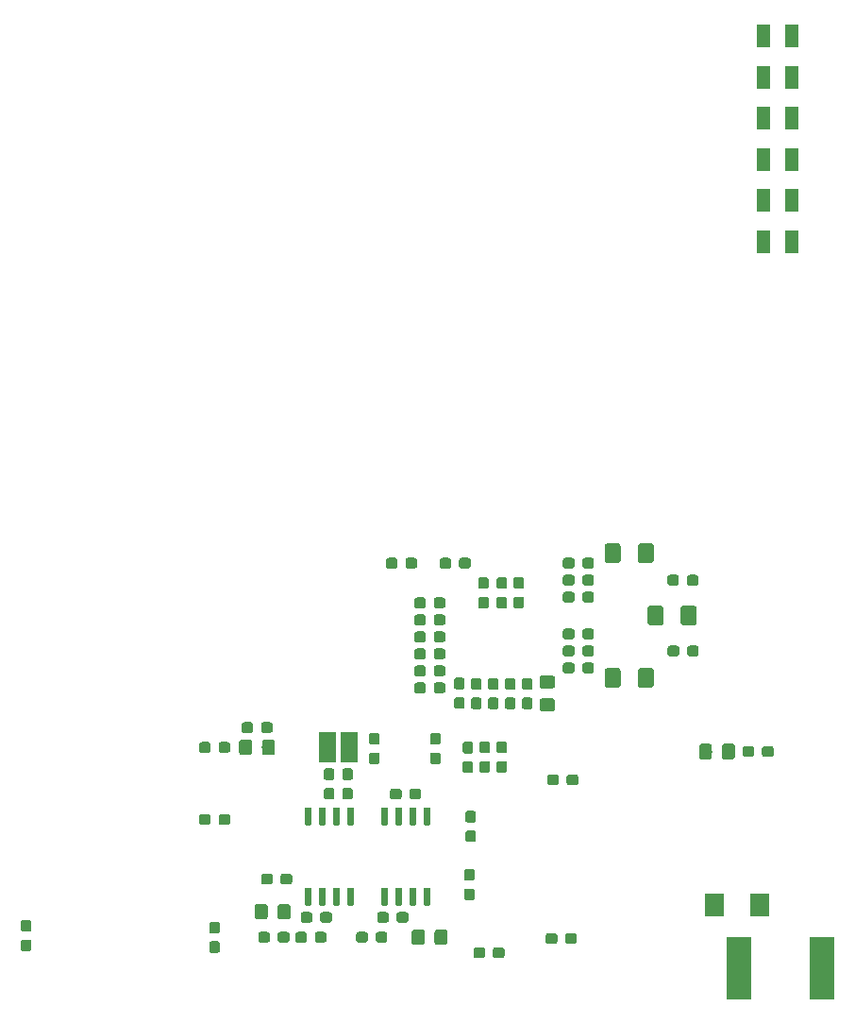
<source format=gbr>
G04 #@! TF.GenerationSoftware,KiCad,Pcbnew,5.1.4*
G04 #@! TF.CreationDate,2019-09-25T22:40:41+02:00*
G04 #@! TF.ProjectId,ETH6C20MUX,45544836-4332-4304-9d55-582e6b696361,rev?*
G04 #@! TF.SameCoordinates,Original*
G04 #@! TF.FileFunction,Paste,Bot*
G04 #@! TF.FilePolarity,Positive*
%FSLAX46Y46*%
G04 Gerber Fmt 4.6, Leading zero omitted, Abs format (unit mm)*
G04 Created by KiCad (PCBNEW 5.1.4) date 2019-09-25 22:40:41*
%MOMM*%
%LPD*%
G04 APERTURE LIST*
%ADD10R,1.500000X2.700000*%
%ADD11R,2.300000X5.600000*%
%ADD12R,1.778000X2.159000*%
%ADD13R,1.200000X2.100000*%
%ADD14C,0.100000*%
%ADD15C,0.950000*%
%ADD16C,0.600000*%
%ADD17C,1.150000*%
%ADD18C,1.425000*%
G04 APERTURE END LIST*
D10*
X165740000Y-114173000D03*
X167640000Y-114173000D03*
D11*
X202658000Y-133985000D03*
X210058000Y-133985000D03*
D12*
X204470000Y-128270000D03*
X200406000Y-128270000D03*
D13*
X204851000Y-68834000D03*
X207391000Y-68834000D03*
X204851000Y-65151000D03*
X207391000Y-65151000D03*
X204851000Y-61468000D03*
X207391000Y-61468000D03*
X204851000Y-57785000D03*
X207391000Y-57785000D03*
X204851000Y-54102000D03*
X207391000Y-54102000D03*
X204851000Y-50419000D03*
X207391000Y-50419000D03*
D14*
G36*
X138944779Y-131401144D02*
G01*
X138967834Y-131404563D01*
X138990443Y-131410227D01*
X139012387Y-131418079D01*
X139033457Y-131428044D01*
X139053448Y-131440026D01*
X139072168Y-131453910D01*
X139089438Y-131469562D01*
X139105090Y-131486832D01*
X139118974Y-131505552D01*
X139130956Y-131525543D01*
X139140921Y-131546613D01*
X139148773Y-131568557D01*
X139154437Y-131591166D01*
X139157856Y-131614221D01*
X139159000Y-131637500D01*
X139159000Y-132212500D01*
X139157856Y-132235779D01*
X139154437Y-132258834D01*
X139148773Y-132281443D01*
X139140921Y-132303387D01*
X139130956Y-132324457D01*
X139118974Y-132344448D01*
X139105090Y-132363168D01*
X139089438Y-132380438D01*
X139072168Y-132396090D01*
X139053448Y-132409974D01*
X139033457Y-132421956D01*
X139012387Y-132431921D01*
X138990443Y-132439773D01*
X138967834Y-132445437D01*
X138944779Y-132448856D01*
X138921500Y-132450000D01*
X138446500Y-132450000D01*
X138423221Y-132448856D01*
X138400166Y-132445437D01*
X138377557Y-132439773D01*
X138355613Y-132431921D01*
X138334543Y-132421956D01*
X138314552Y-132409974D01*
X138295832Y-132396090D01*
X138278562Y-132380438D01*
X138262910Y-132363168D01*
X138249026Y-132344448D01*
X138237044Y-132324457D01*
X138227079Y-132303387D01*
X138219227Y-132281443D01*
X138213563Y-132258834D01*
X138210144Y-132235779D01*
X138209000Y-132212500D01*
X138209000Y-131637500D01*
X138210144Y-131614221D01*
X138213563Y-131591166D01*
X138219227Y-131568557D01*
X138227079Y-131546613D01*
X138237044Y-131525543D01*
X138249026Y-131505552D01*
X138262910Y-131486832D01*
X138278562Y-131469562D01*
X138295832Y-131453910D01*
X138314552Y-131440026D01*
X138334543Y-131428044D01*
X138355613Y-131418079D01*
X138377557Y-131410227D01*
X138400166Y-131404563D01*
X138423221Y-131401144D01*
X138446500Y-131400000D01*
X138921500Y-131400000D01*
X138944779Y-131401144D01*
X138944779Y-131401144D01*
G37*
D15*
X138684000Y-131925000D03*
D14*
G36*
X138944779Y-129651144D02*
G01*
X138967834Y-129654563D01*
X138990443Y-129660227D01*
X139012387Y-129668079D01*
X139033457Y-129678044D01*
X139053448Y-129690026D01*
X139072168Y-129703910D01*
X139089438Y-129719562D01*
X139105090Y-129736832D01*
X139118974Y-129755552D01*
X139130956Y-129775543D01*
X139140921Y-129796613D01*
X139148773Y-129818557D01*
X139154437Y-129841166D01*
X139157856Y-129864221D01*
X139159000Y-129887500D01*
X139159000Y-130462500D01*
X139157856Y-130485779D01*
X139154437Y-130508834D01*
X139148773Y-130531443D01*
X139140921Y-130553387D01*
X139130956Y-130574457D01*
X139118974Y-130594448D01*
X139105090Y-130613168D01*
X139089438Y-130630438D01*
X139072168Y-130646090D01*
X139053448Y-130659974D01*
X139033457Y-130671956D01*
X139012387Y-130681921D01*
X138990443Y-130689773D01*
X138967834Y-130695437D01*
X138944779Y-130698856D01*
X138921500Y-130700000D01*
X138446500Y-130700000D01*
X138423221Y-130698856D01*
X138400166Y-130695437D01*
X138377557Y-130689773D01*
X138355613Y-130681921D01*
X138334543Y-130671956D01*
X138314552Y-130659974D01*
X138295832Y-130646090D01*
X138278562Y-130630438D01*
X138262910Y-130613168D01*
X138249026Y-130594448D01*
X138237044Y-130574457D01*
X138227079Y-130553387D01*
X138219227Y-130531443D01*
X138213563Y-130508834D01*
X138210144Y-130485779D01*
X138209000Y-130462500D01*
X138209000Y-129887500D01*
X138210144Y-129864221D01*
X138213563Y-129841166D01*
X138219227Y-129818557D01*
X138227079Y-129796613D01*
X138237044Y-129775543D01*
X138249026Y-129755552D01*
X138262910Y-129736832D01*
X138278562Y-129719562D01*
X138295832Y-129703910D01*
X138314552Y-129690026D01*
X138334543Y-129678044D01*
X138355613Y-129668079D01*
X138377557Y-129660227D01*
X138400166Y-129654563D01*
X138423221Y-129651144D01*
X138446500Y-129650000D01*
X138921500Y-129650000D01*
X138944779Y-129651144D01*
X138944779Y-129651144D01*
G37*
D15*
X138684000Y-130175000D03*
D14*
G36*
X155835779Y-131556144D02*
G01*
X155858834Y-131559563D01*
X155881443Y-131565227D01*
X155903387Y-131573079D01*
X155924457Y-131583044D01*
X155944448Y-131595026D01*
X155963168Y-131608910D01*
X155980438Y-131624562D01*
X155996090Y-131641832D01*
X156009974Y-131660552D01*
X156021956Y-131680543D01*
X156031921Y-131701613D01*
X156039773Y-131723557D01*
X156045437Y-131746166D01*
X156048856Y-131769221D01*
X156050000Y-131792500D01*
X156050000Y-132367500D01*
X156048856Y-132390779D01*
X156045437Y-132413834D01*
X156039773Y-132436443D01*
X156031921Y-132458387D01*
X156021956Y-132479457D01*
X156009974Y-132499448D01*
X155996090Y-132518168D01*
X155980438Y-132535438D01*
X155963168Y-132551090D01*
X155944448Y-132564974D01*
X155924457Y-132576956D01*
X155903387Y-132586921D01*
X155881443Y-132594773D01*
X155858834Y-132600437D01*
X155835779Y-132603856D01*
X155812500Y-132605000D01*
X155337500Y-132605000D01*
X155314221Y-132603856D01*
X155291166Y-132600437D01*
X155268557Y-132594773D01*
X155246613Y-132586921D01*
X155225543Y-132576956D01*
X155205552Y-132564974D01*
X155186832Y-132551090D01*
X155169562Y-132535438D01*
X155153910Y-132518168D01*
X155140026Y-132499448D01*
X155128044Y-132479457D01*
X155118079Y-132458387D01*
X155110227Y-132436443D01*
X155104563Y-132413834D01*
X155101144Y-132390779D01*
X155100000Y-132367500D01*
X155100000Y-131792500D01*
X155101144Y-131769221D01*
X155104563Y-131746166D01*
X155110227Y-131723557D01*
X155118079Y-131701613D01*
X155128044Y-131680543D01*
X155140026Y-131660552D01*
X155153910Y-131641832D01*
X155169562Y-131624562D01*
X155186832Y-131608910D01*
X155205552Y-131595026D01*
X155225543Y-131583044D01*
X155246613Y-131573079D01*
X155268557Y-131565227D01*
X155291166Y-131559563D01*
X155314221Y-131556144D01*
X155337500Y-131555000D01*
X155812500Y-131555000D01*
X155835779Y-131556144D01*
X155835779Y-131556144D01*
G37*
D15*
X155575000Y-132080000D03*
D14*
G36*
X155835779Y-129806144D02*
G01*
X155858834Y-129809563D01*
X155881443Y-129815227D01*
X155903387Y-129823079D01*
X155924457Y-129833044D01*
X155944448Y-129845026D01*
X155963168Y-129858910D01*
X155980438Y-129874562D01*
X155996090Y-129891832D01*
X156009974Y-129910552D01*
X156021956Y-129930543D01*
X156031921Y-129951613D01*
X156039773Y-129973557D01*
X156045437Y-129996166D01*
X156048856Y-130019221D01*
X156050000Y-130042500D01*
X156050000Y-130617500D01*
X156048856Y-130640779D01*
X156045437Y-130663834D01*
X156039773Y-130686443D01*
X156031921Y-130708387D01*
X156021956Y-130729457D01*
X156009974Y-130749448D01*
X155996090Y-130768168D01*
X155980438Y-130785438D01*
X155963168Y-130801090D01*
X155944448Y-130814974D01*
X155924457Y-130826956D01*
X155903387Y-130836921D01*
X155881443Y-130844773D01*
X155858834Y-130850437D01*
X155835779Y-130853856D01*
X155812500Y-130855000D01*
X155337500Y-130855000D01*
X155314221Y-130853856D01*
X155291166Y-130850437D01*
X155268557Y-130844773D01*
X155246613Y-130836921D01*
X155225543Y-130826956D01*
X155205552Y-130814974D01*
X155186832Y-130801090D01*
X155169562Y-130785438D01*
X155153910Y-130768168D01*
X155140026Y-130749448D01*
X155128044Y-130729457D01*
X155118079Y-130708387D01*
X155110227Y-130686443D01*
X155104563Y-130663834D01*
X155101144Y-130640779D01*
X155100000Y-130617500D01*
X155100000Y-130042500D01*
X155101144Y-130019221D01*
X155104563Y-129996166D01*
X155110227Y-129973557D01*
X155118079Y-129951613D01*
X155128044Y-129930543D01*
X155140026Y-129910552D01*
X155153910Y-129891832D01*
X155169562Y-129874562D01*
X155186832Y-129858910D01*
X155205552Y-129845026D01*
X155225543Y-129833044D01*
X155246613Y-129823079D01*
X155268557Y-129815227D01*
X155291166Y-129809563D01*
X155314221Y-129806144D01*
X155337500Y-129805000D01*
X155812500Y-129805000D01*
X155835779Y-129806144D01*
X155835779Y-129806144D01*
G37*
D15*
X155575000Y-130330000D03*
D14*
G36*
X172748779Y-128939144D02*
G01*
X172771834Y-128942563D01*
X172794443Y-128948227D01*
X172816387Y-128956079D01*
X172837457Y-128966044D01*
X172857448Y-128978026D01*
X172876168Y-128991910D01*
X172893438Y-129007562D01*
X172909090Y-129024832D01*
X172922974Y-129043552D01*
X172934956Y-129063543D01*
X172944921Y-129084613D01*
X172952773Y-129106557D01*
X172958437Y-129129166D01*
X172961856Y-129152221D01*
X172963000Y-129175500D01*
X172963000Y-129650500D01*
X172961856Y-129673779D01*
X172958437Y-129696834D01*
X172952773Y-129719443D01*
X172944921Y-129741387D01*
X172934956Y-129762457D01*
X172922974Y-129782448D01*
X172909090Y-129801168D01*
X172893438Y-129818438D01*
X172876168Y-129834090D01*
X172857448Y-129847974D01*
X172837457Y-129859956D01*
X172816387Y-129869921D01*
X172794443Y-129877773D01*
X172771834Y-129883437D01*
X172748779Y-129886856D01*
X172725500Y-129888000D01*
X172150500Y-129888000D01*
X172127221Y-129886856D01*
X172104166Y-129883437D01*
X172081557Y-129877773D01*
X172059613Y-129869921D01*
X172038543Y-129859956D01*
X172018552Y-129847974D01*
X171999832Y-129834090D01*
X171982562Y-129818438D01*
X171966910Y-129801168D01*
X171953026Y-129782448D01*
X171941044Y-129762457D01*
X171931079Y-129741387D01*
X171923227Y-129719443D01*
X171917563Y-129696834D01*
X171914144Y-129673779D01*
X171913000Y-129650500D01*
X171913000Y-129175500D01*
X171914144Y-129152221D01*
X171917563Y-129129166D01*
X171923227Y-129106557D01*
X171931079Y-129084613D01*
X171941044Y-129063543D01*
X171953026Y-129043552D01*
X171966910Y-129024832D01*
X171982562Y-129007562D01*
X171999832Y-128991910D01*
X172018552Y-128978026D01*
X172038543Y-128966044D01*
X172059613Y-128956079D01*
X172081557Y-128948227D01*
X172104166Y-128942563D01*
X172127221Y-128939144D01*
X172150500Y-128938000D01*
X172725500Y-128938000D01*
X172748779Y-128939144D01*
X172748779Y-128939144D01*
G37*
D15*
X172438000Y-129413000D03*
D14*
G36*
X170998779Y-128939144D02*
G01*
X171021834Y-128942563D01*
X171044443Y-128948227D01*
X171066387Y-128956079D01*
X171087457Y-128966044D01*
X171107448Y-128978026D01*
X171126168Y-128991910D01*
X171143438Y-129007562D01*
X171159090Y-129024832D01*
X171172974Y-129043552D01*
X171184956Y-129063543D01*
X171194921Y-129084613D01*
X171202773Y-129106557D01*
X171208437Y-129129166D01*
X171211856Y-129152221D01*
X171213000Y-129175500D01*
X171213000Y-129650500D01*
X171211856Y-129673779D01*
X171208437Y-129696834D01*
X171202773Y-129719443D01*
X171194921Y-129741387D01*
X171184956Y-129762457D01*
X171172974Y-129782448D01*
X171159090Y-129801168D01*
X171143438Y-129818438D01*
X171126168Y-129834090D01*
X171107448Y-129847974D01*
X171087457Y-129859956D01*
X171066387Y-129869921D01*
X171044443Y-129877773D01*
X171021834Y-129883437D01*
X170998779Y-129886856D01*
X170975500Y-129888000D01*
X170400500Y-129888000D01*
X170377221Y-129886856D01*
X170354166Y-129883437D01*
X170331557Y-129877773D01*
X170309613Y-129869921D01*
X170288543Y-129859956D01*
X170268552Y-129847974D01*
X170249832Y-129834090D01*
X170232562Y-129818438D01*
X170216910Y-129801168D01*
X170203026Y-129782448D01*
X170191044Y-129762457D01*
X170181079Y-129741387D01*
X170173227Y-129719443D01*
X170167563Y-129696834D01*
X170164144Y-129673779D01*
X170163000Y-129650500D01*
X170163000Y-129175500D01*
X170164144Y-129152221D01*
X170167563Y-129129166D01*
X170173227Y-129106557D01*
X170181079Y-129084613D01*
X170191044Y-129063543D01*
X170203026Y-129043552D01*
X170216910Y-129024832D01*
X170232562Y-129007562D01*
X170249832Y-128991910D01*
X170268552Y-128978026D01*
X170288543Y-128966044D01*
X170309613Y-128956079D01*
X170331557Y-128948227D01*
X170354166Y-128942563D01*
X170377221Y-128939144D01*
X170400500Y-128938000D01*
X170975500Y-128938000D01*
X170998779Y-128939144D01*
X170998779Y-128939144D01*
G37*
D15*
X170688000Y-129413000D03*
D14*
G36*
X163660779Y-130717144D02*
G01*
X163683834Y-130720563D01*
X163706443Y-130726227D01*
X163728387Y-130734079D01*
X163749457Y-130744044D01*
X163769448Y-130756026D01*
X163788168Y-130769910D01*
X163805438Y-130785562D01*
X163821090Y-130802832D01*
X163834974Y-130821552D01*
X163846956Y-130841543D01*
X163856921Y-130862613D01*
X163864773Y-130884557D01*
X163870437Y-130907166D01*
X163873856Y-130930221D01*
X163875000Y-130953500D01*
X163875000Y-131428500D01*
X163873856Y-131451779D01*
X163870437Y-131474834D01*
X163864773Y-131497443D01*
X163856921Y-131519387D01*
X163846956Y-131540457D01*
X163834974Y-131560448D01*
X163821090Y-131579168D01*
X163805438Y-131596438D01*
X163788168Y-131612090D01*
X163769448Y-131625974D01*
X163749457Y-131637956D01*
X163728387Y-131647921D01*
X163706443Y-131655773D01*
X163683834Y-131661437D01*
X163660779Y-131664856D01*
X163637500Y-131666000D01*
X163062500Y-131666000D01*
X163039221Y-131664856D01*
X163016166Y-131661437D01*
X162993557Y-131655773D01*
X162971613Y-131647921D01*
X162950543Y-131637956D01*
X162930552Y-131625974D01*
X162911832Y-131612090D01*
X162894562Y-131596438D01*
X162878910Y-131579168D01*
X162865026Y-131560448D01*
X162853044Y-131540457D01*
X162843079Y-131519387D01*
X162835227Y-131497443D01*
X162829563Y-131474834D01*
X162826144Y-131451779D01*
X162825000Y-131428500D01*
X162825000Y-130953500D01*
X162826144Y-130930221D01*
X162829563Y-130907166D01*
X162835227Y-130884557D01*
X162843079Y-130862613D01*
X162853044Y-130841543D01*
X162865026Y-130821552D01*
X162878910Y-130802832D01*
X162894562Y-130785562D01*
X162911832Y-130769910D01*
X162930552Y-130756026D01*
X162950543Y-130744044D01*
X162971613Y-130734079D01*
X162993557Y-130726227D01*
X163016166Y-130720563D01*
X163039221Y-130717144D01*
X163062500Y-130716000D01*
X163637500Y-130716000D01*
X163660779Y-130717144D01*
X163660779Y-130717144D01*
G37*
D15*
X163350000Y-131191000D03*
D14*
G36*
X165410779Y-130717144D02*
G01*
X165433834Y-130720563D01*
X165456443Y-130726227D01*
X165478387Y-130734079D01*
X165499457Y-130744044D01*
X165519448Y-130756026D01*
X165538168Y-130769910D01*
X165555438Y-130785562D01*
X165571090Y-130802832D01*
X165584974Y-130821552D01*
X165596956Y-130841543D01*
X165606921Y-130862613D01*
X165614773Y-130884557D01*
X165620437Y-130907166D01*
X165623856Y-130930221D01*
X165625000Y-130953500D01*
X165625000Y-131428500D01*
X165623856Y-131451779D01*
X165620437Y-131474834D01*
X165614773Y-131497443D01*
X165606921Y-131519387D01*
X165596956Y-131540457D01*
X165584974Y-131560448D01*
X165571090Y-131579168D01*
X165555438Y-131596438D01*
X165538168Y-131612090D01*
X165519448Y-131625974D01*
X165499457Y-131637956D01*
X165478387Y-131647921D01*
X165456443Y-131655773D01*
X165433834Y-131661437D01*
X165410779Y-131664856D01*
X165387500Y-131666000D01*
X164812500Y-131666000D01*
X164789221Y-131664856D01*
X164766166Y-131661437D01*
X164743557Y-131655773D01*
X164721613Y-131647921D01*
X164700543Y-131637956D01*
X164680552Y-131625974D01*
X164661832Y-131612090D01*
X164644562Y-131596438D01*
X164628910Y-131579168D01*
X164615026Y-131560448D01*
X164603044Y-131540457D01*
X164593079Y-131519387D01*
X164585227Y-131497443D01*
X164579563Y-131474834D01*
X164576144Y-131451779D01*
X164575000Y-131428500D01*
X164575000Y-130953500D01*
X164576144Y-130930221D01*
X164579563Y-130907166D01*
X164585227Y-130884557D01*
X164593079Y-130862613D01*
X164603044Y-130841543D01*
X164615026Y-130821552D01*
X164628910Y-130802832D01*
X164644562Y-130785562D01*
X164661832Y-130769910D01*
X164680552Y-130756026D01*
X164700543Y-130744044D01*
X164721613Y-130734079D01*
X164743557Y-130726227D01*
X164766166Y-130720563D01*
X164789221Y-130717144D01*
X164812500Y-130716000D01*
X165387500Y-130716000D01*
X165410779Y-130717144D01*
X165410779Y-130717144D01*
G37*
D15*
X165100000Y-131191000D03*
D14*
G36*
X162334779Y-125510144D02*
G01*
X162357834Y-125513563D01*
X162380443Y-125519227D01*
X162402387Y-125527079D01*
X162423457Y-125537044D01*
X162443448Y-125549026D01*
X162462168Y-125562910D01*
X162479438Y-125578562D01*
X162495090Y-125595832D01*
X162508974Y-125614552D01*
X162520956Y-125634543D01*
X162530921Y-125655613D01*
X162538773Y-125677557D01*
X162544437Y-125700166D01*
X162547856Y-125723221D01*
X162549000Y-125746500D01*
X162549000Y-126221500D01*
X162547856Y-126244779D01*
X162544437Y-126267834D01*
X162538773Y-126290443D01*
X162530921Y-126312387D01*
X162520956Y-126333457D01*
X162508974Y-126353448D01*
X162495090Y-126372168D01*
X162479438Y-126389438D01*
X162462168Y-126405090D01*
X162443448Y-126418974D01*
X162423457Y-126430956D01*
X162402387Y-126440921D01*
X162380443Y-126448773D01*
X162357834Y-126454437D01*
X162334779Y-126457856D01*
X162311500Y-126459000D01*
X161736500Y-126459000D01*
X161713221Y-126457856D01*
X161690166Y-126454437D01*
X161667557Y-126448773D01*
X161645613Y-126440921D01*
X161624543Y-126430956D01*
X161604552Y-126418974D01*
X161585832Y-126405090D01*
X161568562Y-126389438D01*
X161552910Y-126372168D01*
X161539026Y-126353448D01*
X161527044Y-126333457D01*
X161517079Y-126312387D01*
X161509227Y-126290443D01*
X161503563Y-126267834D01*
X161500144Y-126244779D01*
X161499000Y-126221500D01*
X161499000Y-125746500D01*
X161500144Y-125723221D01*
X161503563Y-125700166D01*
X161509227Y-125677557D01*
X161517079Y-125655613D01*
X161527044Y-125634543D01*
X161539026Y-125614552D01*
X161552910Y-125595832D01*
X161568562Y-125578562D01*
X161585832Y-125562910D01*
X161604552Y-125549026D01*
X161624543Y-125537044D01*
X161645613Y-125527079D01*
X161667557Y-125519227D01*
X161690166Y-125513563D01*
X161713221Y-125510144D01*
X161736500Y-125509000D01*
X162311500Y-125509000D01*
X162334779Y-125510144D01*
X162334779Y-125510144D01*
G37*
D15*
X162024000Y-125984000D03*
D14*
G36*
X160584779Y-125510144D02*
G01*
X160607834Y-125513563D01*
X160630443Y-125519227D01*
X160652387Y-125527079D01*
X160673457Y-125537044D01*
X160693448Y-125549026D01*
X160712168Y-125562910D01*
X160729438Y-125578562D01*
X160745090Y-125595832D01*
X160758974Y-125614552D01*
X160770956Y-125634543D01*
X160780921Y-125655613D01*
X160788773Y-125677557D01*
X160794437Y-125700166D01*
X160797856Y-125723221D01*
X160799000Y-125746500D01*
X160799000Y-126221500D01*
X160797856Y-126244779D01*
X160794437Y-126267834D01*
X160788773Y-126290443D01*
X160780921Y-126312387D01*
X160770956Y-126333457D01*
X160758974Y-126353448D01*
X160745090Y-126372168D01*
X160729438Y-126389438D01*
X160712168Y-126405090D01*
X160693448Y-126418974D01*
X160673457Y-126430956D01*
X160652387Y-126440921D01*
X160630443Y-126448773D01*
X160607834Y-126454437D01*
X160584779Y-126457856D01*
X160561500Y-126459000D01*
X159986500Y-126459000D01*
X159963221Y-126457856D01*
X159940166Y-126454437D01*
X159917557Y-126448773D01*
X159895613Y-126440921D01*
X159874543Y-126430956D01*
X159854552Y-126418974D01*
X159835832Y-126405090D01*
X159818562Y-126389438D01*
X159802910Y-126372168D01*
X159789026Y-126353448D01*
X159777044Y-126333457D01*
X159767079Y-126312387D01*
X159759227Y-126290443D01*
X159753563Y-126267834D01*
X159750144Y-126244779D01*
X159749000Y-126221500D01*
X159749000Y-125746500D01*
X159750144Y-125723221D01*
X159753563Y-125700166D01*
X159759227Y-125677557D01*
X159767079Y-125655613D01*
X159777044Y-125634543D01*
X159789026Y-125614552D01*
X159802910Y-125595832D01*
X159818562Y-125578562D01*
X159835832Y-125562910D01*
X159854552Y-125549026D01*
X159874543Y-125537044D01*
X159895613Y-125527079D01*
X159917557Y-125519227D01*
X159940166Y-125513563D01*
X159963221Y-125510144D01*
X159986500Y-125509000D01*
X160561500Y-125509000D01*
X160584779Y-125510144D01*
X160584779Y-125510144D01*
G37*
D15*
X160274000Y-125984000D03*
D14*
G36*
X164121703Y-126752722D02*
G01*
X164136264Y-126754882D01*
X164150543Y-126758459D01*
X164164403Y-126763418D01*
X164177710Y-126769712D01*
X164190336Y-126777280D01*
X164202159Y-126786048D01*
X164213066Y-126795934D01*
X164222952Y-126806841D01*
X164231720Y-126818664D01*
X164239288Y-126831290D01*
X164245582Y-126844597D01*
X164250541Y-126858457D01*
X164254118Y-126872736D01*
X164256278Y-126887297D01*
X164257000Y-126902000D01*
X164257000Y-128202000D01*
X164256278Y-128216703D01*
X164254118Y-128231264D01*
X164250541Y-128245543D01*
X164245582Y-128259403D01*
X164239288Y-128272710D01*
X164231720Y-128285336D01*
X164222952Y-128297159D01*
X164213066Y-128308066D01*
X164202159Y-128317952D01*
X164190336Y-128326720D01*
X164177710Y-128334288D01*
X164164403Y-128340582D01*
X164150543Y-128345541D01*
X164136264Y-128349118D01*
X164121703Y-128351278D01*
X164107000Y-128352000D01*
X163807000Y-128352000D01*
X163792297Y-128351278D01*
X163777736Y-128349118D01*
X163763457Y-128345541D01*
X163749597Y-128340582D01*
X163736290Y-128334288D01*
X163723664Y-128326720D01*
X163711841Y-128317952D01*
X163700934Y-128308066D01*
X163691048Y-128297159D01*
X163682280Y-128285336D01*
X163674712Y-128272710D01*
X163668418Y-128259403D01*
X163663459Y-128245543D01*
X163659882Y-128231264D01*
X163657722Y-128216703D01*
X163657000Y-128202000D01*
X163657000Y-126902000D01*
X163657722Y-126887297D01*
X163659882Y-126872736D01*
X163663459Y-126858457D01*
X163668418Y-126844597D01*
X163674712Y-126831290D01*
X163682280Y-126818664D01*
X163691048Y-126806841D01*
X163700934Y-126795934D01*
X163711841Y-126786048D01*
X163723664Y-126777280D01*
X163736290Y-126769712D01*
X163749597Y-126763418D01*
X163763457Y-126758459D01*
X163777736Y-126754882D01*
X163792297Y-126752722D01*
X163807000Y-126752000D01*
X164107000Y-126752000D01*
X164121703Y-126752722D01*
X164121703Y-126752722D01*
G37*
D16*
X163957000Y-127552000D03*
D14*
G36*
X165391703Y-126752722D02*
G01*
X165406264Y-126754882D01*
X165420543Y-126758459D01*
X165434403Y-126763418D01*
X165447710Y-126769712D01*
X165460336Y-126777280D01*
X165472159Y-126786048D01*
X165483066Y-126795934D01*
X165492952Y-126806841D01*
X165501720Y-126818664D01*
X165509288Y-126831290D01*
X165515582Y-126844597D01*
X165520541Y-126858457D01*
X165524118Y-126872736D01*
X165526278Y-126887297D01*
X165527000Y-126902000D01*
X165527000Y-128202000D01*
X165526278Y-128216703D01*
X165524118Y-128231264D01*
X165520541Y-128245543D01*
X165515582Y-128259403D01*
X165509288Y-128272710D01*
X165501720Y-128285336D01*
X165492952Y-128297159D01*
X165483066Y-128308066D01*
X165472159Y-128317952D01*
X165460336Y-128326720D01*
X165447710Y-128334288D01*
X165434403Y-128340582D01*
X165420543Y-128345541D01*
X165406264Y-128349118D01*
X165391703Y-128351278D01*
X165377000Y-128352000D01*
X165077000Y-128352000D01*
X165062297Y-128351278D01*
X165047736Y-128349118D01*
X165033457Y-128345541D01*
X165019597Y-128340582D01*
X165006290Y-128334288D01*
X164993664Y-128326720D01*
X164981841Y-128317952D01*
X164970934Y-128308066D01*
X164961048Y-128297159D01*
X164952280Y-128285336D01*
X164944712Y-128272710D01*
X164938418Y-128259403D01*
X164933459Y-128245543D01*
X164929882Y-128231264D01*
X164927722Y-128216703D01*
X164927000Y-128202000D01*
X164927000Y-126902000D01*
X164927722Y-126887297D01*
X164929882Y-126872736D01*
X164933459Y-126858457D01*
X164938418Y-126844597D01*
X164944712Y-126831290D01*
X164952280Y-126818664D01*
X164961048Y-126806841D01*
X164970934Y-126795934D01*
X164981841Y-126786048D01*
X164993664Y-126777280D01*
X165006290Y-126769712D01*
X165019597Y-126763418D01*
X165033457Y-126758459D01*
X165047736Y-126754882D01*
X165062297Y-126752722D01*
X165077000Y-126752000D01*
X165377000Y-126752000D01*
X165391703Y-126752722D01*
X165391703Y-126752722D01*
G37*
D16*
X165227000Y-127552000D03*
D14*
G36*
X166661703Y-126752722D02*
G01*
X166676264Y-126754882D01*
X166690543Y-126758459D01*
X166704403Y-126763418D01*
X166717710Y-126769712D01*
X166730336Y-126777280D01*
X166742159Y-126786048D01*
X166753066Y-126795934D01*
X166762952Y-126806841D01*
X166771720Y-126818664D01*
X166779288Y-126831290D01*
X166785582Y-126844597D01*
X166790541Y-126858457D01*
X166794118Y-126872736D01*
X166796278Y-126887297D01*
X166797000Y-126902000D01*
X166797000Y-128202000D01*
X166796278Y-128216703D01*
X166794118Y-128231264D01*
X166790541Y-128245543D01*
X166785582Y-128259403D01*
X166779288Y-128272710D01*
X166771720Y-128285336D01*
X166762952Y-128297159D01*
X166753066Y-128308066D01*
X166742159Y-128317952D01*
X166730336Y-128326720D01*
X166717710Y-128334288D01*
X166704403Y-128340582D01*
X166690543Y-128345541D01*
X166676264Y-128349118D01*
X166661703Y-128351278D01*
X166647000Y-128352000D01*
X166347000Y-128352000D01*
X166332297Y-128351278D01*
X166317736Y-128349118D01*
X166303457Y-128345541D01*
X166289597Y-128340582D01*
X166276290Y-128334288D01*
X166263664Y-128326720D01*
X166251841Y-128317952D01*
X166240934Y-128308066D01*
X166231048Y-128297159D01*
X166222280Y-128285336D01*
X166214712Y-128272710D01*
X166208418Y-128259403D01*
X166203459Y-128245543D01*
X166199882Y-128231264D01*
X166197722Y-128216703D01*
X166197000Y-128202000D01*
X166197000Y-126902000D01*
X166197722Y-126887297D01*
X166199882Y-126872736D01*
X166203459Y-126858457D01*
X166208418Y-126844597D01*
X166214712Y-126831290D01*
X166222280Y-126818664D01*
X166231048Y-126806841D01*
X166240934Y-126795934D01*
X166251841Y-126786048D01*
X166263664Y-126777280D01*
X166276290Y-126769712D01*
X166289597Y-126763418D01*
X166303457Y-126758459D01*
X166317736Y-126754882D01*
X166332297Y-126752722D01*
X166347000Y-126752000D01*
X166647000Y-126752000D01*
X166661703Y-126752722D01*
X166661703Y-126752722D01*
G37*
D16*
X166497000Y-127552000D03*
D14*
G36*
X167931703Y-126752722D02*
G01*
X167946264Y-126754882D01*
X167960543Y-126758459D01*
X167974403Y-126763418D01*
X167987710Y-126769712D01*
X168000336Y-126777280D01*
X168012159Y-126786048D01*
X168023066Y-126795934D01*
X168032952Y-126806841D01*
X168041720Y-126818664D01*
X168049288Y-126831290D01*
X168055582Y-126844597D01*
X168060541Y-126858457D01*
X168064118Y-126872736D01*
X168066278Y-126887297D01*
X168067000Y-126902000D01*
X168067000Y-128202000D01*
X168066278Y-128216703D01*
X168064118Y-128231264D01*
X168060541Y-128245543D01*
X168055582Y-128259403D01*
X168049288Y-128272710D01*
X168041720Y-128285336D01*
X168032952Y-128297159D01*
X168023066Y-128308066D01*
X168012159Y-128317952D01*
X168000336Y-128326720D01*
X167987710Y-128334288D01*
X167974403Y-128340582D01*
X167960543Y-128345541D01*
X167946264Y-128349118D01*
X167931703Y-128351278D01*
X167917000Y-128352000D01*
X167617000Y-128352000D01*
X167602297Y-128351278D01*
X167587736Y-128349118D01*
X167573457Y-128345541D01*
X167559597Y-128340582D01*
X167546290Y-128334288D01*
X167533664Y-128326720D01*
X167521841Y-128317952D01*
X167510934Y-128308066D01*
X167501048Y-128297159D01*
X167492280Y-128285336D01*
X167484712Y-128272710D01*
X167478418Y-128259403D01*
X167473459Y-128245543D01*
X167469882Y-128231264D01*
X167467722Y-128216703D01*
X167467000Y-128202000D01*
X167467000Y-126902000D01*
X167467722Y-126887297D01*
X167469882Y-126872736D01*
X167473459Y-126858457D01*
X167478418Y-126844597D01*
X167484712Y-126831290D01*
X167492280Y-126818664D01*
X167501048Y-126806841D01*
X167510934Y-126795934D01*
X167521841Y-126786048D01*
X167533664Y-126777280D01*
X167546290Y-126769712D01*
X167559597Y-126763418D01*
X167573457Y-126758459D01*
X167587736Y-126754882D01*
X167602297Y-126752722D01*
X167617000Y-126752000D01*
X167917000Y-126752000D01*
X167931703Y-126752722D01*
X167931703Y-126752722D01*
G37*
D16*
X167767000Y-127552000D03*
D14*
G36*
X167931703Y-119552722D02*
G01*
X167946264Y-119554882D01*
X167960543Y-119558459D01*
X167974403Y-119563418D01*
X167987710Y-119569712D01*
X168000336Y-119577280D01*
X168012159Y-119586048D01*
X168023066Y-119595934D01*
X168032952Y-119606841D01*
X168041720Y-119618664D01*
X168049288Y-119631290D01*
X168055582Y-119644597D01*
X168060541Y-119658457D01*
X168064118Y-119672736D01*
X168066278Y-119687297D01*
X168067000Y-119702000D01*
X168067000Y-121002000D01*
X168066278Y-121016703D01*
X168064118Y-121031264D01*
X168060541Y-121045543D01*
X168055582Y-121059403D01*
X168049288Y-121072710D01*
X168041720Y-121085336D01*
X168032952Y-121097159D01*
X168023066Y-121108066D01*
X168012159Y-121117952D01*
X168000336Y-121126720D01*
X167987710Y-121134288D01*
X167974403Y-121140582D01*
X167960543Y-121145541D01*
X167946264Y-121149118D01*
X167931703Y-121151278D01*
X167917000Y-121152000D01*
X167617000Y-121152000D01*
X167602297Y-121151278D01*
X167587736Y-121149118D01*
X167573457Y-121145541D01*
X167559597Y-121140582D01*
X167546290Y-121134288D01*
X167533664Y-121126720D01*
X167521841Y-121117952D01*
X167510934Y-121108066D01*
X167501048Y-121097159D01*
X167492280Y-121085336D01*
X167484712Y-121072710D01*
X167478418Y-121059403D01*
X167473459Y-121045543D01*
X167469882Y-121031264D01*
X167467722Y-121016703D01*
X167467000Y-121002000D01*
X167467000Y-119702000D01*
X167467722Y-119687297D01*
X167469882Y-119672736D01*
X167473459Y-119658457D01*
X167478418Y-119644597D01*
X167484712Y-119631290D01*
X167492280Y-119618664D01*
X167501048Y-119606841D01*
X167510934Y-119595934D01*
X167521841Y-119586048D01*
X167533664Y-119577280D01*
X167546290Y-119569712D01*
X167559597Y-119563418D01*
X167573457Y-119558459D01*
X167587736Y-119554882D01*
X167602297Y-119552722D01*
X167617000Y-119552000D01*
X167917000Y-119552000D01*
X167931703Y-119552722D01*
X167931703Y-119552722D01*
G37*
D16*
X167767000Y-120352000D03*
D14*
G36*
X166661703Y-119552722D02*
G01*
X166676264Y-119554882D01*
X166690543Y-119558459D01*
X166704403Y-119563418D01*
X166717710Y-119569712D01*
X166730336Y-119577280D01*
X166742159Y-119586048D01*
X166753066Y-119595934D01*
X166762952Y-119606841D01*
X166771720Y-119618664D01*
X166779288Y-119631290D01*
X166785582Y-119644597D01*
X166790541Y-119658457D01*
X166794118Y-119672736D01*
X166796278Y-119687297D01*
X166797000Y-119702000D01*
X166797000Y-121002000D01*
X166796278Y-121016703D01*
X166794118Y-121031264D01*
X166790541Y-121045543D01*
X166785582Y-121059403D01*
X166779288Y-121072710D01*
X166771720Y-121085336D01*
X166762952Y-121097159D01*
X166753066Y-121108066D01*
X166742159Y-121117952D01*
X166730336Y-121126720D01*
X166717710Y-121134288D01*
X166704403Y-121140582D01*
X166690543Y-121145541D01*
X166676264Y-121149118D01*
X166661703Y-121151278D01*
X166647000Y-121152000D01*
X166347000Y-121152000D01*
X166332297Y-121151278D01*
X166317736Y-121149118D01*
X166303457Y-121145541D01*
X166289597Y-121140582D01*
X166276290Y-121134288D01*
X166263664Y-121126720D01*
X166251841Y-121117952D01*
X166240934Y-121108066D01*
X166231048Y-121097159D01*
X166222280Y-121085336D01*
X166214712Y-121072710D01*
X166208418Y-121059403D01*
X166203459Y-121045543D01*
X166199882Y-121031264D01*
X166197722Y-121016703D01*
X166197000Y-121002000D01*
X166197000Y-119702000D01*
X166197722Y-119687297D01*
X166199882Y-119672736D01*
X166203459Y-119658457D01*
X166208418Y-119644597D01*
X166214712Y-119631290D01*
X166222280Y-119618664D01*
X166231048Y-119606841D01*
X166240934Y-119595934D01*
X166251841Y-119586048D01*
X166263664Y-119577280D01*
X166276290Y-119569712D01*
X166289597Y-119563418D01*
X166303457Y-119558459D01*
X166317736Y-119554882D01*
X166332297Y-119552722D01*
X166347000Y-119552000D01*
X166647000Y-119552000D01*
X166661703Y-119552722D01*
X166661703Y-119552722D01*
G37*
D16*
X166497000Y-120352000D03*
D14*
G36*
X165391703Y-119552722D02*
G01*
X165406264Y-119554882D01*
X165420543Y-119558459D01*
X165434403Y-119563418D01*
X165447710Y-119569712D01*
X165460336Y-119577280D01*
X165472159Y-119586048D01*
X165483066Y-119595934D01*
X165492952Y-119606841D01*
X165501720Y-119618664D01*
X165509288Y-119631290D01*
X165515582Y-119644597D01*
X165520541Y-119658457D01*
X165524118Y-119672736D01*
X165526278Y-119687297D01*
X165527000Y-119702000D01*
X165527000Y-121002000D01*
X165526278Y-121016703D01*
X165524118Y-121031264D01*
X165520541Y-121045543D01*
X165515582Y-121059403D01*
X165509288Y-121072710D01*
X165501720Y-121085336D01*
X165492952Y-121097159D01*
X165483066Y-121108066D01*
X165472159Y-121117952D01*
X165460336Y-121126720D01*
X165447710Y-121134288D01*
X165434403Y-121140582D01*
X165420543Y-121145541D01*
X165406264Y-121149118D01*
X165391703Y-121151278D01*
X165377000Y-121152000D01*
X165077000Y-121152000D01*
X165062297Y-121151278D01*
X165047736Y-121149118D01*
X165033457Y-121145541D01*
X165019597Y-121140582D01*
X165006290Y-121134288D01*
X164993664Y-121126720D01*
X164981841Y-121117952D01*
X164970934Y-121108066D01*
X164961048Y-121097159D01*
X164952280Y-121085336D01*
X164944712Y-121072710D01*
X164938418Y-121059403D01*
X164933459Y-121045543D01*
X164929882Y-121031264D01*
X164927722Y-121016703D01*
X164927000Y-121002000D01*
X164927000Y-119702000D01*
X164927722Y-119687297D01*
X164929882Y-119672736D01*
X164933459Y-119658457D01*
X164938418Y-119644597D01*
X164944712Y-119631290D01*
X164952280Y-119618664D01*
X164961048Y-119606841D01*
X164970934Y-119595934D01*
X164981841Y-119586048D01*
X164993664Y-119577280D01*
X165006290Y-119569712D01*
X165019597Y-119563418D01*
X165033457Y-119558459D01*
X165047736Y-119554882D01*
X165062297Y-119552722D01*
X165077000Y-119552000D01*
X165377000Y-119552000D01*
X165391703Y-119552722D01*
X165391703Y-119552722D01*
G37*
D16*
X165227000Y-120352000D03*
D14*
G36*
X164121703Y-119552722D02*
G01*
X164136264Y-119554882D01*
X164150543Y-119558459D01*
X164164403Y-119563418D01*
X164177710Y-119569712D01*
X164190336Y-119577280D01*
X164202159Y-119586048D01*
X164213066Y-119595934D01*
X164222952Y-119606841D01*
X164231720Y-119618664D01*
X164239288Y-119631290D01*
X164245582Y-119644597D01*
X164250541Y-119658457D01*
X164254118Y-119672736D01*
X164256278Y-119687297D01*
X164257000Y-119702000D01*
X164257000Y-121002000D01*
X164256278Y-121016703D01*
X164254118Y-121031264D01*
X164250541Y-121045543D01*
X164245582Y-121059403D01*
X164239288Y-121072710D01*
X164231720Y-121085336D01*
X164222952Y-121097159D01*
X164213066Y-121108066D01*
X164202159Y-121117952D01*
X164190336Y-121126720D01*
X164177710Y-121134288D01*
X164164403Y-121140582D01*
X164150543Y-121145541D01*
X164136264Y-121149118D01*
X164121703Y-121151278D01*
X164107000Y-121152000D01*
X163807000Y-121152000D01*
X163792297Y-121151278D01*
X163777736Y-121149118D01*
X163763457Y-121145541D01*
X163749597Y-121140582D01*
X163736290Y-121134288D01*
X163723664Y-121126720D01*
X163711841Y-121117952D01*
X163700934Y-121108066D01*
X163691048Y-121097159D01*
X163682280Y-121085336D01*
X163674712Y-121072710D01*
X163668418Y-121059403D01*
X163663459Y-121045543D01*
X163659882Y-121031264D01*
X163657722Y-121016703D01*
X163657000Y-121002000D01*
X163657000Y-119702000D01*
X163657722Y-119687297D01*
X163659882Y-119672736D01*
X163663459Y-119658457D01*
X163668418Y-119644597D01*
X163674712Y-119631290D01*
X163682280Y-119618664D01*
X163691048Y-119606841D01*
X163700934Y-119595934D01*
X163711841Y-119586048D01*
X163723664Y-119577280D01*
X163736290Y-119569712D01*
X163749597Y-119563418D01*
X163763457Y-119558459D01*
X163777736Y-119554882D01*
X163792297Y-119552722D01*
X163807000Y-119552000D01*
X164107000Y-119552000D01*
X164121703Y-119552722D01*
X164121703Y-119552722D01*
G37*
D16*
X163957000Y-120352000D03*
D14*
G36*
X188002779Y-116620144D02*
G01*
X188025834Y-116623563D01*
X188048443Y-116629227D01*
X188070387Y-116637079D01*
X188091457Y-116647044D01*
X188111448Y-116659026D01*
X188130168Y-116672910D01*
X188147438Y-116688562D01*
X188163090Y-116705832D01*
X188176974Y-116724552D01*
X188188956Y-116744543D01*
X188198921Y-116765613D01*
X188206773Y-116787557D01*
X188212437Y-116810166D01*
X188215856Y-116833221D01*
X188217000Y-116856500D01*
X188217000Y-117331500D01*
X188215856Y-117354779D01*
X188212437Y-117377834D01*
X188206773Y-117400443D01*
X188198921Y-117422387D01*
X188188956Y-117443457D01*
X188176974Y-117463448D01*
X188163090Y-117482168D01*
X188147438Y-117499438D01*
X188130168Y-117515090D01*
X188111448Y-117528974D01*
X188091457Y-117540956D01*
X188070387Y-117550921D01*
X188048443Y-117558773D01*
X188025834Y-117564437D01*
X188002779Y-117567856D01*
X187979500Y-117569000D01*
X187404500Y-117569000D01*
X187381221Y-117567856D01*
X187358166Y-117564437D01*
X187335557Y-117558773D01*
X187313613Y-117550921D01*
X187292543Y-117540956D01*
X187272552Y-117528974D01*
X187253832Y-117515090D01*
X187236562Y-117499438D01*
X187220910Y-117482168D01*
X187207026Y-117463448D01*
X187195044Y-117443457D01*
X187185079Y-117422387D01*
X187177227Y-117400443D01*
X187171563Y-117377834D01*
X187168144Y-117354779D01*
X187167000Y-117331500D01*
X187167000Y-116856500D01*
X187168144Y-116833221D01*
X187171563Y-116810166D01*
X187177227Y-116787557D01*
X187185079Y-116765613D01*
X187195044Y-116744543D01*
X187207026Y-116724552D01*
X187220910Y-116705832D01*
X187236562Y-116688562D01*
X187253832Y-116672910D01*
X187272552Y-116659026D01*
X187292543Y-116647044D01*
X187313613Y-116637079D01*
X187335557Y-116629227D01*
X187358166Y-116623563D01*
X187381221Y-116620144D01*
X187404500Y-116619000D01*
X187979500Y-116619000D01*
X188002779Y-116620144D01*
X188002779Y-116620144D01*
G37*
D15*
X187692000Y-117094000D03*
D14*
G36*
X186252779Y-116620144D02*
G01*
X186275834Y-116623563D01*
X186298443Y-116629227D01*
X186320387Y-116637079D01*
X186341457Y-116647044D01*
X186361448Y-116659026D01*
X186380168Y-116672910D01*
X186397438Y-116688562D01*
X186413090Y-116705832D01*
X186426974Y-116724552D01*
X186438956Y-116744543D01*
X186448921Y-116765613D01*
X186456773Y-116787557D01*
X186462437Y-116810166D01*
X186465856Y-116833221D01*
X186467000Y-116856500D01*
X186467000Y-117331500D01*
X186465856Y-117354779D01*
X186462437Y-117377834D01*
X186456773Y-117400443D01*
X186448921Y-117422387D01*
X186438956Y-117443457D01*
X186426974Y-117463448D01*
X186413090Y-117482168D01*
X186397438Y-117499438D01*
X186380168Y-117515090D01*
X186361448Y-117528974D01*
X186341457Y-117540956D01*
X186320387Y-117550921D01*
X186298443Y-117558773D01*
X186275834Y-117564437D01*
X186252779Y-117567856D01*
X186229500Y-117569000D01*
X185654500Y-117569000D01*
X185631221Y-117567856D01*
X185608166Y-117564437D01*
X185585557Y-117558773D01*
X185563613Y-117550921D01*
X185542543Y-117540956D01*
X185522552Y-117528974D01*
X185503832Y-117515090D01*
X185486562Y-117499438D01*
X185470910Y-117482168D01*
X185457026Y-117463448D01*
X185445044Y-117443457D01*
X185435079Y-117422387D01*
X185427227Y-117400443D01*
X185421563Y-117377834D01*
X185418144Y-117354779D01*
X185417000Y-117331500D01*
X185417000Y-116856500D01*
X185418144Y-116833221D01*
X185421563Y-116810166D01*
X185427227Y-116787557D01*
X185435079Y-116765613D01*
X185445044Y-116744543D01*
X185457026Y-116724552D01*
X185470910Y-116705832D01*
X185486562Y-116688562D01*
X185503832Y-116672910D01*
X185522552Y-116659026D01*
X185542543Y-116647044D01*
X185563613Y-116637079D01*
X185585557Y-116629227D01*
X185608166Y-116623563D01*
X185631221Y-116620144D01*
X185654500Y-116619000D01*
X186229500Y-116619000D01*
X186252779Y-116620144D01*
X186252779Y-116620144D01*
G37*
D15*
X185942000Y-117094000D03*
D14*
G36*
X179330779Y-107962144D02*
G01*
X179353834Y-107965563D01*
X179376443Y-107971227D01*
X179398387Y-107979079D01*
X179419457Y-107989044D01*
X179439448Y-108001026D01*
X179458168Y-108014910D01*
X179475438Y-108030562D01*
X179491090Y-108047832D01*
X179504974Y-108066552D01*
X179516956Y-108086543D01*
X179526921Y-108107613D01*
X179534773Y-108129557D01*
X179540437Y-108152166D01*
X179543856Y-108175221D01*
X179545000Y-108198500D01*
X179545000Y-108773500D01*
X179543856Y-108796779D01*
X179540437Y-108819834D01*
X179534773Y-108842443D01*
X179526921Y-108864387D01*
X179516956Y-108885457D01*
X179504974Y-108905448D01*
X179491090Y-108924168D01*
X179475438Y-108941438D01*
X179458168Y-108957090D01*
X179439448Y-108970974D01*
X179419457Y-108982956D01*
X179398387Y-108992921D01*
X179376443Y-109000773D01*
X179353834Y-109006437D01*
X179330779Y-109009856D01*
X179307500Y-109011000D01*
X178832500Y-109011000D01*
X178809221Y-109009856D01*
X178786166Y-109006437D01*
X178763557Y-109000773D01*
X178741613Y-108992921D01*
X178720543Y-108982956D01*
X178700552Y-108970974D01*
X178681832Y-108957090D01*
X178664562Y-108941438D01*
X178648910Y-108924168D01*
X178635026Y-108905448D01*
X178623044Y-108885457D01*
X178613079Y-108864387D01*
X178605227Y-108842443D01*
X178599563Y-108819834D01*
X178596144Y-108796779D01*
X178595000Y-108773500D01*
X178595000Y-108198500D01*
X178596144Y-108175221D01*
X178599563Y-108152166D01*
X178605227Y-108129557D01*
X178613079Y-108107613D01*
X178623044Y-108086543D01*
X178635026Y-108066552D01*
X178648910Y-108047832D01*
X178664562Y-108030562D01*
X178681832Y-108014910D01*
X178700552Y-108001026D01*
X178720543Y-107989044D01*
X178741613Y-107979079D01*
X178763557Y-107971227D01*
X178786166Y-107965563D01*
X178809221Y-107962144D01*
X178832500Y-107961000D01*
X179307500Y-107961000D01*
X179330779Y-107962144D01*
X179330779Y-107962144D01*
G37*
D15*
X179070000Y-108486000D03*
D14*
G36*
X179330779Y-109712144D02*
G01*
X179353834Y-109715563D01*
X179376443Y-109721227D01*
X179398387Y-109729079D01*
X179419457Y-109739044D01*
X179439448Y-109751026D01*
X179458168Y-109764910D01*
X179475438Y-109780562D01*
X179491090Y-109797832D01*
X179504974Y-109816552D01*
X179516956Y-109836543D01*
X179526921Y-109857613D01*
X179534773Y-109879557D01*
X179540437Y-109902166D01*
X179543856Y-109925221D01*
X179545000Y-109948500D01*
X179545000Y-110523500D01*
X179543856Y-110546779D01*
X179540437Y-110569834D01*
X179534773Y-110592443D01*
X179526921Y-110614387D01*
X179516956Y-110635457D01*
X179504974Y-110655448D01*
X179491090Y-110674168D01*
X179475438Y-110691438D01*
X179458168Y-110707090D01*
X179439448Y-110720974D01*
X179419457Y-110732956D01*
X179398387Y-110742921D01*
X179376443Y-110750773D01*
X179353834Y-110756437D01*
X179330779Y-110759856D01*
X179307500Y-110761000D01*
X178832500Y-110761000D01*
X178809221Y-110759856D01*
X178786166Y-110756437D01*
X178763557Y-110750773D01*
X178741613Y-110742921D01*
X178720543Y-110732956D01*
X178700552Y-110720974D01*
X178681832Y-110707090D01*
X178664562Y-110691438D01*
X178648910Y-110674168D01*
X178635026Y-110655448D01*
X178623044Y-110635457D01*
X178613079Y-110614387D01*
X178605227Y-110592443D01*
X178599563Y-110569834D01*
X178596144Y-110546779D01*
X178595000Y-110523500D01*
X178595000Y-109948500D01*
X178596144Y-109925221D01*
X178599563Y-109902166D01*
X178605227Y-109879557D01*
X178613079Y-109857613D01*
X178623044Y-109836543D01*
X178635026Y-109816552D01*
X178648910Y-109797832D01*
X178664562Y-109780562D01*
X178681832Y-109764910D01*
X178700552Y-109751026D01*
X178720543Y-109739044D01*
X178741613Y-109729079D01*
X178763557Y-109721227D01*
X178786166Y-109715563D01*
X178809221Y-109712144D01*
X178832500Y-109711000D01*
X179307500Y-109711000D01*
X179330779Y-109712144D01*
X179330779Y-109712144D01*
G37*
D15*
X179070000Y-110236000D03*
D14*
G36*
X176078779Y-106841144D02*
G01*
X176101834Y-106844563D01*
X176124443Y-106850227D01*
X176146387Y-106858079D01*
X176167457Y-106868044D01*
X176187448Y-106880026D01*
X176206168Y-106893910D01*
X176223438Y-106909562D01*
X176239090Y-106926832D01*
X176252974Y-106945552D01*
X176264956Y-106965543D01*
X176274921Y-106986613D01*
X176282773Y-107008557D01*
X176288437Y-107031166D01*
X176291856Y-107054221D01*
X176293000Y-107077500D01*
X176293000Y-107552500D01*
X176291856Y-107575779D01*
X176288437Y-107598834D01*
X176282773Y-107621443D01*
X176274921Y-107643387D01*
X176264956Y-107664457D01*
X176252974Y-107684448D01*
X176239090Y-107703168D01*
X176223438Y-107720438D01*
X176206168Y-107736090D01*
X176187448Y-107749974D01*
X176167457Y-107761956D01*
X176146387Y-107771921D01*
X176124443Y-107779773D01*
X176101834Y-107785437D01*
X176078779Y-107788856D01*
X176055500Y-107790000D01*
X175480500Y-107790000D01*
X175457221Y-107788856D01*
X175434166Y-107785437D01*
X175411557Y-107779773D01*
X175389613Y-107771921D01*
X175368543Y-107761956D01*
X175348552Y-107749974D01*
X175329832Y-107736090D01*
X175312562Y-107720438D01*
X175296910Y-107703168D01*
X175283026Y-107684448D01*
X175271044Y-107664457D01*
X175261079Y-107643387D01*
X175253227Y-107621443D01*
X175247563Y-107598834D01*
X175244144Y-107575779D01*
X175243000Y-107552500D01*
X175243000Y-107077500D01*
X175244144Y-107054221D01*
X175247563Y-107031166D01*
X175253227Y-107008557D01*
X175261079Y-106986613D01*
X175271044Y-106965543D01*
X175283026Y-106945552D01*
X175296910Y-106926832D01*
X175312562Y-106909562D01*
X175329832Y-106893910D01*
X175348552Y-106880026D01*
X175368543Y-106868044D01*
X175389613Y-106858079D01*
X175411557Y-106850227D01*
X175434166Y-106844563D01*
X175457221Y-106841144D01*
X175480500Y-106840000D01*
X176055500Y-106840000D01*
X176078779Y-106841144D01*
X176078779Y-106841144D01*
G37*
D15*
X175768000Y-107315000D03*
D14*
G36*
X174328779Y-106841144D02*
G01*
X174351834Y-106844563D01*
X174374443Y-106850227D01*
X174396387Y-106858079D01*
X174417457Y-106868044D01*
X174437448Y-106880026D01*
X174456168Y-106893910D01*
X174473438Y-106909562D01*
X174489090Y-106926832D01*
X174502974Y-106945552D01*
X174514956Y-106965543D01*
X174524921Y-106986613D01*
X174532773Y-107008557D01*
X174538437Y-107031166D01*
X174541856Y-107054221D01*
X174543000Y-107077500D01*
X174543000Y-107552500D01*
X174541856Y-107575779D01*
X174538437Y-107598834D01*
X174532773Y-107621443D01*
X174524921Y-107643387D01*
X174514956Y-107664457D01*
X174502974Y-107684448D01*
X174489090Y-107703168D01*
X174473438Y-107720438D01*
X174456168Y-107736090D01*
X174437448Y-107749974D01*
X174417457Y-107761956D01*
X174396387Y-107771921D01*
X174374443Y-107779773D01*
X174351834Y-107785437D01*
X174328779Y-107788856D01*
X174305500Y-107790000D01*
X173730500Y-107790000D01*
X173707221Y-107788856D01*
X173684166Y-107785437D01*
X173661557Y-107779773D01*
X173639613Y-107771921D01*
X173618543Y-107761956D01*
X173598552Y-107749974D01*
X173579832Y-107736090D01*
X173562562Y-107720438D01*
X173546910Y-107703168D01*
X173533026Y-107684448D01*
X173521044Y-107664457D01*
X173511079Y-107643387D01*
X173503227Y-107621443D01*
X173497563Y-107598834D01*
X173494144Y-107575779D01*
X173493000Y-107552500D01*
X173493000Y-107077500D01*
X173494144Y-107054221D01*
X173497563Y-107031166D01*
X173503227Y-107008557D01*
X173511079Y-106986613D01*
X173521044Y-106965543D01*
X173533026Y-106945552D01*
X173546910Y-106926832D01*
X173562562Y-106909562D01*
X173579832Y-106893910D01*
X173598552Y-106880026D01*
X173618543Y-106868044D01*
X173639613Y-106858079D01*
X173661557Y-106850227D01*
X173684166Y-106844563D01*
X173707221Y-106841144D01*
X173730500Y-106840000D01*
X174305500Y-106840000D01*
X174328779Y-106841144D01*
X174328779Y-106841144D01*
G37*
D15*
X174018000Y-107315000D03*
D14*
G36*
X177806779Y-109684144D02*
G01*
X177829834Y-109687563D01*
X177852443Y-109693227D01*
X177874387Y-109701079D01*
X177895457Y-109711044D01*
X177915448Y-109723026D01*
X177934168Y-109736910D01*
X177951438Y-109752562D01*
X177967090Y-109769832D01*
X177980974Y-109788552D01*
X177992956Y-109808543D01*
X178002921Y-109829613D01*
X178010773Y-109851557D01*
X178016437Y-109874166D01*
X178019856Y-109897221D01*
X178021000Y-109920500D01*
X178021000Y-110495500D01*
X178019856Y-110518779D01*
X178016437Y-110541834D01*
X178010773Y-110564443D01*
X178002921Y-110586387D01*
X177992956Y-110607457D01*
X177980974Y-110627448D01*
X177967090Y-110646168D01*
X177951438Y-110663438D01*
X177934168Y-110679090D01*
X177915448Y-110692974D01*
X177895457Y-110704956D01*
X177874387Y-110714921D01*
X177852443Y-110722773D01*
X177829834Y-110728437D01*
X177806779Y-110731856D01*
X177783500Y-110733000D01*
X177308500Y-110733000D01*
X177285221Y-110731856D01*
X177262166Y-110728437D01*
X177239557Y-110722773D01*
X177217613Y-110714921D01*
X177196543Y-110704956D01*
X177176552Y-110692974D01*
X177157832Y-110679090D01*
X177140562Y-110663438D01*
X177124910Y-110646168D01*
X177111026Y-110627448D01*
X177099044Y-110607457D01*
X177089079Y-110586387D01*
X177081227Y-110564443D01*
X177075563Y-110541834D01*
X177072144Y-110518779D01*
X177071000Y-110495500D01*
X177071000Y-109920500D01*
X177072144Y-109897221D01*
X177075563Y-109874166D01*
X177081227Y-109851557D01*
X177089079Y-109829613D01*
X177099044Y-109808543D01*
X177111026Y-109788552D01*
X177124910Y-109769832D01*
X177140562Y-109752562D01*
X177157832Y-109736910D01*
X177176552Y-109723026D01*
X177196543Y-109711044D01*
X177217613Y-109701079D01*
X177239557Y-109693227D01*
X177262166Y-109687563D01*
X177285221Y-109684144D01*
X177308500Y-109683000D01*
X177783500Y-109683000D01*
X177806779Y-109684144D01*
X177806779Y-109684144D01*
G37*
D15*
X177546000Y-110208000D03*
D14*
G36*
X177806779Y-107934144D02*
G01*
X177829834Y-107937563D01*
X177852443Y-107943227D01*
X177874387Y-107951079D01*
X177895457Y-107961044D01*
X177915448Y-107973026D01*
X177934168Y-107986910D01*
X177951438Y-108002562D01*
X177967090Y-108019832D01*
X177980974Y-108038552D01*
X177992956Y-108058543D01*
X178002921Y-108079613D01*
X178010773Y-108101557D01*
X178016437Y-108124166D01*
X178019856Y-108147221D01*
X178021000Y-108170500D01*
X178021000Y-108745500D01*
X178019856Y-108768779D01*
X178016437Y-108791834D01*
X178010773Y-108814443D01*
X178002921Y-108836387D01*
X177992956Y-108857457D01*
X177980974Y-108877448D01*
X177967090Y-108896168D01*
X177951438Y-108913438D01*
X177934168Y-108929090D01*
X177915448Y-108942974D01*
X177895457Y-108954956D01*
X177874387Y-108964921D01*
X177852443Y-108972773D01*
X177829834Y-108978437D01*
X177806779Y-108981856D01*
X177783500Y-108983000D01*
X177308500Y-108983000D01*
X177285221Y-108981856D01*
X177262166Y-108978437D01*
X177239557Y-108972773D01*
X177217613Y-108964921D01*
X177196543Y-108954956D01*
X177176552Y-108942974D01*
X177157832Y-108929090D01*
X177140562Y-108913438D01*
X177124910Y-108896168D01*
X177111026Y-108877448D01*
X177099044Y-108857457D01*
X177089079Y-108836387D01*
X177081227Y-108814443D01*
X177075563Y-108791834D01*
X177072144Y-108768779D01*
X177071000Y-108745500D01*
X177071000Y-108170500D01*
X177072144Y-108147221D01*
X177075563Y-108124166D01*
X177081227Y-108101557D01*
X177089079Y-108079613D01*
X177099044Y-108058543D01*
X177111026Y-108038552D01*
X177124910Y-108019832D01*
X177140562Y-108002562D01*
X177157832Y-107986910D01*
X177176552Y-107973026D01*
X177196543Y-107961044D01*
X177217613Y-107951079D01*
X177239557Y-107943227D01*
X177262166Y-107937563D01*
X177285221Y-107934144D01*
X177308500Y-107933000D01*
X177783500Y-107933000D01*
X177806779Y-107934144D01*
X177806779Y-107934144D01*
G37*
D15*
X177546000Y-108458000D03*
D14*
G36*
X166122779Y-117812144D02*
G01*
X166145834Y-117815563D01*
X166168443Y-117821227D01*
X166190387Y-117829079D01*
X166211457Y-117839044D01*
X166231448Y-117851026D01*
X166250168Y-117864910D01*
X166267438Y-117880562D01*
X166283090Y-117897832D01*
X166296974Y-117916552D01*
X166308956Y-117936543D01*
X166318921Y-117957613D01*
X166326773Y-117979557D01*
X166332437Y-118002166D01*
X166335856Y-118025221D01*
X166337000Y-118048500D01*
X166337000Y-118623500D01*
X166335856Y-118646779D01*
X166332437Y-118669834D01*
X166326773Y-118692443D01*
X166318921Y-118714387D01*
X166308956Y-118735457D01*
X166296974Y-118755448D01*
X166283090Y-118774168D01*
X166267438Y-118791438D01*
X166250168Y-118807090D01*
X166231448Y-118820974D01*
X166211457Y-118832956D01*
X166190387Y-118842921D01*
X166168443Y-118850773D01*
X166145834Y-118856437D01*
X166122779Y-118859856D01*
X166099500Y-118861000D01*
X165624500Y-118861000D01*
X165601221Y-118859856D01*
X165578166Y-118856437D01*
X165555557Y-118850773D01*
X165533613Y-118842921D01*
X165512543Y-118832956D01*
X165492552Y-118820974D01*
X165473832Y-118807090D01*
X165456562Y-118791438D01*
X165440910Y-118774168D01*
X165427026Y-118755448D01*
X165415044Y-118735457D01*
X165405079Y-118714387D01*
X165397227Y-118692443D01*
X165391563Y-118669834D01*
X165388144Y-118646779D01*
X165387000Y-118623500D01*
X165387000Y-118048500D01*
X165388144Y-118025221D01*
X165391563Y-118002166D01*
X165397227Y-117979557D01*
X165405079Y-117957613D01*
X165415044Y-117936543D01*
X165427026Y-117916552D01*
X165440910Y-117897832D01*
X165456562Y-117880562D01*
X165473832Y-117864910D01*
X165492552Y-117851026D01*
X165512543Y-117839044D01*
X165533613Y-117829079D01*
X165555557Y-117821227D01*
X165578166Y-117815563D01*
X165601221Y-117812144D01*
X165624500Y-117811000D01*
X166099500Y-117811000D01*
X166122779Y-117812144D01*
X166122779Y-117812144D01*
G37*
D15*
X165862000Y-118336000D03*
D14*
G36*
X166122779Y-116062144D02*
G01*
X166145834Y-116065563D01*
X166168443Y-116071227D01*
X166190387Y-116079079D01*
X166211457Y-116089044D01*
X166231448Y-116101026D01*
X166250168Y-116114910D01*
X166267438Y-116130562D01*
X166283090Y-116147832D01*
X166296974Y-116166552D01*
X166308956Y-116186543D01*
X166318921Y-116207613D01*
X166326773Y-116229557D01*
X166332437Y-116252166D01*
X166335856Y-116275221D01*
X166337000Y-116298500D01*
X166337000Y-116873500D01*
X166335856Y-116896779D01*
X166332437Y-116919834D01*
X166326773Y-116942443D01*
X166318921Y-116964387D01*
X166308956Y-116985457D01*
X166296974Y-117005448D01*
X166283090Y-117024168D01*
X166267438Y-117041438D01*
X166250168Y-117057090D01*
X166231448Y-117070974D01*
X166211457Y-117082956D01*
X166190387Y-117092921D01*
X166168443Y-117100773D01*
X166145834Y-117106437D01*
X166122779Y-117109856D01*
X166099500Y-117111000D01*
X165624500Y-117111000D01*
X165601221Y-117109856D01*
X165578166Y-117106437D01*
X165555557Y-117100773D01*
X165533613Y-117092921D01*
X165512543Y-117082956D01*
X165492552Y-117070974D01*
X165473832Y-117057090D01*
X165456562Y-117041438D01*
X165440910Y-117024168D01*
X165427026Y-117005448D01*
X165415044Y-116985457D01*
X165405079Y-116964387D01*
X165397227Y-116942443D01*
X165391563Y-116919834D01*
X165388144Y-116896779D01*
X165387000Y-116873500D01*
X165387000Y-116298500D01*
X165388144Y-116275221D01*
X165391563Y-116252166D01*
X165397227Y-116229557D01*
X165405079Y-116207613D01*
X165415044Y-116186543D01*
X165427026Y-116166552D01*
X165440910Y-116147832D01*
X165456562Y-116130562D01*
X165473832Y-116114910D01*
X165492552Y-116101026D01*
X165512543Y-116089044D01*
X165533613Y-116079079D01*
X165555557Y-116071227D01*
X165578166Y-116065563D01*
X165601221Y-116062144D01*
X165624500Y-116061000D01*
X166099500Y-116061000D01*
X166122779Y-116062144D01*
X166122779Y-116062144D01*
G37*
D15*
X165862000Y-116586000D03*
D14*
G36*
X167773779Y-117812144D02*
G01*
X167796834Y-117815563D01*
X167819443Y-117821227D01*
X167841387Y-117829079D01*
X167862457Y-117839044D01*
X167882448Y-117851026D01*
X167901168Y-117864910D01*
X167918438Y-117880562D01*
X167934090Y-117897832D01*
X167947974Y-117916552D01*
X167959956Y-117936543D01*
X167969921Y-117957613D01*
X167977773Y-117979557D01*
X167983437Y-118002166D01*
X167986856Y-118025221D01*
X167988000Y-118048500D01*
X167988000Y-118623500D01*
X167986856Y-118646779D01*
X167983437Y-118669834D01*
X167977773Y-118692443D01*
X167969921Y-118714387D01*
X167959956Y-118735457D01*
X167947974Y-118755448D01*
X167934090Y-118774168D01*
X167918438Y-118791438D01*
X167901168Y-118807090D01*
X167882448Y-118820974D01*
X167862457Y-118832956D01*
X167841387Y-118842921D01*
X167819443Y-118850773D01*
X167796834Y-118856437D01*
X167773779Y-118859856D01*
X167750500Y-118861000D01*
X167275500Y-118861000D01*
X167252221Y-118859856D01*
X167229166Y-118856437D01*
X167206557Y-118850773D01*
X167184613Y-118842921D01*
X167163543Y-118832956D01*
X167143552Y-118820974D01*
X167124832Y-118807090D01*
X167107562Y-118791438D01*
X167091910Y-118774168D01*
X167078026Y-118755448D01*
X167066044Y-118735457D01*
X167056079Y-118714387D01*
X167048227Y-118692443D01*
X167042563Y-118669834D01*
X167039144Y-118646779D01*
X167038000Y-118623500D01*
X167038000Y-118048500D01*
X167039144Y-118025221D01*
X167042563Y-118002166D01*
X167048227Y-117979557D01*
X167056079Y-117957613D01*
X167066044Y-117936543D01*
X167078026Y-117916552D01*
X167091910Y-117897832D01*
X167107562Y-117880562D01*
X167124832Y-117864910D01*
X167143552Y-117851026D01*
X167163543Y-117839044D01*
X167184613Y-117829079D01*
X167206557Y-117821227D01*
X167229166Y-117815563D01*
X167252221Y-117812144D01*
X167275500Y-117811000D01*
X167750500Y-117811000D01*
X167773779Y-117812144D01*
X167773779Y-117812144D01*
G37*
D15*
X167513000Y-118336000D03*
D14*
G36*
X167773779Y-116062144D02*
G01*
X167796834Y-116065563D01*
X167819443Y-116071227D01*
X167841387Y-116079079D01*
X167862457Y-116089044D01*
X167882448Y-116101026D01*
X167901168Y-116114910D01*
X167918438Y-116130562D01*
X167934090Y-116147832D01*
X167947974Y-116166552D01*
X167959956Y-116186543D01*
X167969921Y-116207613D01*
X167977773Y-116229557D01*
X167983437Y-116252166D01*
X167986856Y-116275221D01*
X167988000Y-116298500D01*
X167988000Y-116873500D01*
X167986856Y-116896779D01*
X167983437Y-116919834D01*
X167977773Y-116942443D01*
X167969921Y-116964387D01*
X167959956Y-116985457D01*
X167947974Y-117005448D01*
X167934090Y-117024168D01*
X167918438Y-117041438D01*
X167901168Y-117057090D01*
X167882448Y-117070974D01*
X167862457Y-117082956D01*
X167841387Y-117092921D01*
X167819443Y-117100773D01*
X167796834Y-117106437D01*
X167773779Y-117109856D01*
X167750500Y-117111000D01*
X167275500Y-117111000D01*
X167252221Y-117109856D01*
X167229166Y-117106437D01*
X167206557Y-117100773D01*
X167184613Y-117092921D01*
X167163543Y-117082956D01*
X167143552Y-117070974D01*
X167124832Y-117057090D01*
X167107562Y-117041438D01*
X167091910Y-117024168D01*
X167078026Y-117005448D01*
X167066044Y-116985457D01*
X167056079Y-116964387D01*
X167048227Y-116942443D01*
X167042563Y-116919834D01*
X167039144Y-116896779D01*
X167038000Y-116873500D01*
X167038000Y-116298500D01*
X167039144Y-116275221D01*
X167042563Y-116252166D01*
X167048227Y-116229557D01*
X167056079Y-116207613D01*
X167066044Y-116186543D01*
X167078026Y-116166552D01*
X167091910Y-116147832D01*
X167107562Y-116130562D01*
X167124832Y-116114910D01*
X167143552Y-116101026D01*
X167163543Y-116089044D01*
X167184613Y-116079079D01*
X167206557Y-116071227D01*
X167229166Y-116065563D01*
X167252221Y-116062144D01*
X167275500Y-116061000D01*
X167750500Y-116061000D01*
X167773779Y-116062144D01*
X167773779Y-116062144D01*
G37*
D15*
X167513000Y-116586000D03*
D14*
G36*
X178350779Y-97189144D02*
G01*
X178373834Y-97192563D01*
X178396443Y-97198227D01*
X178418387Y-97206079D01*
X178439457Y-97216044D01*
X178459448Y-97228026D01*
X178478168Y-97241910D01*
X178495438Y-97257562D01*
X178511090Y-97274832D01*
X178524974Y-97293552D01*
X178536956Y-97313543D01*
X178546921Y-97334613D01*
X178554773Y-97356557D01*
X178560437Y-97379166D01*
X178563856Y-97402221D01*
X178565000Y-97425500D01*
X178565000Y-97900500D01*
X178563856Y-97923779D01*
X178560437Y-97946834D01*
X178554773Y-97969443D01*
X178546921Y-97991387D01*
X178536956Y-98012457D01*
X178524974Y-98032448D01*
X178511090Y-98051168D01*
X178495438Y-98068438D01*
X178478168Y-98084090D01*
X178459448Y-98097974D01*
X178439457Y-98109956D01*
X178418387Y-98119921D01*
X178396443Y-98127773D01*
X178373834Y-98133437D01*
X178350779Y-98136856D01*
X178327500Y-98138000D01*
X177752500Y-98138000D01*
X177729221Y-98136856D01*
X177706166Y-98133437D01*
X177683557Y-98127773D01*
X177661613Y-98119921D01*
X177640543Y-98109956D01*
X177620552Y-98097974D01*
X177601832Y-98084090D01*
X177584562Y-98068438D01*
X177568910Y-98051168D01*
X177555026Y-98032448D01*
X177543044Y-98012457D01*
X177533079Y-97991387D01*
X177525227Y-97969443D01*
X177519563Y-97946834D01*
X177516144Y-97923779D01*
X177515000Y-97900500D01*
X177515000Y-97425500D01*
X177516144Y-97402221D01*
X177519563Y-97379166D01*
X177525227Y-97356557D01*
X177533079Y-97334613D01*
X177543044Y-97313543D01*
X177555026Y-97293552D01*
X177568910Y-97274832D01*
X177584562Y-97257562D01*
X177601832Y-97241910D01*
X177620552Y-97228026D01*
X177640543Y-97216044D01*
X177661613Y-97206079D01*
X177683557Y-97198227D01*
X177706166Y-97192563D01*
X177729221Y-97189144D01*
X177752500Y-97188000D01*
X178327500Y-97188000D01*
X178350779Y-97189144D01*
X178350779Y-97189144D01*
G37*
D15*
X178040000Y-97663000D03*
D14*
G36*
X176600779Y-97189144D02*
G01*
X176623834Y-97192563D01*
X176646443Y-97198227D01*
X176668387Y-97206079D01*
X176689457Y-97216044D01*
X176709448Y-97228026D01*
X176728168Y-97241910D01*
X176745438Y-97257562D01*
X176761090Y-97274832D01*
X176774974Y-97293552D01*
X176786956Y-97313543D01*
X176796921Y-97334613D01*
X176804773Y-97356557D01*
X176810437Y-97379166D01*
X176813856Y-97402221D01*
X176815000Y-97425500D01*
X176815000Y-97900500D01*
X176813856Y-97923779D01*
X176810437Y-97946834D01*
X176804773Y-97969443D01*
X176796921Y-97991387D01*
X176786956Y-98012457D01*
X176774974Y-98032448D01*
X176761090Y-98051168D01*
X176745438Y-98068438D01*
X176728168Y-98084090D01*
X176709448Y-98097974D01*
X176689457Y-98109956D01*
X176668387Y-98119921D01*
X176646443Y-98127773D01*
X176623834Y-98133437D01*
X176600779Y-98136856D01*
X176577500Y-98138000D01*
X176002500Y-98138000D01*
X175979221Y-98136856D01*
X175956166Y-98133437D01*
X175933557Y-98127773D01*
X175911613Y-98119921D01*
X175890543Y-98109956D01*
X175870552Y-98097974D01*
X175851832Y-98084090D01*
X175834562Y-98068438D01*
X175818910Y-98051168D01*
X175805026Y-98032448D01*
X175793044Y-98012457D01*
X175783079Y-97991387D01*
X175775227Y-97969443D01*
X175769563Y-97946834D01*
X175766144Y-97923779D01*
X175765000Y-97900500D01*
X175765000Y-97425500D01*
X175766144Y-97402221D01*
X175769563Y-97379166D01*
X175775227Y-97356557D01*
X175783079Y-97334613D01*
X175793044Y-97313543D01*
X175805026Y-97293552D01*
X175818910Y-97274832D01*
X175834562Y-97257562D01*
X175851832Y-97241910D01*
X175870552Y-97228026D01*
X175890543Y-97216044D01*
X175911613Y-97206079D01*
X175933557Y-97198227D01*
X175956166Y-97192563D01*
X175979221Y-97189144D01*
X176002500Y-97188000D01*
X176577500Y-97188000D01*
X176600779Y-97189144D01*
X176600779Y-97189144D01*
G37*
D15*
X176290000Y-97663000D03*
D14*
G36*
X171788779Y-97189144D02*
G01*
X171811834Y-97192563D01*
X171834443Y-97198227D01*
X171856387Y-97206079D01*
X171877457Y-97216044D01*
X171897448Y-97228026D01*
X171916168Y-97241910D01*
X171933438Y-97257562D01*
X171949090Y-97274832D01*
X171962974Y-97293552D01*
X171974956Y-97313543D01*
X171984921Y-97334613D01*
X171992773Y-97356557D01*
X171998437Y-97379166D01*
X172001856Y-97402221D01*
X172003000Y-97425500D01*
X172003000Y-97900500D01*
X172001856Y-97923779D01*
X171998437Y-97946834D01*
X171992773Y-97969443D01*
X171984921Y-97991387D01*
X171974956Y-98012457D01*
X171962974Y-98032448D01*
X171949090Y-98051168D01*
X171933438Y-98068438D01*
X171916168Y-98084090D01*
X171897448Y-98097974D01*
X171877457Y-98109956D01*
X171856387Y-98119921D01*
X171834443Y-98127773D01*
X171811834Y-98133437D01*
X171788779Y-98136856D01*
X171765500Y-98138000D01*
X171190500Y-98138000D01*
X171167221Y-98136856D01*
X171144166Y-98133437D01*
X171121557Y-98127773D01*
X171099613Y-98119921D01*
X171078543Y-98109956D01*
X171058552Y-98097974D01*
X171039832Y-98084090D01*
X171022562Y-98068438D01*
X171006910Y-98051168D01*
X170993026Y-98032448D01*
X170981044Y-98012457D01*
X170971079Y-97991387D01*
X170963227Y-97969443D01*
X170957563Y-97946834D01*
X170954144Y-97923779D01*
X170953000Y-97900500D01*
X170953000Y-97425500D01*
X170954144Y-97402221D01*
X170957563Y-97379166D01*
X170963227Y-97356557D01*
X170971079Y-97334613D01*
X170981044Y-97313543D01*
X170993026Y-97293552D01*
X171006910Y-97274832D01*
X171022562Y-97257562D01*
X171039832Y-97241910D01*
X171058552Y-97228026D01*
X171078543Y-97216044D01*
X171099613Y-97206079D01*
X171121557Y-97198227D01*
X171144166Y-97192563D01*
X171167221Y-97189144D01*
X171190500Y-97188000D01*
X171765500Y-97188000D01*
X171788779Y-97189144D01*
X171788779Y-97189144D01*
G37*
D15*
X171478000Y-97663000D03*
D14*
G36*
X173538779Y-97189144D02*
G01*
X173561834Y-97192563D01*
X173584443Y-97198227D01*
X173606387Y-97206079D01*
X173627457Y-97216044D01*
X173647448Y-97228026D01*
X173666168Y-97241910D01*
X173683438Y-97257562D01*
X173699090Y-97274832D01*
X173712974Y-97293552D01*
X173724956Y-97313543D01*
X173734921Y-97334613D01*
X173742773Y-97356557D01*
X173748437Y-97379166D01*
X173751856Y-97402221D01*
X173753000Y-97425500D01*
X173753000Y-97900500D01*
X173751856Y-97923779D01*
X173748437Y-97946834D01*
X173742773Y-97969443D01*
X173734921Y-97991387D01*
X173724956Y-98012457D01*
X173712974Y-98032448D01*
X173699090Y-98051168D01*
X173683438Y-98068438D01*
X173666168Y-98084090D01*
X173647448Y-98097974D01*
X173627457Y-98109956D01*
X173606387Y-98119921D01*
X173584443Y-98127773D01*
X173561834Y-98133437D01*
X173538779Y-98136856D01*
X173515500Y-98138000D01*
X172940500Y-98138000D01*
X172917221Y-98136856D01*
X172894166Y-98133437D01*
X172871557Y-98127773D01*
X172849613Y-98119921D01*
X172828543Y-98109956D01*
X172808552Y-98097974D01*
X172789832Y-98084090D01*
X172772562Y-98068438D01*
X172756910Y-98051168D01*
X172743026Y-98032448D01*
X172731044Y-98012457D01*
X172721079Y-97991387D01*
X172713227Y-97969443D01*
X172707563Y-97946834D01*
X172704144Y-97923779D01*
X172703000Y-97900500D01*
X172703000Y-97425500D01*
X172704144Y-97402221D01*
X172707563Y-97379166D01*
X172713227Y-97356557D01*
X172721079Y-97334613D01*
X172731044Y-97313543D01*
X172743026Y-97293552D01*
X172756910Y-97274832D01*
X172772562Y-97257562D01*
X172789832Y-97241910D01*
X172808552Y-97228026D01*
X172828543Y-97216044D01*
X172849613Y-97206079D01*
X172871557Y-97198227D01*
X172894166Y-97192563D01*
X172917221Y-97189144D01*
X172940500Y-97188000D01*
X173515500Y-97188000D01*
X173538779Y-97189144D01*
X173538779Y-97189144D01*
G37*
D15*
X173228000Y-97663000D03*
D14*
G36*
X158834779Y-111921144D02*
G01*
X158857834Y-111924563D01*
X158880443Y-111930227D01*
X158902387Y-111938079D01*
X158923457Y-111948044D01*
X158943448Y-111960026D01*
X158962168Y-111973910D01*
X158979438Y-111989562D01*
X158995090Y-112006832D01*
X159008974Y-112025552D01*
X159020956Y-112045543D01*
X159030921Y-112066613D01*
X159038773Y-112088557D01*
X159044437Y-112111166D01*
X159047856Y-112134221D01*
X159049000Y-112157500D01*
X159049000Y-112632500D01*
X159047856Y-112655779D01*
X159044437Y-112678834D01*
X159038773Y-112701443D01*
X159030921Y-112723387D01*
X159020956Y-112744457D01*
X159008974Y-112764448D01*
X158995090Y-112783168D01*
X158979438Y-112800438D01*
X158962168Y-112816090D01*
X158943448Y-112829974D01*
X158923457Y-112841956D01*
X158902387Y-112851921D01*
X158880443Y-112859773D01*
X158857834Y-112865437D01*
X158834779Y-112868856D01*
X158811500Y-112870000D01*
X158236500Y-112870000D01*
X158213221Y-112868856D01*
X158190166Y-112865437D01*
X158167557Y-112859773D01*
X158145613Y-112851921D01*
X158124543Y-112841956D01*
X158104552Y-112829974D01*
X158085832Y-112816090D01*
X158068562Y-112800438D01*
X158052910Y-112783168D01*
X158039026Y-112764448D01*
X158027044Y-112744457D01*
X158017079Y-112723387D01*
X158009227Y-112701443D01*
X158003563Y-112678834D01*
X158000144Y-112655779D01*
X157999000Y-112632500D01*
X157999000Y-112157500D01*
X158000144Y-112134221D01*
X158003563Y-112111166D01*
X158009227Y-112088557D01*
X158017079Y-112066613D01*
X158027044Y-112045543D01*
X158039026Y-112025552D01*
X158052910Y-112006832D01*
X158068562Y-111989562D01*
X158085832Y-111973910D01*
X158104552Y-111960026D01*
X158124543Y-111948044D01*
X158145613Y-111938079D01*
X158167557Y-111930227D01*
X158190166Y-111924563D01*
X158213221Y-111921144D01*
X158236500Y-111920000D01*
X158811500Y-111920000D01*
X158834779Y-111921144D01*
X158834779Y-111921144D01*
G37*
D15*
X158524000Y-112395000D03*
D14*
G36*
X160584779Y-111921144D02*
G01*
X160607834Y-111924563D01*
X160630443Y-111930227D01*
X160652387Y-111938079D01*
X160673457Y-111948044D01*
X160693448Y-111960026D01*
X160712168Y-111973910D01*
X160729438Y-111989562D01*
X160745090Y-112006832D01*
X160758974Y-112025552D01*
X160770956Y-112045543D01*
X160780921Y-112066613D01*
X160788773Y-112088557D01*
X160794437Y-112111166D01*
X160797856Y-112134221D01*
X160799000Y-112157500D01*
X160799000Y-112632500D01*
X160797856Y-112655779D01*
X160794437Y-112678834D01*
X160788773Y-112701443D01*
X160780921Y-112723387D01*
X160770956Y-112744457D01*
X160758974Y-112764448D01*
X160745090Y-112783168D01*
X160729438Y-112800438D01*
X160712168Y-112816090D01*
X160693448Y-112829974D01*
X160673457Y-112841956D01*
X160652387Y-112851921D01*
X160630443Y-112859773D01*
X160607834Y-112865437D01*
X160584779Y-112868856D01*
X160561500Y-112870000D01*
X159986500Y-112870000D01*
X159963221Y-112868856D01*
X159940166Y-112865437D01*
X159917557Y-112859773D01*
X159895613Y-112851921D01*
X159874543Y-112841956D01*
X159854552Y-112829974D01*
X159835832Y-112816090D01*
X159818562Y-112800438D01*
X159802910Y-112783168D01*
X159789026Y-112764448D01*
X159777044Y-112744457D01*
X159767079Y-112723387D01*
X159759227Y-112701443D01*
X159753563Y-112678834D01*
X159750144Y-112655779D01*
X159749000Y-112632500D01*
X159749000Y-112157500D01*
X159750144Y-112134221D01*
X159753563Y-112111166D01*
X159759227Y-112088557D01*
X159767079Y-112066613D01*
X159777044Y-112045543D01*
X159789026Y-112025552D01*
X159802910Y-112006832D01*
X159818562Y-111989562D01*
X159835832Y-111973910D01*
X159854552Y-111960026D01*
X159874543Y-111948044D01*
X159895613Y-111938079D01*
X159917557Y-111930227D01*
X159940166Y-111924563D01*
X159963221Y-111921144D01*
X159986500Y-111920000D01*
X160561500Y-111920000D01*
X160584779Y-111921144D01*
X160584779Y-111921144D01*
G37*
D15*
X160274000Y-112395000D03*
D14*
G36*
X180092779Y-115399144D02*
G01*
X180115834Y-115402563D01*
X180138443Y-115408227D01*
X180160387Y-115416079D01*
X180181457Y-115426044D01*
X180201448Y-115438026D01*
X180220168Y-115451910D01*
X180237438Y-115467562D01*
X180253090Y-115484832D01*
X180266974Y-115503552D01*
X180278956Y-115523543D01*
X180288921Y-115544613D01*
X180296773Y-115566557D01*
X180302437Y-115589166D01*
X180305856Y-115612221D01*
X180307000Y-115635500D01*
X180307000Y-116210500D01*
X180305856Y-116233779D01*
X180302437Y-116256834D01*
X180296773Y-116279443D01*
X180288921Y-116301387D01*
X180278956Y-116322457D01*
X180266974Y-116342448D01*
X180253090Y-116361168D01*
X180237438Y-116378438D01*
X180220168Y-116394090D01*
X180201448Y-116407974D01*
X180181457Y-116419956D01*
X180160387Y-116429921D01*
X180138443Y-116437773D01*
X180115834Y-116443437D01*
X180092779Y-116446856D01*
X180069500Y-116448000D01*
X179594500Y-116448000D01*
X179571221Y-116446856D01*
X179548166Y-116443437D01*
X179525557Y-116437773D01*
X179503613Y-116429921D01*
X179482543Y-116419956D01*
X179462552Y-116407974D01*
X179443832Y-116394090D01*
X179426562Y-116378438D01*
X179410910Y-116361168D01*
X179397026Y-116342448D01*
X179385044Y-116322457D01*
X179375079Y-116301387D01*
X179367227Y-116279443D01*
X179361563Y-116256834D01*
X179358144Y-116233779D01*
X179357000Y-116210500D01*
X179357000Y-115635500D01*
X179358144Y-115612221D01*
X179361563Y-115589166D01*
X179367227Y-115566557D01*
X179375079Y-115544613D01*
X179385044Y-115523543D01*
X179397026Y-115503552D01*
X179410910Y-115484832D01*
X179426562Y-115467562D01*
X179443832Y-115451910D01*
X179462552Y-115438026D01*
X179482543Y-115426044D01*
X179503613Y-115416079D01*
X179525557Y-115408227D01*
X179548166Y-115402563D01*
X179571221Y-115399144D01*
X179594500Y-115398000D01*
X180069500Y-115398000D01*
X180092779Y-115399144D01*
X180092779Y-115399144D01*
G37*
D15*
X179832000Y-115923000D03*
D14*
G36*
X180092779Y-113649144D02*
G01*
X180115834Y-113652563D01*
X180138443Y-113658227D01*
X180160387Y-113666079D01*
X180181457Y-113676044D01*
X180201448Y-113688026D01*
X180220168Y-113701910D01*
X180237438Y-113717562D01*
X180253090Y-113734832D01*
X180266974Y-113753552D01*
X180278956Y-113773543D01*
X180288921Y-113794613D01*
X180296773Y-113816557D01*
X180302437Y-113839166D01*
X180305856Y-113862221D01*
X180307000Y-113885500D01*
X180307000Y-114460500D01*
X180305856Y-114483779D01*
X180302437Y-114506834D01*
X180296773Y-114529443D01*
X180288921Y-114551387D01*
X180278956Y-114572457D01*
X180266974Y-114592448D01*
X180253090Y-114611168D01*
X180237438Y-114628438D01*
X180220168Y-114644090D01*
X180201448Y-114657974D01*
X180181457Y-114669956D01*
X180160387Y-114679921D01*
X180138443Y-114687773D01*
X180115834Y-114693437D01*
X180092779Y-114696856D01*
X180069500Y-114698000D01*
X179594500Y-114698000D01*
X179571221Y-114696856D01*
X179548166Y-114693437D01*
X179525557Y-114687773D01*
X179503613Y-114679921D01*
X179482543Y-114669956D01*
X179462552Y-114657974D01*
X179443832Y-114644090D01*
X179426562Y-114628438D01*
X179410910Y-114611168D01*
X179397026Y-114592448D01*
X179385044Y-114572457D01*
X179375079Y-114551387D01*
X179367227Y-114529443D01*
X179361563Y-114506834D01*
X179358144Y-114483779D01*
X179357000Y-114460500D01*
X179357000Y-113885500D01*
X179358144Y-113862221D01*
X179361563Y-113839166D01*
X179367227Y-113816557D01*
X179375079Y-113794613D01*
X179385044Y-113773543D01*
X179397026Y-113753552D01*
X179410910Y-113734832D01*
X179426562Y-113717562D01*
X179443832Y-113701910D01*
X179462552Y-113688026D01*
X179482543Y-113676044D01*
X179503613Y-113666079D01*
X179525557Y-113658227D01*
X179548166Y-113652563D01*
X179571221Y-113649144D01*
X179594500Y-113648000D01*
X180069500Y-113648000D01*
X180092779Y-113649144D01*
X180092779Y-113649144D01*
G37*
D15*
X179832000Y-114173000D03*
D14*
G36*
X186125779Y-130844144D02*
G01*
X186148834Y-130847563D01*
X186171443Y-130853227D01*
X186193387Y-130861079D01*
X186214457Y-130871044D01*
X186234448Y-130883026D01*
X186253168Y-130896910D01*
X186270438Y-130912562D01*
X186286090Y-130929832D01*
X186299974Y-130948552D01*
X186311956Y-130968543D01*
X186321921Y-130989613D01*
X186329773Y-131011557D01*
X186335437Y-131034166D01*
X186338856Y-131057221D01*
X186340000Y-131080500D01*
X186340000Y-131555500D01*
X186338856Y-131578779D01*
X186335437Y-131601834D01*
X186329773Y-131624443D01*
X186321921Y-131646387D01*
X186311956Y-131667457D01*
X186299974Y-131687448D01*
X186286090Y-131706168D01*
X186270438Y-131723438D01*
X186253168Y-131739090D01*
X186234448Y-131752974D01*
X186214457Y-131764956D01*
X186193387Y-131774921D01*
X186171443Y-131782773D01*
X186148834Y-131788437D01*
X186125779Y-131791856D01*
X186102500Y-131793000D01*
X185527500Y-131793000D01*
X185504221Y-131791856D01*
X185481166Y-131788437D01*
X185458557Y-131782773D01*
X185436613Y-131774921D01*
X185415543Y-131764956D01*
X185395552Y-131752974D01*
X185376832Y-131739090D01*
X185359562Y-131723438D01*
X185343910Y-131706168D01*
X185330026Y-131687448D01*
X185318044Y-131667457D01*
X185308079Y-131646387D01*
X185300227Y-131624443D01*
X185294563Y-131601834D01*
X185291144Y-131578779D01*
X185290000Y-131555500D01*
X185290000Y-131080500D01*
X185291144Y-131057221D01*
X185294563Y-131034166D01*
X185300227Y-131011557D01*
X185308079Y-130989613D01*
X185318044Y-130968543D01*
X185330026Y-130948552D01*
X185343910Y-130929832D01*
X185359562Y-130912562D01*
X185376832Y-130896910D01*
X185395552Y-130883026D01*
X185415543Y-130871044D01*
X185436613Y-130861079D01*
X185458557Y-130853227D01*
X185481166Y-130847563D01*
X185504221Y-130844144D01*
X185527500Y-130843000D01*
X186102500Y-130843000D01*
X186125779Y-130844144D01*
X186125779Y-130844144D01*
G37*
D15*
X185815000Y-131318000D03*
D14*
G36*
X187875779Y-130844144D02*
G01*
X187898834Y-130847563D01*
X187921443Y-130853227D01*
X187943387Y-130861079D01*
X187964457Y-130871044D01*
X187984448Y-130883026D01*
X188003168Y-130896910D01*
X188020438Y-130912562D01*
X188036090Y-130929832D01*
X188049974Y-130948552D01*
X188061956Y-130968543D01*
X188071921Y-130989613D01*
X188079773Y-131011557D01*
X188085437Y-131034166D01*
X188088856Y-131057221D01*
X188090000Y-131080500D01*
X188090000Y-131555500D01*
X188088856Y-131578779D01*
X188085437Y-131601834D01*
X188079773Y-131624443D01*
X188071921Y-131646387D01*
X188061956Y-131667457D01*
X188049974Y-131687448D01*
X188036090Y-131706168D01*
X188020438Y-131723438D01*
X188003168Y-131739090D01*
X187984448Y-131752974D01*
X187964457Y-131764956D01*
X187943387Y-131774921D01*
X187921443Y-131782773D01*
X187898834Y-131788437D01*
X187875779Y-131791856D01*
X187852500Y-131793000D01*
X187277500Y-131793000D01*
X187254221Y-131791856D01*
X187231166Y-131788437D01*
X187208557Y-131782773D01*
X187186613Y-131774921D01*
X187165543Y-131764956D01*
X187145552Y-131752974D01*
X187126832Y-131739090D01*
X187109562Y-131723438D01*
X187093910Y-131706168D01*
X187080026Y-131687448D01*
X187068044Y-131667457D01*
X187058079Y-131646387D01*
X187050227Y-131624443D01*
X187044563Y-131601834D01*
X187041144Y-131578779D01*
X187040000Y-131555500D01*
X187040000Y-131080500D01*
X187041144Y-131057221D01*
X187044563Y-131034166D01*
X187050227Y-131011557D01*
X187058079Y-130989613D01*
X187068044Y-130968543D01*
X187080026Y-130948552D01*
X187093910Y-130929832D01*
X187109562Y-130912562D01*
X187126832Y-130896910D01*
X187145552Y-130883026D01*
X187165543Y-130871044D01*
X187186613Y-130861079D01*
X187208557Y-130853227D01*
X187231166Y-130847563D01*
X187254221Y-130844144D01*
X187277500Y-130843000D01*
X187852500Y-130843000D01*
X187875779Y-130844144D01*
X187875779Y-130844144D01*
G37*
D15*
X187565000Y-131318000D03*
D14*
G36*
X158709505Y-113474204D02*
G01*
X158733773Y-113477804D01*
X158757572Y-113483765D01*
X158780671Y-113492030D01*
X158802850Y-113502520D01*
X158823893Y-113515132D01*
X158843599Y-113529747D01*
X158861777Y-113546223D01*
X158878253Y-113564401D01*
X158892868Y-113584107D01*
X158905480Y-113605150D01*
X158915970Y-113627329D01*
X158924235Y-113650428D01*
X158930196Y-113674227D01*
X158933796Y-113698495D01*
X158935000Y-113722999D01*
X158935000Y-114623001D01*
X158933796Y-114647505D01*
X158930196Y-114671773D01*
X158924235Y-114695572D01*
X158915970Y-114718671D01*
X158905480Y-114740850D01*
X158892868Y-114761893D01*
X158878253Y-114781599D01*
X158861777Y-114799777D01*
X158843599Y-114816253D01*
X158823893Y-114830868D01*
X158802850Y-114843480D01*
X158780671Y-114853970D01*
X158757572Y-114862235D01*
X158733773Y-114868196D01*
X158709505Y-114871796D01*
X158685001Y-114873000D01*
X158034999Y-114873000D01*
X158010495Y-114871796D01*
X157986227Y-114868196D01*
X157962428Y-114862235D01*
X157939329Y-114853970D01*
X157917150Y-114843480D01*
X157896107Y-114830868D01*
X157876401Y-114816253D01*
X157858223Y-114799777D01*
X157841747Y-114781599D01*
X157827132Y-114761893D01*
X157814520Y-114740850D01*
X157804030Y-114718671D01*
X157795765Y-114695572D01*
X157789804Y-114671773D01*
X157786204Y-114647505D01*
X157785000Y-114623001D01*
X157785000Y-113722999D01*
X157786204Y-113698495D01*
X157789804Y-113674227D01*
X157795765Y-113650428D01*
X157804030Y-113627329D01*
X157814520Y-113605150D01*
X157827132Y-113584107D01*
X157841747Y-113564401D01*
X157858223Y-113546223D01*
X157876401Y-113529747D01*
X157896107Y-113515132D01*
X157917150Y-113502520D01*
X157939329Y-113492030D01*
X157962428Y-113483765D01*
X157986227Y-113477804D01*
X158010495Y-113474204D01*
X158034999Y-113473000D01*
X158685001Y-113473000D01*
X158709505Y-113474204D01*
X158709505Y-113474204D01*
G37*
D17*
X158360000Y-114173000D03*
D14*
G36*
X160759505Y-113474204D02*
G01*
X160783773Y-113477804D01*
X160807572Y-113483765D01*
X160830671Y-113492030D01*
X160852850Y-113502520D01*
X160873893Y-113515132D01*
X160893599Y-113529747D01*
X160911777Y-113546223D01*
X160928253Y-113564401D01*
X160942868Y-113584107D01*
X160955480Y-113605150D01*
X160965970Y-113627329D01*
X160974235Y-113650428D01*
X160980196Y-113674227D01*
X160983796Y-113698495D01*
X160985000Y-113722999D01*
X160985000Y-114623001D01*
X160983796Y-114647505D01*
X160980196Y-114671773D01*
X160974235Y-114695572D01*
X160965970Y-114718671D01*
X160955480Y-114740850D01*
X160942868Y-114761893D01*
X160928253Y-114781599D01*
X160911777Y-114799777D01*
X160893599Y-114816253D01*
X160873893Y-114830868D01*
X160852850Y-114843480D01*
X160830671Y-114853970D01*
X160807572Y-114862235D01*
X160783773Y-114868196D01*
X160759505Y-114871796D01*
X160735001Y-114873000D01*
X160084999Y-114873000D01*
X160060495Y-114871796D01*
X160036227Y-114868196D01*
X160012428Y-114862235D01*
X159989329Y-114853970D01*
X159967150Y-114843480D01*
X159946107Y-114830868D01*
X159926401Y-114816253D01*
X159908223Y-114799777D01*
X159891747Y-114781599D01*
X159877132Y-114761893D01*
X159864520Y-114740850D01*
X159854030Y-114718671D01*
X159845765Y-114695572D01*
X159839804Y-114671773D01*
X159836204Y-114647505D01*
X159835000Y-114623001D01*
X159835000Y-113722999D01*
X159836204Y-113698495D01*
X159839804Y-113674227D01*
X159845765Y-113650428D01*
X159854030Y-113627329D01*
X159864520Y-113605150D01*
X159877132Y-113584107D01*
X159891747Y-113564401D01*
X159908223Y-113546223D01*
X159926401Y-113529747D01*
X159946107Y-113515132D01*
X159967150Y-113502520D01*
X159989329Y-113492030D01*
X160012428Y-113483765D01*
X160036227Y-113477804D01*
X160060495Y-113474204D01*
X160084999Y-113473000D01*
X160735001Y-113473000D01*
X160759505Y-113474204D01*
X160759505Y-113474204D01*
G37*
D17*
X160410000Y-114173000D03*
D14*
G36*
X185894505Y-109789204D02*
G01*
X185918773Y-109792804D01*
X185942572Y-109798765D01*
X185965671Y-109807030D01*
X185987850Y-109817520D01*
X186008893Y-109830132D01*
X186028599Y-109844747D01*
X186046777Y-109861223D01*
X186063253Y-109879401D01*
X186077868Y-109899107D01*
X186090480Y-109920150D01*
X186100970Y-109942329D01*
X186109235Y-109965428D01*
X186115196Y-109989227D01*
X186118796Y-110013495D01*
X186120000Y-110037999D01*
X186120000Y-110688001D01*
X186118796Y-110712505D01*
X186115196Y-110736773D01*
X186109235Y-110760572D01*
X186100970Y-110783671D01*
X186090480Y-110805850D01*
X186077868Y-110826893D01*
X186063253Y-110846599D01*
X186046777Y-110864777D01*
X186028599Y-110881253D01*
X186008893Y-110895868D01*
X185987850Y-110908480D01*
X185965671Y-110918970D01*
X185942572Y-110927235D01*
X185918773Y-110933196D01*
X185894505Y-110936796D01*
X185870001Y-110938000D01*
X184969999Y-110938000D01*
X184945495Y-110936796D01*
X184921227Y-110933196D01*
X184897428Y-110927235D01*
X184874329Y-110918970D01*
X184852150Y-110908480D01*
X184831107Y-110895868D01*
X184811401Y-110881253D01*
X184793223Y-110864777D01*
X184776747Y-110846599D01*
X184762132Y-110826893D01*
X184749520Y-110805850D01*
X184739030Y-110783671D01*
X184730765Y-110760572D01*
X184724804Y-110736773D01*
X184721204Y-110712505D01*
X184720000Y-110688001D01*
X184720000Y-110037999D01*
X184721204Y-110013495D01*
X184724804Y-109989227D01*
X184730765Y-109965428D01*
X184739030Y-109942329D01*
X184749520Y-109920150D01*
X184762132Y-109899107D01*
X184776747Y-109879401D01*
X184793223Y-109861223D01*
X184811401Y-109844747D01*
X184831107Y-109830132D01*
X184852150Y-109817520D01*
X184874329Y-109807030D01*
X184897428Y-109798765D01*
X184921227Y-109792804D01*
X184945495Y-109789204D01*
X184969999Y-109788000D01*
X185870001Y-109788000D01*
X185894505Y-109789204D01*
X185894505Y-109789204D01*
G37*
D17*
X185420000Y-110363000D03*
D14*
G36*
X185894505Y-107739204D02*
G01*
X185918773Y-107742804D01*
X185942572Y-107748765D01*
X185965671Y-107757030D01*
X185987850Y-107767520D01*
X186008893Y-107780132D01*
X186028599Y-107794747D01*
X186046777Y-107811223D01*
X186063253Y-107829401D01*
X186077868Y-107849107D01*
X186090480Y-107870150D01*
X186100970Y-107892329D01*
X186109235Y-107915428D01*
X186115196Y-107939227D01*
X186118796Y-107963495D01*
X186120000Y-107987999D01*
X186120000Y-108638001D01*
X186118796Y-108662505D01*
X186115196Y-108686773D01*
X186109235Y-108710572D01*
X186100970Y-108733671D01*
X186090480Y-108755850D01*
X186077868Y-108776893D01*
X186063253Y-108796599D01*
X186046777Y-108814777D01*
X186028599Y-108831253D01*
X186008893Y-108845868D01*
X185987850Y-108858480D01*
X185965671Y-108868970D01*
X185942572Y-108877235D01*
X185918773Y-108883196D01*
X185894505Y-108886796D01*
X185870001Y-108888000D01*
X184969999Y-108888000D01*
X184945495Y-108886796D01*
X184921227Y-108883196D01*
X184897428Y-108877235D01*
X184874329Y-108868970D01*
X184852150Y-108858480D01*
X184831107Y-108845868D01*
X184811401Y-108831253D01*
X184793223Y-108814777D01*
X184776747Y-108796599D01*
X184762132Y-108776893D01*
X184749520Y-108755850D01*
X184739030Y-108733671D01*
X184730765Y-108710572D01*
X184724804Y-108686773D01*
X184721204Y-108662505D01*
X184720000Y-108638001D01*
X184720000Y-107987999D01*
X184721204Y-107963495D01*
X184724804Y-107939227D01*
X184730765Y-107915428D01*
X184739030Y-107892329D01*
X184749520Y-107870150D01*
X184762132Y-107849107D01*
X184776747Y-107829401D01*
X184793223Y-107811223D01*
X184811401Y-107794747D01*
X184831107Y-107780132D01*
X184852150Y-107767520D01*
X184874329Y-107757030D01*
X184897428Y-107748765D01*
X184921227Y-107742804D01*
X184945495Y-107739204D01*
X184969999Y-107738000D01*
X185870001Y-107738000D01*
X185894505Y-107739204D01*
X185894505Y-107739204D01*
G37*
D17*
X185420000Y-108313000D03*
D14*
G36*
X172155779Y-117890144D02*
G01*
X172178834Y-117893563D01*
X172201443Y-117899227D01*
X172223387Y-117907079D01*
X172244457Y-117917044D01*
X172264448Y-117929026D01*
X172283168Y-117942910D01*
X172300438Y-117958562D01*
X172316090Y-117975832D01*
X172329974Y-117994552D01*
X172341956Y-118014543D01*
X172351921Y-118035613D01*
X172359773Y-118057557D01*
X172365437Y-118080166D01*
X172368856Y-118103221D01*
X172370000Y-118126500D01*
X172370000Y-118601500D01*
X172368856Y-118624779D01*
X172365437Y-118647834D01*
X172359773Y-118670443D01*
X172351921Y-118692387D01*
X172341956Y-118713457D01*
X172329974Y-118733448D01*
X172316090Y-118752168D01*
X172300438Y-118769438D01*
X172283168Y-118785090D01*
X172264448Y-118798974D01*
X172244457Y-118810956D01*
X172223387Y-118820921D01*
X172201443Y-118828773D01*
X172178834Y-118834437D01*
X172155779Y-118837856D01*
X172132500Y-118839000D01*
X171557500Y-118839000D01*
X171534221Y-118837856D01*
X171511166Y-118834437D01*
X171488557Y-118828773D01*
X171466613Y-118820921D01*
X171445543Y-118810956D01*
X171425552Y-118798974D01*
X171406832Y-118785090D01*
X171389562Y-118769438D01*
X171373910Y-118752168D01*
X171360026Y-118733448D01*
X171348044Y-118713457D01*
X171338079Y-118692387D01*
X171330227Y-118670443D01*
X171324563Y-118647834D01*
X171321144Y-118624779D01*
X171320000Y-118601500D01*
X171320000Y-118126500D01*
X171321144Y-118103221D01*
X171324563Y-118080166D01*
X171330227Y-118057557D01*
X171338079Y-118035613D01*
X171348044Y-118014543D01*
X171360026Y-117994552D01*
X171373910Y-117975832D01*
X171389562Y-117958562D01*
X171406832Y-117942910D01*
X171425552Y-117929026D01*
X171445543Y-117917044D01*
X171466613Y-117907079D01*
X171488557Y-117899227D01*
X171511166Y-117893563D01*
X171534221Y-117890144D01*
X171557500Y-117889000D01*
X172132500Y-117889000D01*
X172155779Y-117890144D01*
X172155779Y-117890144D01*
G37*
D15*
X171845000Y-118364000D03*
D14*
G36*
X173905779Y-117890144D02*
G01*
X173928834Y-117893563D01*
X173951443Y-117899227D01*
X173973387Y-117907079D01*
X173994457Y-117917044D01*
X174014448Y-117929026D01*
X174033168Y-117942910D01*
X174050438Y-117958562D01*
X174066090Y-117975832D01*
X174079974Y-117994552D01*
X174091956Y-118014543D01*
X174101921Y-118035613D01*
X174109773Y-118057557D01*
X174115437Y-118080166D01*
X174118856Y-118103221D01*
X174120000Y-118126500D01*
X174120000Y-118601500D01*
X174118856Y-118624779D01*
X174115437Y-118647834D01*
X174109773Y-118670443D01*
X174101921Y-118692387D01*
X174091956Y-118713457D01*
X174079974Y-118733448D01*
X174066090Y-118752168D01*
X174050438Y-118769438D01*
X174033168Y-118785090D01*
X174014448Y-118798974D01*
X173994457Y-118810956D01*
X173973387Y-118820921D01*
X173951443Y-118828773D01*
X173928834Y-118834437D01*
X173905779Y-118837856D01*
X173882500Y-118839000D01*
X173307500Y-118839000D01*
X173284221Y-118837856D01*
X173261166Y-118834437D01*
X173238557Y-118828773D01*
X173216613Y-118820921D01*
X173195543Y-118810956D01*
X173175552Y-118798974D01*
X173156832Y-118785090D01*
X173139562Y-118769438D01*
X173123910Y-118752168D01*
X173110026Y-118733448D01*
X173098044Y-118713457D01*
X173088079Y-118692387D01*
X173080227Y-118670443D01*
X173074563Y-118647834D01*
X173071144Y-118624779D01*
X173070000Y-118601500D01*
X173070000Y-118126500D01*
X173071144Y-118103221D01*
X173074563Y-118080166D01*
X173080227Y-118057557D01*
X173088079Y-118035613D01*
X173098044Y-118014543D01*
X173110026Y-117994552D01*
X173123910Y-117975832D01*
X173139562Y-117958562D01*
X173156832Y-117942910D01*
X173175552Y-117929026D01*
X173195543Y-117917044D01*
X173216613Y-117907079D01*
X173238557Y-117899227D01*
X173261166Y-117893563D01*
X173284221Y-117890144D01*
X173307500Y-117889000D01*
X173882500Y-117889000D01*
X173905779Y-117890144D01*
X173905779Y-117890144D01*
G37*
D15*
X173595000Y-118364000D03*
D14*
G36*
X176078779Y-105317144D02*
G01*
X176101834Y-105320563D01*
X176124443Y-105326227D01*
X176146387Y-105334079D01*
X176167457Y-105344044D01*
X176187448Y-105356026D01*
X176206168Y-105369910D01*
X176223438Y-105385562D01*
X176239090Y-105402832D01*
X176252974Y-105421552D01*
X176264956Y-105441543D01*
X176274921Y-105462613D01*
X176282773Y-105484557D01*
X176288437Y-105507166D01*
X176291856Y-105530221D01*
X176293000Y-105553500D01*
X176293000Y-106028500D01*
X176291856Y-106051779D01*
X176288437Y-106074834D01*
X176282773Y-106097443D01*
X176274921Y-106119387D01*
X176264956Y-106140457D01*
X176252974Y-106160448D01*
X176239090Y-106179168D01*
X176223438Y-106196438D01*
X176206168Y-106212090D01*
X176187448Y-106225974D01*
X176167457Y-106237956D01*
X176146387Y-106247921D01*
X176124443Y-106255773D01*
X176101834Y-106261437D01*
X176078779Y-106264856D01*
X176055500Y-106266000D01*
X175480500Y-106266000D01*
X175457221Y-106264856D01*
X175434166Y-106261437D01*
X175411557Y-106255773D01*
X175389613Y-106247921D01*
X175368543Y-106237956D01*
X175348552Y-106225974D01*
X175329832Y-106212090D01*
X175312562Y-106196438D01*
X175296910Y-106179168D01*
X175283026Y-106160448D01*
X175271044Y-106140457D01*
X175261079Y-106119387D01*
X175253227Y-106097443D01*
X175247563Y-106074834D01*
X175244144Y-106051779D01*
X175243000Y-106028500D01*
X175243000Y-105553500D01*
X175244144Y-105530221D01*
X175247563Y-105507166D01*
X175253227Y-105484557D01*
X175261079Y-105462613D01*
X175271044Y-105441543D01*
X175283026Y-105421552D01*
X175296910Y-105402832D01*
X175312562Y-105385562D01*
X175329832Y-105369910D01*
X175348552Y-105356026D01*
X175368543Y-105344044D01*
X175389613Y-105334079D01*
X175411557Y-105326227D01*
X175434166Y-105320563D01*
X175457221Y-105317144D01*
X175480500Y-105316000D01*
X176055500Y-105316000D01*
X176078779Y-105317144D01*
X176078779Y-105317144D01*
G37*
D15*
X175768000Y-105791000D03*
D14*
G36*
X174328779Y-105317144D02*
G01*
X174351834Y-105320563D01*
X174374443Y-105326227D01*
X174396387Y-105334079D01*
X174417457Y-105344044D01*
X174437448Y-105356026D01*
X174456168Y-105369910D01*
X174473438Y-105385562D01*
X174489090Y-105402832D01*
X174502974Y-105421552D01*
X174514956Y-105441543D01*
X174524921Y-105462613D01*
X174532773Y-105484557D01*
X174538437Y-105507166D01*
X174541856Y-105530221D01*
X174543000Y-105553500D01*
X174543000Y-106028500D01*
X174541856Y-106051779D01*
X174538437Y-106074834D01*
X174532773Y-106097443D01*
X174524921Y-106119387D01*
X174514956Y-106140457D01*
X174502974Y-106160448D01*
X174489090Y-106179168D01*
X174473438Y-106196438D01*
X174456168Y-106212090D01*
X174437448Y-106225974D01*
X174417457Y-106237956D01*
X174396387Y-106247921D01*
X174374443Y-106255773D01*
X174351834Y-106261437D01*
X174328779Y-106264856D01*
X174305500Y-106266000D01*
X173730500Y-106266000D01*
X173707221Y-106264856D01*
X173684166Y-106261437D01*
X173661557Y-106255773D01*
X173639613Y-106247921D01*
X173618543Y-106237956D01*
X173598552Y-106225974D01*
X173579832Y-106212090D01*
X173562562Y-106196438D01*
X173546910Y-106179168D01*
X173533026Y-106160448D01*
X173521044Y-106140457D01*
X173511079Y-106119387D01*
X173503227Y-106097443D01*
X173497563Y-106074834D01*
X173494144Y-106051779D01*
X173493000Y-106028500D01*
X173493000Y-105553500D01*
X173494144Y-105530221D01*
X173497563Y-105507166D01*
X173503227Y-105484557D01*
X173511079Y-105462613D01*
X173521044Y-105441543D01*
X173533026Y-105421552D01*
X173546910Y-105402832D01*
X173562562Y-105385562D01*
X173579832Y-105369910D01*
X173598552Y-105356026D01*
X173618543Y-105344044D01*
X173639613Y-105334079D01*
X173661557Y-105326227D01*
X173684166Y-105320563D01*
X173707221Y-105317144D01*
X173730500Y-105316000D01*
X174305500Y-105316000D01*
X174328779Y-105317144D01*
X174328779Y-105317144D01*
G37*
D15*
X174018000Y-105791000D03*
D14*
G36*
X176078779Y-102269144D02*
G01*
X176101834Y-102272563D01*
X176124443Y-102278227D01*
X176146387Y-102286079D01*
X176167457Y-102296044D01*
X176187448Y-102308026D01*
X176206168Y-102321910D01*
X176223438Y-102337562D01*
X176239090Y-102354832D01*
X176252974Y-102373552D01*
X176264956Y-102393543D01*
X176274921Y-102414613D01*
X176282773Y-102436557D01*
X176288437Y-102459166D01*
X176291856Y-102482221D01*
X176293000Y-102505500D01*
X176293000Y-102980500D01*
X176291856Y-103003779D01*
X176288437Y-103026834D01*
X176282773Y-103049443D01*
X176274921Y-103071387D01*
X176264956Y-103092457D01*
X176252974Y-103112448D01*
X176239090Y-103131168D01*
X176223438Y-103148438D01*
X176206168Y-103164090D01*
X176187448Y-103177974D01*
X176167457Y-103189956D01*
X176146387Y-103199921D01*
X176124443Y-103207773D01*
X176101834Y-103213437D01*
X176078779Y-103216856D01*
X176055500Y-103218000D01*
X175480500Y-103218000D01*
X175457221Y-103216856D01*
X175434166Y-103213437D01*
X175411557Y-103207773D01*
X175389613Y-103199921D01*
X175368543Y-103189956D01*
X175348552Y-103177974D01*
X175329832Y-103164090D01*
X175312562Y-103148438D01*
X175296910Y-103131168D01*
X175283026Y-103112448D01*
X175271044Y-103092457D01*
X175261079Y-103071387D01*
X175253227Y-103049443D01*
X175247563Y-103026834D01*
X175244144Y-103003779D01*
X175243000Y-102980500D01*
X175243000Y-102505500D01*
X175244144Y-102482221D01*
X175247563Y-102459166D01*
X175253227Y-102436557D01*
X175261079Y-102414613D01*
X175271044Y-102393543D01*
X175283026Y-102373552D01*
X175296910Y-102354832D01*
X175312562Y-102337562D01*
X175329832Y-102321910D01*
X175348552Y-102308026D01*
X175368543Y-102296044D01*
X175389613Y-102286079D01*
X175411557Y-102278227D01*
X175434166Y-102272563D01*
X175457221Y-102269144D01*
X175480500Y-102268000D01*
X176055500Y-102268000D01*
X176078779Y-102269144D01*
X176078779Y-102269144D01*
G37*
D15*
X175768000Y-102743000D03*
D14*
G36*
X174328779Y-102269144D02*
G01*
X174351834Y-102272563D01*
X174374443Y-102278227D01*
X174396387Y-102286079D01*
X174417457Y-102296044D01*
X174437448Y-102308026D01*
X174456168Y-102321910D01*
X174473438Y-102337562D01*
X174489090Y-102354832D01*
X174502974Y-102373552D01*
X174514956Y-102393543D01*
X174524921Y-102414613D01*
X174532773Y-102436557D01*
X174538437Y-102459166D01*
X174541856Y-102482221D01*
X174543000Y-102505500D01*
X174543000Y-102980500D01*
X174541856Y-103003779D01*
X174538437Y-103026834D01*
X174532773Y-103049443D01*
X174524921Y-103071387D01*
X174514956Y-103092457D01*
X174502974Y-103112448D01*
X174489090Y-103131168D01*
X174473438Y-103148438D01*
X174456168Y-103164090D01*
X174437448Y-103177974D01*
X174417457Y-103189956D01*
X174396387Y-103199921D01*
X174374443Y-103207773D01*
X174351834Y-103213437D01*
X174328779Y-103216856D01*
X174305500Y-103218000D01*
X173730500Y-103218000D01*
X173707221Y-103216856D01*
X173684166Y-103213437D01*
X173661557Y-103207773D01*
X173639613Y-103199921D01*
X173618543Y-103189956D01*
X173598552Y-103177974D01*
X173579832Y-103164090D01*
X173562562Y-103148438D01*
X173546910Y-103131168D01*
X173533026Y-103112448D01*
X173521044Y-103092457D01*
X173511079Y-103071387D01*
X173503227Y-103049443D01*
X173497563Y-103026834D01*
X173494144Y-103003779D01*
X173493000Y-102980500D01*
X173493000Y-102505500D01*
X173494144Y-102482221D01*
X173497563Y-102459166D01*
X173503227Y-102436557D01*
X173511079Y-102414613D01*
X173521044Y-102393543D01*
X173533026Y-102373552D01*
X173546910Y-102354832D01*
X173562562Y-102337562D01*
X173579832Y-102321910D01*
X173598552Y-102308026D01*
X173618543Y-102296044D01*
X173639613Y-102286079D01*
X173661557Y-102278227D01*
X173684166Y-102272563D01*
X173707221Y-102269144D01*
X173730500Y-102268000D01*
X174305500Y-102268000D01*
X174328779Y-102269144D01*
X174328779Y-102269144D01*
G37*
D15*
X174018000Y-102743000D03*
D14*
G36*
X176078779Y-103793144D02*
G01*
X176101834Y-103796563D01*
X176124443Y-103802227D01*
X176146387Y-103810079D01*
X176167457Y-103820044D01*
X176187448Y-103832026D01*
X176206168Y-103845910D01*
X176223438Y-103861562D01*
X176239090Y-103878832D01*
X176252974Y-103897552D01*
X176264956Y-103917543D01*
X176274921Y-103938613D01*
X176282773Y-103960557D01*
X176288437Y-103983166D01*
X176291856Y-104006221D01*
X176293000Y-104029500D01*
X176293000Y-104504500D01*
X176291856Y-104527779D01*
X176288437Y-104550834D01*
X176282773Y-104573443D01*
X176274921Y-104595387D01*
X176264956Y-104616457D01*
X176252974Y-104636448D01*
X176239090Y-104655168D01*
X176223438Y-104672438D01*
X176206168Y-104688090D01*
X176187448Y-104701974D01*
X176167457Y-104713956D01*
X176146387Y-104723921D01*
X176124443Y-104731773D01*
X176101834Y-104737437D01*
X176078779Y-104740856D01*
X176055500Y-104742000D01*
X175480500Y-104742000D01*
X175457221Y-104740856D01*
X175434166Y-104737437D01*
X175411557Y-104731773D01*
X175389613Y-104723921D01*
X175368543Y-104713956D01*
X175348552Y-104701974D01*
X175329832Y-104688090D01*
X175312562Y-104672438D01*
X175296910Y-104655168D01*
X175283026Y-104636448D01*
X175271044Y-104616457D01*
X175261079Y-104595387D01*
X175253227Y-104573443D01*
X175247563Y-104550834D01*
X175244144Y-104527779D01*
X175243000Y-104504500D01*
X175243000Y-104029500D01*
X175244144Y-104006221D01*
X175247563Y-103983166D01*
X175253227Y-103960557D01*
X175261079Y-103938613D01*
X175271044Y-103917543D01*
X175283026Y-103897552D01*
X175296910Y-103878832D01*
X175312562Y-103861562D01*
X175329832Y-103845910D01*
X175348552Y-103832026D01*
X175368543Y-103820044D01*
X175389613Y-103810079D01*
X175411557Y-103802227D01*
X175434166Y-103796563D01*
X175457221Y-103793144D01*
X175480500Y-103792000D01*
X176055500Y-103792000D01*
X176078779Y-103793144D01*
X176078779Y-103793144D01*
G37*
D15*
X175768000Y-104267000D03*
D14*
G36*
X174328779Y-103793144D02*
G01*
X174351834Y-103796563D01*
X174374443Y-103802227D01*
X174396387Y-103810079D01*
X174417457Y-103820044D01*
X174437448Y-103832026D01*
X174456168Y-103845910D01*
X174473438Y-103861562D01*
X174489090Y-103878832D01*
X174502974Y-103897552D01*
X174514956Y-103917543D01*
X174524921Y-103938613D01*
X174532773Y-103960557D01*
X174538437Y-103983166D01*
X174541856Y-104006221D01*
X174543000Y-104029500D01*
X174543000Y-104504500D01*
X174541856Y-104527779D01*
X174538437Y-104550834D01*
X174532773Y-104573443D01*
X174524921Y-104595387D01*
X174514956Y-104616457D01*
X174502974Y-104636448D01*
X174489090Y-104655168D01*
X174473438Y-104672438D01*
X174456168Y-104688090D01*
X174437448Y-104701974D01*
X174417457Y-104713956D01*
X174396387Y-104723921D01*
X174374443Y-104731773D01*
X174351834Y-104737437D01*
X174328779Y-104740856D01*
X174305500Y-104742000D01*
X173730500Y-104742000D01*
X173707221Y-104740856D01*
X173684166Y-104737437D01*
X173661557Y-104731773D01*
X173639613Y-104723921D01*
X173618543Y-104713956D01*
X173598552Y-104701974D01*
X173579832Y-104688090D01*
X173562562Y-104672438D01*
X173546910Y-104655168D01*
X173533026Y-104636448D01*
X173521044Y-104616457D01*
X173511079Y-104595387D01*
X173503227Y-104573443D01*
X173497563Y-104550834D01*
X173494144Y-104527779D01*
X173493000Y-104504500D01*
X173493000Y-104029500D01*
X173494144Y-104006221D01*
X173497563Y-103983166D01*
X173503227Y-103960557D01*
X173511079Y-103938613D01*
X173521044Y-103917543D01*
X173533026Y-103897552D01*
X173546910Y-103878832D01*
X173562562Y-103861562D01*
X173579832Y-103845910D01*
X173598552Y-103832026D01*
X173618543Y-103820044D01*
X173639613Y-103810079D01*
X173661557Y-103802227D01*
X173684166Y-103796563D01*
X173707221Y-103793144D01*
X173730500Y-103792000D01*
X174305500Y-103792000D01*
X174328779Y-103793144D01*
X174328779Y-103793144D01*
G37*
D15*
X174018000Y-104267000D03*
D14*
G36*
X181616779Y-115399144D02*
G01*
X181639834Y-115402563D01*
X181662443Y-115408227D01*
X181684387Y-115416079D01*
X181705457Y-115426044D01*
X181725448Y-115438026D01*
X181744168Y-115451910D01*
X181761438Y-115467562D01*
X181777090Y-115484832D01*
X181790974Y-115503552D01*
X181802956Y-115523543D01*
X181812921Y-115544613D01*
X181820773Y-115566557D01*
X181826437Y-115589166D01*
X181829856Y-115612221D01*
X181831000Y-115635500D01*
X181831000Y-116210500D01*
X181829856Y-116233779D01*
X181826437Y-116256834D01*
X181820773Y-116279443D01*
X181812921Y-116301387D01*
X181802956Y-116322457D01*
X181790974Y-116342448D01*
X181777090Y-116361168D01*
X181761438Y-116378438D01*
X181744168Y-116394090D01*
X181725448Y-116407974D01*
X181705457Y-116419956D01*
X181684387Y-116429921D01*
X181662443Y-116437773D01*
X181639834Y-116443437D01*
X181616779Y-116446856D01*
X181593500Y-116448000D01*
X181118500Y-116448000D01*
X181095221Y-116446856D01*
X181072166Y-116443437D01*
X181049557Y-116437773D01*
X181027613Y-116429921D01*
X181006543Y-116419956D01*
X180986552Y-116407974D01*
X180967832Y-116394090D01*
X180950562Y-116378438D01*
X180934910Y-116361168D01*
X180921026Y-116342448D01*
X180909044Y-116322457D01*
X180899079Y-116301387D01*
X180891227Y-116279443D01*
X180885563Y-116256834D01*
X180882144Y-116233779D01*
X180881000Y-116210500D01*
X180881000Y-115635500D01*
X180882144Y-115612221D01*
X180885563Y-115589166D01*
X180891227Y-115566557D01*
X180899079Y-115544613D01*
X180909044Y-115523543D01*
X180921026Y-115503552D01*
X180934910Y-115484832D01*
X180950562Y-115467562D01*
X180967832Y-115451910D01*
X180986552Y-115438026D01*
X181006543Y-115426044D01*
X181027613Y-115416079D01*
X181049557Y-115408227D01*
X181072166Y-115402563D01*
X181095221Y-115399144D01*
X181118500Y-115398000D01*
X181593500Y-115398000D01*
X181616779Y-115399144D01*
X181616779Y-115399144D01*
G37*
D15*
X181356000Y-115923000D03*
D14*
G36*
X181616779Y-113649144D02*
G01*
X181639834Y-113652563D01*
X181662443Y-113658227D01*
X181684387Y-113666079D01*
X181705457Y-113676044D01*
X181725448Y-113688026D01*
X181744168Y-113701910D01*
X181761438Y-113717562D01*
X181777090Y-113734832D01*
X181790974Y-113753552D01*
X181802956Y-113773543D01*
X181812921Y-113794613D01*
X181820773Y-113816557D01*
X181826437Y-113839166D01*
X181829856Y-113862221D01*
X181831000Y-113885500D01*
X181831000Y-114460500D01*
X181829856Y-114483779D01*
X181826437Y-114506834D01*
X181820773Y-114529443D01*
X181812921Y-114551387D01*
X181802956Y-114572457D01*
X181790974Y-114592448D01*
X181777090Y-114611168D01*
X181761438Y-114628438D01*
X181744168Y-114644090D01*
X181725448Y-114657974D01*
X181705457Y-114669956D01*
X181684387Y-114679921D01*
X181662443Y-114687773D01*
X181639834Y-114693437D01*
X181616779Y-114696856D01*
X181593500Y-114698000D01*
X181118500Y-114698000D01*
X181095221Y-114696856D01*
X181072166Y-114693437D01*
X181049557Y-114687773D01*
X181027613Y-114679921D01*
X181006543Y-114669956D01*
X180986552Y-114657974D01*
X180967832Y-114644090D01*
X180950562Y-114628438D01*
X180934910Y-114611168D01*
X180921026Y-114592448D01*
X180909044Y-114572457D01*
X180899079Y-114551387D01*
X180891227Y-114529443D01*
X180885563Y-114506834D01*
X180882144Y-114483779D01*
X180881000Y-114460500D01*
X180881000Y-113885500D01*
X180882144Y-113862221D01*
X180885563Y-113839166D01*
X180891227Y-113816557D01*
X180899079Y-113794613D01*
X180909044Y-113773543D01*
X180921026Y-113753552D01*
X180934910Y-113734832D01*
X180950562Y-113717562D01*
X180967832Y-113701910D01*
X180986552Y-113688026D01*
X181006543Y-113676044D01*
X181027613Y-113666079D01*
X181049557Y-113658227D01*
X181072166Y-113652563D01*
X181095221Y-113649144D01*
X181118500Y-113648000D01*
X181593500Y-113648000D01*
X181616779Y-113649144D01*
X181616779Y-113649144D01*
G37*
D15*
X181356000Y-114173000D03*
D14*
G36*
X170186779Y-114637144D02*
G01*
X170209834Y-114640563D01*
X170232443Y-114646227D01*
X170254387Y-114654079D01*
X170275457Y-114664044D01*
X170295448Y-114676026D01*
X170314168Y-114689910D01*
X170331438Y-114705562D01*
X170347090Y-114722832D01*
X170360974Y-114741552D01*
X170372956Y-114761543D01*
X170382921Y-114782613D01*
X170390773Y-114804557D01*
X170396437Y-114827166D01*
X170399856Y-114850221D01*
X170401000Y-114873500D01*
X170401000Y-115448500D01*
X170399856Y-115471779D01*
X170396437Y-115494834D01*
X170390773Y-115517443D01*
X170382921Y-115539387D01*
X170372956Y-115560457D01*
X170360974Y-115580448D01*
X170347090Y-115599168D01*
X170331438Y-115616438D01*
X170314168Y-115632090D01*
X170295448Y-115645974D01*
X170275457Y-115657956D01*
X170254387Y-115667921D01*
X170232443Y-115675773D01*
X170209834Y-115681437D01*
X170186779Y-115684856D01*
X170163500Y-115686000D01*
X169688500Y-115686000D01*
X169665221Y-115684856D01*
X169642166Y-115681437D01*
X169619557Y-115675773D01*
X169597613Y-115667921D01*
X169576543Y-115657956D01*
X169556552Y-115645974D01*
X169537832Y-115632090D01*
X169520562Y-115616438D01*
X169504910Y-115599168D01*
X169491026Y-115580448D01*
X169479044Y-115560457D01*
X169469079Y-115539387D01*
X169461227Y-115517443D01*
X169455563Y-115494834D01*
X169452144Y-115471779D01*
X169451000Y-115448500D01*
X169451000Y-114873500D01*
X169452144Y-114850221D01*
X169455563Y-114827166D01*
X169461227Y-114804557D01*
X169469079Y-114782613D01*
X169479044Y-114761543D01*
X169491026Y-114741552D01*
X169504910Y-114722832D01*
X169520562Y-114705562D01*
X169537832Y-114689910D01*
X169556552Y-114676026D01*
X169576543Y-114664044D01*
X169597613Y-114654079D01*
X169619557Y-114646227D01*
X169642166Y-114640563D01*
X169665221Y-114637144D01*
X169688500Y-114636000D01*
X170163500Y-114636000D01*
X170186779Y-114637144D01*
X170186779Y-114637144D01*
G37*
D15*
X169926000Y-115161000D03*
D14*
G36*
X170186779Y-112887144D02*
G01*
X170209834Y-112890563D01*
X170232443Y-112896227D01*
X170254387Y-112904079D01*
X170275457Y-112914044D01*
X170295448Y-112926026D01*
X170314168Y-112939910D01*
X170331438Y-112955562D01*
X170347090Y-112972832D01*
X170360974Y-112991552D01*
X170372956Y-113011543D01*
X170382921Y-113032613D01*
X170390773Y-113054557D01*
X170396437Y-113077166D01*
X170399856Y-113100221D01*
X170401000Y-113123500D01*
X170401000Y-113698500D01*
X170399856Y-113721779D01*
X170396437Y-113744834D01*
X170390773Y-113767443D01*
X170382921Y-113789387D01*
X170372956Y-113810457D01*
X170360974Y-113830448D01*
X170347090Y-113849168D01*
X170331438Y-113866438D01*
X170314168Y-113882090D01*
X170295448Y-113895974D01*
X170275457Y-113907956D01*
X170254387Y-113917921D01*
X170232443Y-113925773D01*
X170209834Y-113931437D01*
X170186779Y-113934856D01*
X170163500Y-113936000D01*
X169688500Y-113936000D01*
X169665221Y-113934856D01*
X169642166Y-113931437D01*
X169619557Y-113925773D01*
X169597613Y-113917921D01*
X169576543Y-113907956D01*
X169556552Y-113895974D01*
X169537832Y-113882090D01*
X169520562Y-113866438D01*
X169504910Y-113849168D01*
X169491026Y-113830448D01*
X169479044Y-113810457D01*
X169469079Y-113789387D01*
X169461227Y-113767443D01*
X169455563Y-113744834D01*
X169452144Y-113721779D01*
X169451000Y-113698500D01*
X169451000Y-113123500D01*
X169452144Y-113100221D01*
X169455563Y-113077166D01*
X169461227Y-113054557D01*
X169469079Y-113032613D01*
X169479044Y-113011543D01*
X169491026Y-112991552D01*
X169504910Y-112972832D01*
X169520562Y-112955562D01*
X169537832Y-112939910D01*
X169556552Y-112926026D01*
X169576543Y-112914044D01*
X169597613Y-112904079D01*
X169619557Y-112896227D01*
X169642166Y-112890563D01*
X169665221Y-112887144D01*
X169688500Y-112886000D01*
X170163500Y-112886000D01*
X170186779Y-112887144D01*
X170186779Y-112887144D01*
G37*
D15*
X169926000Y-113411000D03*
D14*
G36*
X162080779Y-130717144D02*
G01*
X162103834Y-130720563D01*
X162126443Y-130726227D01*
X162148387Y-130734079D01*
X162169457Y-130744044D01*
X162189448Y-130756026D01*
X162208168Y-130769910D01*
X162225438Y-130785562D01*
X162241090Y-130802832D01*
X162254974Y-130821552D01*
X162266956Y-130841543D01*
X162276921Y-130862613D01*
X162284773Y-130884557D01*
X162290437Y-130907166D01*
X162293856Y-130930221D01*
X162295000Y-130953500D01*
X162295000Y-131428500D01*
X162293856Y-131451779D01*
X162290437Y-131474834D01*
X162284773Y-131497443D01*
X162276921Y-131519387D01*
X162266956Y-131540457D01*
X162254974Y-131560448D01*
X162241090Y-131579168D01*
X162225438Y-131596438D01*
X162208168Y-131612090D01*
X162189448Y-131625974D01*
X162169457Y-131637956D01*
X162148387Y-131647921D01*
X162126443Y-131655773D01*
X162103834Y-131661437D01*
X162080779Y-131664856D01*
X162057500Y-131666000D01*
X161482500Y-131666000D01*
X161459221Y-131664856D01*
X161436166Y-131661437D01*
X161413557Y-131655773D01*
X161391613Y-131647921D01*
X161370543Y-131637956D01*
X161350552Y-131625974D01*
X161331832Y-131612090D01*
X161314562Y-131596438D01*
X161298910Y-131579168D01*
X161285026Y-131560448D01*
X161273044Y-131540457D01*
X161263079Y-131519387D01*
X161255227Y-131497443D01*
X161249563Y-131474834D01*
X161246144Y-131451779D01*
X161245000Y-131428500D01*
X161245000Y-130953500D01*
X161246144Y-130930221D01*
X161249563Y-130907166D01*
X161255227Y-130884557D01*
X161263079Y-130862613D01*
X161273044Y-130841543D01*
X161285026Y-130821552D01*
X161298910Y-130802832D01*
X161314562Y-130785562D01*
X161331832Y-130769910D01*
X161350552Y-130756026D01*
X161370543Y-130744044D01*
X161391613Y-130734079D01*
X161413557Y-130726227D01*
X161436166Y-130720563D01*
X161459221Y-130717144D01*
X161482500Y-130716000D01*
X162057500Y-130716000D01*
X162080779Y-130717144D01*
X162080779Y-130717144D01*
G37*
D15*
X161770000Y-131191000D03*
D14*
G36*
X160330779Y-130717144D02*
G01*
X160353834Y-130720563D01*
X160376443Y-130726227D01*
X160398387Y-130734079D01*
X160419457Y-130744044D01*
X160439448Y-130756026D01*
X160458168Y-130769910D01*
X160475438Y-130785562D01*
X160491090Y-130802832D01*
X160504974Y-130821552D01*
X160516956Y-130841543D01*
X160526921Y-130862613D01*
X160534773Y-130884557D01*
X160540437Y-130907166D01*
X160543856Y-130930221D01*
X160545000Y-130953500D01*
X160545000Y-131428500D01*
X160543856Y-131451779D01*
X160540437Y-131474834D01*
X160534773Y-131497443D01*
X160526921Y-131519387D01*
X160516956Y-131540457D01*
X160504974Y-131560448D01*
X160491090Y-131579168D01*
X160475438Y-131596438D01*
X160458168Y-131612090D01*
X160439448Y-131625974D01*
X160419457Y-131637956D01*
X160398387Y-131647921D01*
X160376443Y-131655773D01*
X160353834Y-131661437D01*
X160330779Y-131664856D01*
X160307500Y-131666000D01*
X159732500Y-131666000D01*
X159709221Y-131664856D01*
X159686166Y-131661437D01*
X159663557Y-131655773D01*
X159641613Y-131647921D01*
X159620543Y-131637956D01*
X159600552Y-131625974D01*
X159581832Y-131612090D01*
X159564562Y-131596438D01*
X159548910Y-131579168D01*
X159535026Y-131560448D01*
X159523044Y-131540457D01*
X159513079Y-131519387D01*
X159505227Y-131497443D01*
X159499563Y-131474834D01*
X159496144Y-131451779D01*
X159495000Y-131428500D01*
X159495000Y-130953500D01*
X159496144Y-130930221D01*
X159499563Y-130907166D01*
X159505227Y-130884557D01*
X159513079Y-130862613D01*
X159523044Y-130841543D01*
X159535026Y-130821552D01*
X159548910Y-130802832D01*
X159564562Y-130785562D01*
X159581832Y-130769910D01*
X159600552Y-130756026D01*
X159620543Y-130744044D01*
X159641613Y-130734079D01*
X159663557Y-130726227D01*
X159686166Y-130720563D01*
X159709221Y-130717144D01*
X159732500Y-130716000D01*
X160307500Y-130716000D01*
X160330779Y-130717144D01*
X160330779Y-130717144D01*
G37*
D15*
X160020000Y-131191000D03*
D14*
G36*
X175647779Y-114637144D02*
G01*
X175670834Y-114640563D01*
X175693443Y-114646227D01*
X175715387Y-114654079D01*
X175736457Y-114664044D01*
X175756448Y-114676026D01*
X175775168Y-114689910D01*
X175792438Y-114705562D01*
X175808090Y-114722832D01*
X175821974Y-114741552D01*
X175833956Y-114761543D01*
X175843921Y-114782613D01*
X175851773Y-114804557D01*
X175857437Y-114827166D01*
X175860856Y-114850221D01*
X175862000Y-114873500D01*
X175862000Y-115448500D01*
X175860856Y-115471779D01*
X175857437Y-115494834D01*
X175851773Y-115517443D01*
X175843921Y-115539387D01*
X175833956Y-115560457D01*
X175821974Y-115580448D01*
X175808090Y-115599168D01*
X175792438Y-115616438D01*
X175775168Y-115632090D01*
X175756448Y-115645974D01*
X175736457Y-115657956D01*
X175715387Y-115667921D01*
X175693443Y-115675773D01*
X175670834Y-115681437D01*
X175647779Y-115684856D01*
X175624500Y-115686000D01*
X175149500Y-115686000D01*
X175126221Y-115684856D01*
X175103166Y-115681437D01*
X175080557Y-115675773D01*
X175058613Y-115667921D01*
X175037543Y-115657956D01*
X175017552Y-115645974D01*
X174998832Y-115632090D01*
X174981562Y-115616438D01*
X174965910Y-115599168D01*
X174952026Y-115580448D01*
X174940044Y-115560457D01*
X174930079Y-115539387D01*
X174922227Y-115517443D01*
X174916563Y-115494834D01*
X174913144Y-115471779D01*
X174912000Y-115448500D01*
X174912000Y-114873500D01*
X174913144Y-114850221D01*
X174916563Y-114827166D01*
X174922227Y-114804557D01*
X174930079Y-114782613D01*
X174940044Y-114761543D01*
X174952026Y-114741552D01*
X174965910Y-114722832D01*
X174981562Y-114705562D01*
X174998832Y-114689910D01*
X175017552Y-114676026D01*
X175037543Y-114664044D01*
X175058613Y-114654079D01*
X175080557Y-114646227D01*
X175103166Y-114640563D01*
X175126221Y-114637144D01*
X175149500Y-114636000D01*
X175624500Y-114636000D01*
X175647779Y-114637144D01*
X175647779Y-114637144D01*
G37*
D15*
X175387000Y-115161000D03*
D14*
G36*
X175647779Y-112887144D02*
G01*
X175670834Y-112890563D01*
X175693443Y-112896227D01*
X175715387Y-112904079D01*
X175736457Y-112914044D01*
X175756448Y-112926026D01*
X175775168Y-112939910D01*
X175792438Y-112955562D01*
X175808090Y-112972832D01*
X175821974Y-112991552D01*
X175833956Y-113011543D01*
X175843921Y-113032613D01*
X175851773Y-113054557D01*
X175857437Y-113077166D01*
X175860856Y-113100221D01*
X175862000Y-113123500D01*
X175862000Y-113698500D01*
X175860856Y-113721779D01*
X175857437Y-113744834D01*
X175851773Y-113767443D01*
X175843921Y-113789387D01*
X175833956Y-113810457D01*
X175821974Y-113830448D01*
X175808090Y-113849168D01*
X175792438Y-113866438D01*
X175775168Y-113882090D01*
X175756448Y-113895974D01*
X175736457Y-113907956D01*
X175715387Y-113917921D01*
X175693443Y-113925773D01*
X175670834Y-113931437D01*
X175647779Y-113934856D01*
X175624500Y-113936000D01*
X175149500Y-113936000D01*
X175126221Y-113934856D01*
X175103166Y-113931437D01*
X175080557Y-113925773D01*
X175058613Y-113917921D01*
X175037543Y-113907956D01*
X175017552Y-113895974D01*
X174998832Y-113882090D01*
X174981562Y-113866438D01*
X174965910Y-113849168D01*
X174952026Y-113830448D01*
X174940044Y-113810457D01*
X174930079Y-113789387D01*
X174922227Y-113767443D01*
X174916563Y-113744834D01*
X174913144Y-113721779D01*
X174912000Y-113698500D01*
X174912000Y-113123500D01*
X174913144Y-113100221D01*
X174916563Y-113077166D01*
X174922227Y-113054557D01*
X174930079Y-113032613D01*
X174940044Y-113011543D01*
X174952026Y-112991552D01*
X174965910Y-112972832D01*
X174981562Y-112955562D01*
X174998832Y-112939910D01*
X175017552Y-112926026D01*
X175037543Y-112914044D01*
X175058613Y-112904079D01*
X175080557Y-112896227D01*
X175103166Y-112890563D01*
X175126221Y-112887144D01*
X175149500Y-112886000D01*
X175624500Y-112886000D01*
X175647779Y-112887144D01*
X175647779Y-112887144D01*
G37*
D15*
X175387000Y-113411000D03*
D14*
G36*
X181384779Y-132114144D02*
G01*
X181407834Y-132117563D01*
X181430443Y-132123227D01*
X181452387Y-132131079D01*
X181473457Y-132141044D01*
X181493448Y-132153026D01*
X181512168Y-132166910D01*
X181529438Y-132182562D01*
X181545090Y-132199832D01*
X181558974Y-132218552D01*
X181570956Y-132238543D01*
X181580921Y-132259613D01*
X181588773Y-132281557D01*
X181594437Y-132304166D01*
X181597856Y-132327221D01*
X181599000Y-132350500D01*
X181599000Y-132825500D01*
X181597856Y-132848779D01*
X181594437Y-132871834D01*
X181588773Y-132894443D01*
X181580921Y-132916387D01*
X181570956Y-132937457D01*
X181558974Y-132957448D01*
X181545090Y-132976168D01*
X181529438Y-132993438D01*
X181512168Y-133009090D01*
X181493448Y-133022974D01*
X181473457Y-133034956D01*
X181452387Y-133044921D01*
X181430443Y-133052773D01*
X181407834Y-133058437D01*
X181384779Y-133061856D01*
X181361500Y-133063000D01*
X180786500Y-133063000D01*
X180763221Y-133061856D01*
X180740166Y-133058437D01*
X180717557Y-133052773D01*
X180695613Y-133044921D01*
X180674543Y-133034956D01*
X180654552Y-133022974D01*
X180635832Y-133009090D01*
X180618562Y-132993438D01*
X180602910Y-132976168D01*
X180589026Y-132957448D01*
X180577044Y-132937457D01*
X180567079Y-132916387D01*
X180559227Y-132894443D01*
X180553563Y-132871834D01*
X180550144Y-132848779D01*
X180549000Y-132825500D01*
X180549000Y-132350500D01*
X180550144Y-132327221D01*
X180553563Y-132304166D01*
X180559227Y-132281557D01*
X180567079Y-132259613D01*
X180577044Y-132238543D01*
X180589026Y-132218552D01*
X180602910Y-132199832D01*
X180618562Y-132182562D01*
X180635832Y-132166910D01*
X180654552Y-132153026D01*
X180674543Y-132141044D01*
X180695613Y-132131079D01*
X180717557Y-132123227D01*
X180740166Y-132117563D01*
X180763221Y-132114144D01*
X180786500Y-132113000D01*
X181361500Y-132113000D01*
X181384779Y-132114144D01*
X181384779Y-132114144D01*
G37*
D15*
X181074000Y-132588000D03*
D14*
G36*
X179634779Y-132114144D02*
G01*
X179657834Y-132117563D01*
X179680443Y-132123227D01*
X179702387Y-132131079D01*
X179723457Y-132141044D01*
X179743448Y-132153026D01*
X179762168Y-132166910D01*
X179779438Y-132182562D01*
X179795090Y-132199832D01*
X179808974Y-132218552D01*
X179820956Y-132238543D01*
X179830921Y-132259613D01*
X179838773Y-132281557D01*
X179844437Y-132304166D01*
X179847856Y-132327221D01*
X179849000Y-132350500D01*
X179849000Y-132825500D01*
X179847856Y-132848779D01*
X179844437Y-132871834D01*
X179838773Y-132894443D01*
X179830921Y-132916387D01*
X179820956Y-132937457D01*
X179808974Y-132957448D01*
X179795090Y-132976168D01*
X179779438Y-132993438D01*
X179762168Y-133009090D01*
X179743448Y-133022974D01*
X179723457Y-133034956D01*
X179702387Y-133044921D01*
X179680443Y-133052773D01*
X179657834Y-133058437D01*
X179634779Y-133061856D01*
X179611500Y-133063000D01*
X179036500Y-133063000D01*
X179013221Y-133061856D01*
X178990166Y-133058437D01*
X178967557Y-133052773D01*
X178945613Y-133044921D01*
X178924543Y-133034956D01*
X178904552Y-133022974D01*
X178885832Y-133009090D01*
X178868562Y-132993438D01*
X178852910Y-132976168D01*
X178839026Y-132957448D01*
X178827044Y-132937457D01*
X178817079Y-132916387D01*
X178809227Y-132894443D01*
X178803563Y-132871834D01*
X178800144Y-132848779D01*
X178799000Y-132825500D01*
X178799000Y-132350500D01*
X178800144Y-132327221D01*
X178803563Y-132304166D01*
X178809227Y-132281557D01*
X178817079Y-132259613D01*
X178827044Y-132238543D01*
X178839026Y-132218552D01*
X178852910Y-132199832D01*
X178868562Y-132182562D01*
X178885832Y-132166910D01*
X178904552Y-132153026D01*
X178924543Y-132141044D01*
X178945613Y-132131079D01*
X178967557Y-132123227D01*
X178990166Y-132117563D01*
X179013221Y-132114144D01*
X179036500Y-132113000D01*
X179611500Y-132113000D01*
X179634779Y-132114144D01*
X179634779Y-132114144D01*
G37*
D15*
X179324000Y-132588000D03*
D14*
G36*
X178822779Y-121622144D02*
G01*
X178845834Y-121625563D01*
X178868443Y-121631227D01*
X178890387Y-121639079D01*
X178911457Y-121649044D01*
X178931448Y-121661026D01*
X178950168Y-121674910D01*
X178967438Y-121690562D01*
X178983090Y-121707832D01*
X178996974Y-121726552D01*
X179008956Y-121746543D01*
X179018921Y-121767613D01*
X179026773Y-121789557D01*
X179032437Y-121812166D01*
X179035856Y-121835221D01*
X179037000Y-121858500D01*
X179037000Y-122433500D01*
X179035856Y-122456779D01*
X179032437Y-122479834D01*
X179026773Y-122502443D01*
X179018921Y-122524387D01*
X179008956Y-122545457D01*
X178996974Y-122565448D01*
X178983090Y-122584168D01*
X178967438Y-122601438D01*
X178950168Y-122617090D01*
X178931448Y-122630974D01*
X178911457Y-122642956D01*
X178890387Y-122652921D01*
X178868443Y-122660773D01*
X178845834Y-122666437D01*
X178822779Y-122669856D01*
X178799500Y-122671000D01*
X178324500Y-122671000D01*
X178301221Y-122669856D01*
X178278166Y-122666437D01*
X178255557Y-122660773D01*
X178233613Y-122652921D01*
X178212543Y-122642956D01*
X178192552Y-122630974D01*
X178173832Y-122617090D01*
X178156562Y-122601438D01*
X178140910Y-122584168D01*
X178127026Y-122565448D01*
X178115044Y-122545457D01*
X178105079Y-122524387D01*
X178097227Y-122502443D01*
X178091563Y-122479834D01*
X178088144Y-122456779D01*
X178087000Y-122433500D01*
X178087000Y-121858500D01*
X178088144Y-121835221D01*
X178091563Y-121812166D01*
X178097227Y-121789557D01*
X178105079Y-121767613D01*
X178115044Y-121746543D01*
X178127026Y-121726552D01*
X178140910Y-121707832D01*
X178156562Y-121690562D01*
X178173832Y-121674910D01*
X178192552Y-121661026D01*
X178212543Y-121649044D01*
X178233613Y-121639079D01*
X178255557Y-121631227D01*
X178278166Y-121625563D01*
X178301221Y-121622144D01*
X178324500Y-121621000D01*
X178799500Y-121621000D01*
X178822779Y-121622144D01*
X178822779Y-121622144D01*
G37*
D15*
X178562000Y-122146000D03*
D14*
G36*
X178822779Y-119872144D02*
G01*
X178845834Y-119875563D01*
X178868443Y-119881227D01*
X178890387Y-119889079D01*
X178911457Y-119899044D01*
X178931448Y-119911026D01*
X178950168Y-119924910D01*
X178967438Y-119940562D01*
X178983090Y-119957832D01*
X178996974Y-119976552D01*
X179008956Y-119996543D01*
X179018921Y-120017613D01*
X179026773Y-120039557D01*
X179032437Y-120062166D01*
X179035856Y-120085221D01*
X179037000Y-120108500D01*
X179037000Y-120683500D01*
X179035856Y-120706779D01*
X179032437Y-120729834D01*
X179026773Y-120752443D01*
X179018921Y-120774387D01*
X179008956Y-120795457D01*
X178996974Y-120815448D01*
X178983090Y-120834168D01*
X178967438Y-120851438D01*
X178950168Y-120867090D01*
X178931448Y-120880974D01*
X178911457Y-120892956D01*
X178890387Y-120902921D01*
X178868443Y-120910773D01*
X178845834Y-120916437D01*
X178822779Y-120919856D01*
X178799500Y-120921000D01*
X178324500Y-120921000D01*
X178301221Y-120919856D01*
X178278166Y-120916437D01*
X178255557Y-120910773D01*
X178233613Y-120902921D01*
X178212543Y-120892956D01*
X178192552Y-120880974D01*
X178173832Y-120867090D01*
X178156562Y-120851438D01*
X178140910Y-120834168D01*
X178127026Y-120815448D01*
X178115044Y-120795457D01*
X178105079Y-120774387D01*
X178097227Y-120752443D01*
X178091563Y-120729834D01*
X178088144Y-120706779D01*
X178087000Y-120683500D01*
X178087000Y-120108500D01*
X178088144Y-120085221D01*
X178091563Y-120062166D01*
X178097227Y-120039557D01*
X178105079Y-120017613D01*
X178115044Y-119996543D01*
X178127026Y-119976552D01*
X178140910Y-119957832D01*
X178156562Y-119940562D01*
X178173832Y-119924910D01*
X178192552Y-119911026D01*
X178212543Y-119899044D01*
X178233613Y-119889079D01*
X178255557Y-119881227D01*
X178278166Y-119875563D01*
X178301221Y-119872144D01*
X178324500Y-119871000D01*
X178799500Y-119871000D01*
X178822779Y-119872144D01*
X178822779Y-119872144D01*
G37*
D15*
X178562000Y-120396000D03*
D14*
G36*
X178695779Y-126829144D02*
G01*
X178718834Y-126832563D01*
X178741443Y-126838227D01*
X178763387Y-126846079D01*
X178784457Y-126856044D01*
X178804448Y-126868026D01*
X178823168Y-126881910D01*
X178840438Y-126897562D01*
X178856090Y-126914832D01*
X178869974Y-126933552D01*
X178881956Y-126953543D01*
X178891921Y-126974613D01*
X178899773Y-126996557D01*
X178905437Y-127019166D01*
X178908856Y-127042221D01*
X178910000Y-127065500D01*
X178910000Y-127640500D01*
X178908856Y-127663779D01*
X178905437Y-127686834D01*
X178899773Y-127709443D01*
X178891921Y-127731387D01*
X178881956Y-127752457D01*
X178869974Y-127772448D01*
X178856090Y-127791168D01*
X178840438Y-127808438D01*
X178823168Y-127824090D01*
X178804448Y-127837974D01*
X178784457Y-127849956D01*
X178763387Y-127859921D01*
X178741443Y-127867773D01*
X178718834Y-127873437D01*
X178695779Y-127876856D01*
X178672500Y-127878000D01*
X178197500Y-127878000D01*
X178174221Y-127876856D01*
X178151166Y-127873437D01*
X178128557Y-127867773D01*
X178106613Y-127859921D01*
X178085543Y-127849956D01*
X178065552Y-127837974D01*
X178046832Y-127824090D01*
X178029562Y-127808438D01*
X178013910Y-127791168D01*
X178000026Y-127772448D01*
X177988044Y-127752457D01*
X177978079Y-127731387D01*
X177970227Y-127709443D01*
X177964563Y-127686834D01*
X177961144Y-127663779D01*
X177960000Y-127640500D01*
X177960000Y-127065500D01*
X177961144Y-127042221D01*
X177964563Y-127019166D01*
X177970227Y-126996557D01*
X177978079Y-126974613D01*
X177988044Y-126953543D01*
X178000026Y-126933552D01*
X178013910Y-126914832D01*
X178029562Y-126897562D01*
X178046832Y-126881910D01*
X178065552Y-126868026D01*
X178085543Y-126856044D01*
X178106613Y-126846079D01*
X178128557Y-126838227D01*
X178151166Y-126832563D01*
X178174221Y-126829144D01*
X178197500Y-126828000D01*
X178672500Y-126828000D01*
X178695779Y-126829144D01*
X178695779Y-126829144D01*
G37*
D15*
X178435000Y-127353000D03*
D14*
G36*
X178695779Y-125079144D02*
G01*
X178718834Y-125082563D01*
X178741443Y-125088227D01*
X178763387Y-125096079D01*
X178784457Y-125106044D01*
X178804448Y-125118026D01*
X178823168Y-125131910D01*
X178840438Y-125147562D01*
X178856090Y-125164832D01*
X178869974Y-125183552D01*
X178881956Y-125203543D01*
X178891921Y-125224613D01*
X178899773Y-125246557D01*
X178905437Y-125269166D01*
X178908856Y-125292221D01*
X178910000Y-125315500D01*
X178910000Y-125890500D01*
X178908856Y-125913779D01*
X178905437Y-125936834D01*
X178899773Y-125959443D01*
X178891921Y-125981387D01*
X178881956Y-126002457D01*
X178869974Y-126022448D01*
X178856090Y-126041168D01*
X178840438Y-126058438D01*
X178823168Y-126074090D01*
X178804448Y-126087974D01*
X178784457Y-126099956D01*
X178763387Y-126109921D01*
X178741443Y-126117773D01*
X178718834Y-126123437D01*
X178695779Y-126126856D01*
X178672500Y-126128000D01*
X178197500Y-126128000D01*
X178174221Y-126126856D01*
X178151166Y-126123437D01*
X178128557Y-126117773D01*
X178106613Y-126109921D01*
X178085543Y-126099956D01*
X178065552Y-126087974D01*
X178046832Y-126074090D01*
X178029562Y-126058438D01*
X178013910Y-126041168D01*
X178000026Y-126022448D01*
X177988044Y-126002457D01*
X177978079Y-125981387D01*
X177970227Y-125959443D01*
X177964563Y-125936834D01*
X177961144Y-125913779D01*
X177960000Y-125890500D01*
X177960000Y-125315500D01*
X177961144Y-125292221D01*
X177964563Y-125269166D01*
X177970227Y-125246557D01*
X177978079Y-125224613D01*
X177988044Y-125203543D01*
X178000026Y-125183552D01*
X178013910Y-125164832D01*
X178029562Y-125147562D01*
X178046832Y-125131910D01*
X178065552Y-125118026D01*
X178085543Y-125106044D01*
X178106613Y-125096079D01*
X178128557Y-125088227D01*
X178151166Y-125082563D01*
X178174221Y-125079144D01*
X178197500Y-125078000D01*
X178672500Y-125078000D01*
X178695779Y-125079144D01*
X178695779Y-125079144D01*
G37*
D15*
X178435000Y-125603000D03*
D14*
G36*
X169121779Y-130717144D02*
G01*
X169144834Y-130720563D01*
X169167443Y-130726227D01*
X169189387Y-130734079D01*
X169210457Y-130744044D01*
X169230448Y-130756026D01*
X169249168Y-130769910D01*
X169266438Y-130785562D01*
X169282090Y-130802832D01*
X169295974Y-130821552D01*
X169307956Y-130841543D01*
X169317921Y-130862613D01*
X169325773Y-130884557D01*
X169331437Y-130907166D01*
X169334856Y-130930221D01*
X169336000Y-130953500D01*
X169336000Y-131428500D01*
X169334856Y-131451779D01*
X169331437Y-131474834D01*
X169325773Y-131497443D01*
X169317921Y-131519387D01*
X169307956Y-131540457D01*
X169295974Y-131560448D01*
X169282090Y-131579168D01*
X169266438Y-131596438D01*
X169249168Y-131612090D01*
X169230448Y-131625974D01*
X169210457Y-131637956D01*
X169189387Y-131647921D01*
X169167443Y-131655773D01*
X169144834Y-131661437D01*
X169121779Y-131664856D01*
X169098500Y-131666000D01*
X168523500Y-131666000D01*
X168500221Y-131664856D01*
X168477166Y-131661437D01*
X168454557Y-131655773D01*
X168432613Y-131647921D01*
X168411543Y-131637956D01*
X168391552Y-131625974D01*
X168372832Y-131612090D01*
X168355562Y-131596438D01*
X168339910Y-131579168D01*
X168326026Y-131560448D01*
X168314044Y-131540457D01*
X168304079Y-131519387D01*
X168296227Y-131497443D01*
X168290563Y-131474834D01*
X168287144Y-131451779D01*
X168286000Y-131428500D01*
X168286000Y-130953500D01*
X168287144Y-130930221D01*
X168290563Y-130907166D01*
X168296227Y-130884557D01*
X168304079Y-130862613D01*
X168314044Y-130841543D01*
X168326026Y-130821552D01*
X168339910Y-130802832D01*
X168355562Y-130785562D01*
X168372832Y-130769910D01*
X168391552Y-130756026D01*
X168411543Y-130744044D01*
X168432613Y-130734079D01*
X168454557Y-130726227D01*
X168477166Y-130720563D01*
X168500221Y-130717144D01*
X168523500Y-130716000D01*
X169098500Y-130716000D01*
X169121779Y-130717144D01*
X169121779Y-130717144D01*
G37*
D15*
X168811000Y-131191000D03*
D14*
G36*
X170871779Y-130717144D02*
G01*
X170894834Y-130720563D01*
X170917443Y-130726227D01*
X170939387Y-130734079D01*
X170960457Y-130744044D01*
X170980448Y-130756026D01*
X170999168Y-130769910D01*
X171016438Y-130785562D01*
X171032090Y-130802832D01*
X171045974Y-130821552D01*
X171057956Y-130841543D01*
X171067921Y-130862613D01*
X171075773Y-130884557D01*
X171081437Y-130907166D01*
X171084856Y-130930221D01*
X171086000Y-130953500D01*
X171086000Y-131428500D01*
X171084856Y-131451779D01*
X171081437Y-131474834D01*
X171075773Y-131497443D01*
X171067921Y-131519387D01*
X171057956Y-131540457D01*
X171045974Y-131560448D01*
X171032090Y-131579168D01*
X171016438Y-131596438D01*
X170999168Y-131612090D01*
X170980448Y-131625974D01*
X170960457Y-131637956D01*
X170939387Y-131647921D01*
X170917443Y-131655773D01*
X170894834Y-131661437D01*
X170871779Y-131664856D01*
X170848500Y-131666000D01*
X170273500Y-131666000D01*
X170250221Y-131664856D01*
X170227166Y-131661437D01*
X170204557Y-131655773D01*
X170182613Y-131647921D01*
X170161543Y-131637956D01*
X170141552Y-131625974D01*
X170122832Y-131612090D01*
X170105562Y-131596438D01*
X170089910Y-131579168D01*
X170076026Y-131560448D01*
X170064044Y-131540457D01*
X170054079Y-131519387D01*
X170046227Y-131497443D01*
X170040563Y-131474834D01*
X170037144Y-131451779D01*
X170036000Y-131428500D01*
X170036000Y-130953500D01*
X170037144Y-130930221D01*
X170040563Y-130907166D01*
X170046227Y-130884557D01*
X170054079Y-130862613D01*
X170064044Y-130841543D01*
X170076026Y-130821552D01*
X170089910Y-130802832D01*
X170105562Y-130785562D01*
X170122832Y-130769910D01*
X170141552Y-130756026D01*
X170161543Y-130744044D01*
X170182613Y-130734079D01*
X170204557Y-130726227D01*
X170227166Y-130720563D01*
X170250221Y-130717144D01*
X170273500Y-130716000D01*
X170848500Y-130716000D01*
X170871779Y-130717144D01*
X170871779Y-130717144D01*
G37*
D15*
X170561000Y-131191000D03*
D14*
G36*
X165890779Y-128939144D02*
G01*
X165913834Y-128942563D01*
X165936443Y-128948227D01*
X165958387Y-128956079D01*
X165979457Y-128966044D01*
X165999448Y-128978026D01*
X166018168Y-128991910D01*
X166035438Y-129007562D01*
X166051090Y-129024832D01*
X166064974Y-129043552D01*
X166076956Y-129063543D01*
X166086921Y-129084613D01*
X166094773Y-129106557D01*
X166100437Y-129129166D01*
X166103856Y-129152221D01*
X166105000Y-129175500D01*
X166105000Y-129650500D01*
X166103856Y-129673779D01*
X166100437Y-129696834D01*
X166094773Y-129719443D01*
X166086921Y-129741387D01*
X166076956Y-129762457D01*
X166064974Y-129782448D01*
X166051090Y-129801168D01*
X166035438Y-129818438D01*
X166018168Y-129834090D01*
X165999448Y-129847974D01*
X165979457Y-129859956D01*
X165958387Y-129869921D01*
X165936443Y-129877773D01*
X165913834Y-129883437D01*
X165890779Y-129886856D01*
X165867500Y-129888000D01*
X165292500Y-129888000D01*
X165269221Y-129886856D01*
X165246166Y-129883437D01*
X165223557Y-129877773D01*
X165201613Y-129869921D01*
X165180543Y-129859956D01*
X165160552Y-129847974D01*
X165141832Y-129834090D01*
X165124562Y-129818438D01*
X165108910Y-129801168D01*
X165095026Y-129782448D01*
X165083044Y-129762457D01*
X165073079Y-129741387D01*
X165065227Y-129719443D01*
X165059563Y-129696834D01*
X165056144Y-129673779D01*
X165055000Y-129650500D01*
X165055000Y-129175500D01*
X165056144Y-129152221D01*
X165059563Y-129129166D01*
X165065227Y-129106557D01*
X165073079Y-129084613D01*
X165083044Y-129063543D01*
X165095026Y-129043552D01*
X165108910Y-129024832D01*
X165124562Y-129007562D01*
X165141832Y-128991910D01*
X165160552Y-128978026D01*
X165180543Y-128966044D01*
X165201613Y-128956079D01*
X165223557Y-128948227D01*
X165246166Y-128942563D01*
X165269221Y-128939144D01*
X165292500Y-128938000D01*
X165867500Y-128938000D01*
X165890779Y-128939144D01*
X165890779Y-128939144D01*
G37*
D15*
X165580000Y-129413000D03*
D14*
G36*
X164140779Y-128939144D02*
G01*
X164163834Y-128942563D01*
X164186443Y-128948227D01*
X164208387Y-128956079D01*
X164229457Y-128966044D01*
X164249448Y-128978026D01*
X164268168Y-128991910D01*
X164285438Y-129007562D01*
X164301090Y-129024832D01*
X164314974Y-129043552D01*
X164326956Y-129063543D01*
X164336921Y-129084613D01*
X164344773Y-129106557D01*
X164350437Y-129129166D01*
X164353856Y-129152221D01*
X164355000Y-129175500D01*
X164355000Y-129650500D01*
X164353856Y-129673779D01*
X164350437Y-129696834D01*
X164344773Y-129719443D01*
X164336921Y-129741387D01*
X164326956Y-129762457D01*
X164314974Y-129782448D01*
X164301090Y-129801168D01*
X164285438Y-129818438D01*
X164268168Y-129834090D01*
X164249448Y-129847974D01*
X164229457Y-129859956D01*
X164208387Y-129869921D01*
X164186443Y-129877773D01*
X164163834Y-129883437D01*
X164140779Y-129886856D01*
X164117500Y-129888000D01*
X163542500Y-129888000D01*
X163519221Y-129886856D01*
X163496166Y-129883437D01*
X163473557Y-129877773D01*
X163451613Y-129869921D01*
X163430543Y-129859956D01*
X163410552Y-129847974D01*
X163391832Y-129834090D01*
X163374562Y-129818438D01*
X163358910Y-129801168D01*
X163345026Y-129782448D01*
X163333044Y-129762457D01*
X163323079Y-129741387D01*
X163315227Y-129719443D01*
X163309563Y-129696834D01*
X163306144Y-129673779D01*
X163305000Y-129650500D01*
X163305000Y-129175500D01*
X163306144Y-129152221D01*
X163309563Y-129129166D01*
X163315227Y-129106557D01*
X163323079Y-129084613D01*
X163333044Y-129063543D01*
X163345026Y-129043552D01*
X163358910Y-129024832D01*
X163374562Y-129007562D01*
X163391832Y-128991910D01*
X163410552Y-128978026D01*
X163430543Y-128966044D01*
X163451613Y-128956079D01*
X163473557Y-128948227D01*
X163496166Y-128942563D01*
X163519221Y-128939144D01*
X163542500Y-128938000D01*
X164117500Y-128938000D01*
X164140779Y-128939144D01*
X164140779Y-128939144D01*
G37*
D15*
X163830000Y-129413000D03*
D14*
G36*
X155024779Y-113699144D02*
G01*
X155047834Y-113702563D01*
X155070443Y-113708227D01*
X155092387Y-113716079D01*
X155113457Y-113726044D01*
X155133448Y-113738026D01*
X155152168Y-113751910D01*
X155169438Y-113767562D01*
X155185090Y-113784832D01*
X155198974Y-113803552D01*
X155210956Y-113823543D01*
X155220921Y-113844613D01*
X155228773Y-113866557D01*
X155234437Y-113889166D01*
X155237856Y-113912221D01*
X155239000Y-113935500D01*
X155239000Y-114410500D01*
X155237856Y-114433779D01*
X155234437Y-114456834D01*
X155228773Y-114479443D01*
X155220921Y-114501387D01*
X155210956Y-114522457D01*
X155198974Y-114542448D01*
X155185090Y-114561168D01*
X155169438Y-114578438D01*
X155152168Y-114594090D01*
X155133448Y-114607974D01*
X155113457Y-114619956D01*
X155092387Y-114629921D01*
X155070443Y-114637773D01*
X155047834Y-114643437D01*
X155024779Y-114646856D01*
X155001500Y-114648000D01*
X154426500Y-114648000D01*
X154403221Y-114646856D01*
X154380166Y-114643437D01*
X154357557Y-114637773D01*
X154335613Y-114629921D01*
X154314543Y-114619956D01*
X154294552Y-114607974D01*
X154275832Y-114594090D01*
X154258562Y-114578438D01*
X154242910Y-114561168D01*
X154229026Y-114542448D01*
X154217044Y-114522457D01*
X154207079Y-114501387D01*
X154199227Y-114479443D01*
X154193563Y-114456834D01*
X154190144Y-114433779D01*
X154189000Y-114410500D01*
X154189000Y-113935500D01*
X154190144Y-113912221D01*
X154193563Y-113889166D01*
X154199227Y-113866557D01*
X154207079Y-113844613D01*
X154217044Y-113823543D01*
X154229026Y-113803552D01*
X154242910Y-113784832D01*
X154258562Y-113767562D01*
X154275832Y-113751910D01*
X154294552Y-113738026D01*
X154314543Y-113726044D01*
X154335613Y-113716079D01*
X154357557Y-113708227D01*
X154380166Y-113702563D01*
X154403221Y-113699144D01*
X154426500Y-113698000D01*
X155001500Y-113698000D01*
X155024779Y-113699144D01*
X155024779Y-113699144D01*
G37*
D15*
X154714000Y-114173000D03*
D14*
G36*
X156774779Y-113699144D02*
G01*
X156797834Y-113702563D01*
X156820443Y-113708227D01*
X156842387Y-113716079D01*
X156863457Y-113726044D01*
X156883448Y-113738026D01*
X156902168Y-113751910D01*
X156919438Y-113767562D01*
X156935090Y-113784832D01*
X156948974Y-113803552D01*
X156960956Y-113823543D01*
X156970921Y-113844613D01*
X156978773Y-113866557D01*
X156984437Y-113889166D01*
X156987856Y-113912221D01*
X156989000Y-113935500D01*
X156989000Y-114410500D01*
X156987856Y-114433779D01*
X156984437Y-114456834D01*
X156978773Y-114479443D01*
X156970921Y-114501387D01*
X156960956Y-114522457D01*
X156948974Y-114542448D01*
X156935090Y-114561168D01*
X156919438Y-114578438D01*
X156902168Y-114594090D01*
X156883448Y-114607974D01*
X156863457Y-114619956D01*
X156842387Y-114629921D01*
X156820443Y-114637773D01*
X156797834Y-114643437D01*
X156774779Y-114646856D01*
X156751500Y-114648000D01*
X156176500Y-114648000D01*
X156153221Y-114646856D01*
X156130166Y-114643437D01*
X156107557Y-114637773D01*
X156085613Y-114629921D01*
X156064543Y-114619956D01*
X156044552Y-114607974D01*
X156025832Y-114594090D01*
X156008562Y-114578438D01*
X155992910Y-114561168D01*
X155979026Y-114542448D01*
X155967044Y-114522457D01*
X155957079Y-114501387D01*
X155949227Y-114479443D01*
X155943563Y-114456834D01*
X155940144Y-114433779D01*
X155939000Y-114410500D01*
X155939000Y-113935500D01*
X155940144Y-113912221D01*
X155943563Y-113889166D01*
X155949227Y-113866557D01*
X155957079Y-113844613D01*
X155967044Y-113823543D01*
X155979026Y-113803552D01*
X155992910Y-113784832D01*
X156008562Y-113767562D01*
X156025832Y-113751910D01*
X156044552Y-113738026D01*
X156064543Y-113726044D01*
X156085613Y-113716079D01*
X156107557Y-113708227D01*
X156130166Y-113702563D01*
X156153221Y-113699144D01*
X156176500Y-113698000D01*
X156751500Y-113698000D01*
X156774779Y-113699144D01*
X156774779Y-113699144D01*
G37*
D15*
X156464000Y-114173000D03*
D14*
G36*
X174194505Y-130492204D02*
G01*
X174218773Y-130495804D01*
X174242572Y-130501765D01*
X174265671Y-130510030D01*
X174287850Y-130520520D01*
X174308893Y-130533132D01*
X174328599Y-130547747D01*
X174346777Y-130564223D01*
X174363253Y-130582401D01*
X174377868Y-130602107D01*
X174390480Y-130623150D01*
X174400970Y-130645329D01*
X174409235Y-130668428D01*
X174415196Y-130692227D01*
X174418796Y-130716495D01*
X174420000Y-130740999D01*
X174420000Y-131641001D01*
X174418796Y-131665505D01*
X174415196Y-131689773D01*
X174409235Y-131713572D01*
X174400970Y-131736671D01*
X174390480Y-131758850D01*
X174377868Y-131779893D01*
X174363253Y-131799599D01*
X174346777Y-131817777D01*
X174328599Y-131834253D01*
X174308893Y-131848868D01*
X174287850Y-131861480D01*
X174265671Y-131871970D01*
X174242572Y-131880235D01*
X174218773Y-131886196D01*
X174194505Y-131889796D01*
X174170001Y-131891000D01*
X173519999Y-131891000D01*
X173495495Y-131889796D01*
X173471227Y-131886196D01*
X173447428Y-131880235D01*
X173424329Y-131871970D01*
X173402150Y-131861480D01*
X173381107Y-131848868D01*
X173361401Y-131834253D01*
X173343223Y-131817777D01*
X173326747Y-131799599D01*
X173312132Y-131779893D01*
X173299520Y-131758850D01*
X173289030Y-131736671D01*
X173280765Y-131713572D01*
X173274804Y-131689773D01*
X173271204Y-131665505D01*
X173270000Y-131641001D01*
X173270000Y-130740999D01*
X173271204Y-130716495D01*
X173274804Y-130692227D01*
X173280765Y-130668428D01*
X173289030Y-130645329D01*
X173299520Y-130623150D01*
X173312132Y-130602107D01*
X173326747Y-130582401D01*
X173343223Y-130564223D01*
X173361401Y-130547747D01*
X173381107Y-130533132D01*
X173402150Y-130520520D01*
X173424329Y-130510030D01*
X173447428Y-130501765D01*
X173471227Y-130495804D01*
X173495495Y-130492204D01*
X173519999Y-130491000D01*
X174170001Y-130491000D01*
X174194505Y-130492204D01*
X174194505Y-130492204D01*
G37*
D17*
X173845000Y-131191000D03*
D14*
G36*
X176244505Y-130492204D02*
G01*
X176268773Y-130495804D01*
X176292572Y-130501765D01*
X176315671Y-130510030D01*
X176337850Y-130520520D01*
X176358893Y-130533132D01*
X176378599Y-130547747D01*
X176396777Y-130564223D01*
X176413253Y-130582401D01*
X176427868Y-130602107D01*
X176440480Y-130623150D01*
X176450970Y-130645329D01*
X176459235Y-130668428D01*
X176465196Y-130692227D01*
X176468796Y-130716495D01*
X176470000Y-130740999D01*
X176470000Y-131641001D01*
X176468796Y-131665505D01*
X176465196Y-131689773D01*
X176459235Y-131713572D01*
X176450970Y-131736671D01*
X176440480Y-131758850D01*
X176427868Y-131779893D01*
X176413253Y-131799599D01*
X176396777Y-131817777D01*
X176378599Y-131834253D01*
X176358893Y-131848868D01*
X176337850Y-131861480D01*
X176315671Y-131871970D01*
X176292572Y-131880235D01*
X176268773Y-131886196D01*
X176244505Y-131889796D01*
X176220001Y-131891000D01*
X175569999Y-131891000D01*
X175545495Y-131889796D01*
X175521227Y-131886196D01*
X175497428Y-131880235D01*
X175474329Y-131871970D01*
X175452150Y-131861480D01*
X175431107Y-131848868D01*
X175411401Y-131834253D01*
X175393223Y-131817777D01*
X175376747Y-131799599D01*
X175362132Y-131779893D01*
X175349520Y-131758850D01*
X175339030Y-131736671D01*
X175330765Y-131713572D01*
X175324804Y-131689773D01*
X175321204Y-131665505D01*
X175320000Y-131641001D01*
X175320000Y-130740999D01*
X175321204Y-130716495D01*
X175324804Y-130692227D01*
X175330765Y-130668428D01*
X175339030Y-130645329D01*
X175349520Y-130623150D01*
X175362132Y-130602107D01*
X175376747Y-130582401D01*
X175393223Y-130564223D01*
X175411401Y-130547747D01*
X175431107Y-130533132D01*
X175452150Y-130520520D01*
X175474329Y-130510030D01*
X175497428Y-130501765D01*
X175521227Y-130495804D01*
X175545495Y-130492204D01*
X175569999Y-130491000D01*
X176220001Y-130491000D01*
X176244505Y-130492204D01*
X176244505Y-130492204D01*
G37*
D17*
X175895000Y-131191000D03*
D14*
G36*
X162165505Y-128206204D02*
G01*
X162189773Y-128209804D01*
X162213572Y-128215765D01*
X162236671Y-128224030D01*
X162258850Y-128234520D01*
X162279893Y-128247132D01*
X162299599Y-128261747D01*
X162317777Y-128278223D01*
X162334253Y-128296401D01*
X162348868Y-128316107D01*
X162361480Y-128337150D01*
X162371970Y-128359329D01*
X162380235Y-128382428D01*
X162386196Y-128406227D01*
X162389796Y-128430495D01*
X162391000Y-128454999D01*
X162391000Y-129355001D01*
X162389796Y-129379505D01*
X162386196Y-129403773D01*
X162380235Y-129427572D01*
X162371970Y-129450671D01*
X162361480Y-129472850D01*
X162348868Y-129493893D01*
X162334253Y-129513599D01*
X162317777Y-129531777D01*
X162299599Y-129548253D01*
X162279893Y-129562868D01*
X162258850Y-129575480D01*
X162236671Y-129585970D01*
X162213572Y-129594235D01*
X162189773Y-129600196D01*
X162165505Y-129603796D01*
X162141001Y-129605000D01*
X161490999Y-129605000D01*
X161466495Y-129603796D01*
X161442227Y-129600196D01*
X161418428Y-129594235D01*
X161395329Y-129585970D01*
X161373150Y-129575480D01*
X161352107Y-129562868D01*
X161332401Y-129548253D01*
X161314223Y-129531777D01*
X161297747Y-129513599D01*
X161283132Y-129493893D01*
X161270520Y-129472850D01*
X161260030Y-129450671D01*
X161251765Y-129427572D01*
X161245804Y-129403773D01*
X161242204Y-129379505D01*
X161241000Y-129355001D01*
X161241000Y-128454999D01*
X161242204Y-128430495D01*
X161245804Y-128406227D01*
X161251765Y-128382428D01*
X161260030Y-128359329D01*
X161270520Y-128337150D01*
X161283132Y-128316107D01*
X161297747Y-128296401D01*
X161314223Y-128278223D01*
X161332401Y-128261747D01*
X161352107Y-128247132D01*
X161373150Y-128234520D01*
X161395329Y-128224030D01*
X161418428Y-128215765D01*
X161442227Y-128209804D01*
X161466495Y-128206204D01*
X161490999Y-128205000D01*
X162141001Y-128205000D01*
X162165505Y-128206204D01*
X162165505Y-128206204D01*
G37*
D17*
X161816000Y-128905000D03*
D14*
G36*
X160115505Y-128206204D02*
G01*
X160139773Y-128209804D01*
X160163572Y-128215765D01*
X160186671Y-128224030D01*
X160208850Y-128234520D01*
X160229893Y-128247132D01*
X160249599Y-128261747D01*
X160267777Y-128278223D01*
X160284253Y-128296401D01*
X160298868Y-128316107D01*
X160311480Y-128337150D01*
X160321970Y-128359329D01*
X160330235Y-128382428D01*
X160336196Y-128406227D01*
X160339796Y-128430495D01*
X160341000Y-128454999D01*
X160341000Y-129355001D01*
X160339796Y-129379505D01*
X160336196Y-129403773D01*
X160330235Y-129427572D01*
X160321970Y-129450671D01*
X160311480Y-129472850D01*
X160298868Y-129493893D01*
X160284253Y-129513599D01*
X160267777Y-129531777D01*
X160249599Y-129548253D01*
X160229893Y-129562868D01*
X160208850Y-129575480D01*
X160186671Y-129585970D01*
X160163572Y-129594235D01*
X160139773Y-129600196D01*
X160115505Y-129603796D01*
X160091001Y-129605000D01*
X159440999Y-129605000D01*
X159416495Y-129603796D01*
X159392227Y-129600196D01*
X159368428Y-129594235D01*
X159345329Y-129585970D01*
X159323150Y-129575480D01*
X159302107Y-129562868D01*
X159282401Y-129548253D01*
X159264223Y-129531777D01*
X159247747Y-129513599D01*
X159233132Y-129493893D01*
X159220520Y-129472850D01*
X159210030Y-129450671D01*
X159201765Y-129427572D01*
X159195804Y-129403773D01*
X159192204Y-129379505D01*
X159191000Y-129355001D01*
X159191000Y-128454999D01*
X159192204Y-128430495D01*
X159195804Y-128406227D01*
X159201765Y-128382428D01*
X159210030Y-128359329D01*
X159220520Y-128337150D01*
X159233132Y-128316107D01*
X159247747Y-128296401D01*
X159264223Y-128278223D01*
X159282401Y-128261747D01*
X159302107Y-128247132D01*
X159323150Y-128234520D01*
X159345329Y-128224030D01*
X159368428Y-128215765D01*
X159392227Y-128209804D01*
X159416495Y-128206204D01*
X159440999Y-128205000D01*
X160091001Y-128205000D01*
X160115505Y-128206204D01*
X160115505Y-128206204D01*
G37*
D17*
X159766000Y-128905000D03*
D14*
G36*
X155024779Y-120176144D02*
G01*
X155047834Y-120179563D01*
X155070443Y-120185227D01*
X155092387Y-120193079D01*
X155113457Y-120203044D01*
X155133448Y-120215026D01*
X155152168Y-120228910D01*
X155169438Y-120244562D01*
X155185090Y-120261832D01*
X155198974Y-120280552D01*
X155210956Y-120300543D01*
X155220921Y-120321613D01*
X155228773Y-120343557D01*
X155234437Y-120366166D01*
X155237856Y-120389221D01*
X155239000Y-120412500D01*
X155239000Y-120887500D01*
X155237856Y-120910779D01*
X155234437Y-120933834D01*
X155228773Y-120956443D01*
X155220921Y-120978387D01*
X155210956Y-120999457D01*
X155198974Y-121019448D01*
X155185090Y-121038168D01*
X155169438Y-121055438D01*
X155152168Y-121071090D01*
X155133448Y-121084974D01*
X155113457Y-121096956D01*
X155092387Y-121106921D01*
X155070443Y-121114773D01*
X155047834Y-121120437D01*
X155024779Y-121123856D01*
X155001500Y-121125000D01*
X154426500Y-121125000D01*
X154403221Y-121123856D01*
X154380166Y-121120437D01*
X154357557Y-121114773D01*
X154335613Y-121106921D01*
X154314543Y-121096956D01*
X154294552Y-121084974D01*
X154275832Y-121071090D01*
X154258562Y-121055438D01*
X154242910Y-121038168D01*
X154229026Y-121019448D01*
X154217044Y-120999457D01*
X154207079Y-120978387D01*
X154199227Y-120956443D01*
X154193563Y-120933834D01*
X154190144Y-120910779D01*
X154189000Y-120887500D01*
X154189000Y-120412500D01*
X154190144Y-120389221D01*
X154193563Y-120366166D01*
X154199227Y-120343557D01*
X154207079Y-120321613D01*
X154217044Y-120300543D01*
X154229026Y-120280552D01*
X154242910Y-120261832D01*
X154258562Y-120244562D01*
X154275832Y-120228910D01*
X154294552Y-120215026D01*
X154314543Y-120203044D01*
X154335613Y-120193079D01*
X154357557Y-120185227D01*
X154380166Y-120179563D01*
X154403221Y-120176144D01*
X154426500Y-120175000D01*
X155001500Y-120175000D01*
X155024779Y-120176144D01*
X155024779Y-120176144D01*
G37*
D15*
X154714000Y-120650000D03*
D14*
G36*
X156774779Y-120176144D02*
G01*
X156797834Y-120179563D01*
X156820443Y-120185227D01*
X156842387Y-120193079D01*
X156863457Y-120203044D01*
X156883448Y-120215026D01*
X156902168Y-120228910D01*
X156919438Y-120244562D01*
X156935090Y-120261832D01*
X156948974Y-120280552D01*
X156960956Y-120300543D01*
X156970921Y-120321613D01*
X156978773Y-120343557D01*
X156984437Y-120366166D01*
X156987856Y-120389221D01*
X156989000Y-120412500D01*
X156989000Y-120887500D01*
X156987856Y-120910779D01*
X156984437Y-120933834D01*
X156978773Y-120956443D01*
X156970921Y-120978387D01*
X156960956Y-120999457D01*
X156948974Y-121019448D01*
X156935090Y-121038168D01*
X156919438Y-121055438D01*
X156902168Y-121071090D01*
X156883448Y-121084974D01*
X156863457Y-121096956D01*
X156842387Y-121106921D01*
X156820443Y-121114773D01*
X156797834Y-121120437D01*
X156774779Y-121123856D01*
X156751500Y-121125000D01*
X156176500Y-121125000D01*
X156153221Y-121123856D01*
X156130166Y-121120437D01*
X156107557Y-121114773D01*
X156085613Y-121106921D01*
X156064543Y-121096956D01*
X156044552Y-121084974D01*
X156025832Y-121071090D01*
X156008562Y-121055438D01*
X155992910Y-121038168D01*
X155979026Y-121019448D01*
X155967044Y-120999457D01*
X155957079Y-120978387D01*
X155949227Y-120956443D01*
X155943563Y-120933834D01*
X155940144Y-120910779D01*
X155939000Y-120887500D01*
X155939000Y-120412500D01*
X155940144Y-120389221D01*
X155943563Y-120366166D01*
X155949227Y-120343557D01*
X155957079Y-120321613D01*
X155967044Y-120300543D01*
X155979026Y-120280552D01*
X155992910Y-120261832D01*
X156008562Y-120244562D01*
X156025832Y-120228910D01*
X156044552Y-120215026D01*
X156064543Y-120203044D01*
X156085613Y-120193079D01*
X156107557Y-120185227D01*
X156130166Y-120179563D01*
X156153221Y-120176144D01*
X156176500Y-120175000D01*
X156751500Y-120175000D01*
X156774779Y-120176144D01*
X156774779Y-120176144D01*
G37*
D15*
X156464000Y-120650000D03*
D14*
G36*
X187663779Y-98713144D02*
G01*
X187686834Y-98716563D01*
X187709443Y-98722227D01*
X187731387Y-98730079D01*
X187752457Y-98740044D01*
X187772448Y-98752026D01*
X187791168Y-98765910D01*
X187808438Y-98781562D01*
X187824090Y-98798832D01*
X187837974Y-98817552D01*
X187849956Y-98837543D01*
X187859921Y-98858613D01*
X187867773Y-98880557D01*
X187873437Y-98903166D01*
X187876856Y-98926221D01*
X187878000Y-98949500D01*
X187878000Y-99424500D01*
X187876856Y-99447779D01*
X187873437Y-99470834D01*
X187867773Y-99493443D01*
X187859921Y-99515387D01*
X187849956Y-99536457D01*
X187837974Y-99556448D01*
X187824090Y-99575168D01*
X187808438Y-99592438D01*
X187791168Y-99608090D01*
X187772448Y-99621974D01*
X187752457Y-99633956D01*
X187731387Y-99643921D01*
X187709443Y-99651773D01*
X187686834Y-99657437D01*
X187663779Y-99660856D01*
X187640500Y-99662000D01*
X187065500Y-99662000D01*
X187042221Y-99660856D01*
X187019166Y-99657437D01*
X186996557Y-99651773D01*
X186974613Y-99643921D01*
X186953543Y-99633956D01*
X186933552Y-99621974D01*
X186914832Y-99608090D01*
X186897562Y-99592438D01*
X186881910Y-99575168D01*
X186868026Y-99556448D01*
X186856044Y-99536457D01*
X186846079Y-99515387D01*
X186838227Y-99493443D01*
X186832563Y-99470834D01*
X186829144Y-99447779D01*
X186828000Y-99424500D01*
X186828000Y-98949500D01*
X186829144Y-98926221D01*
X186832563Y-98903166D01*
X186838227Y-98880557D01*
X186846079Y-98858613D01*
X186856044Y-98837543D01*
X186868026Y-98817552D01*
X186881910Y-98798832D01*
X186897562Y-98781562D01*
X186914832Y-98765910D01*
X186933552Y-98752026D01*
X186953543Y-98740044D01*
X186974613Y-98730079D01*
X186996557Y-98722227D01*
X187019166Y-98716563D01*
X187042221Y-98713144D01*
X187065500Y-98712000D01*
X187640500Y-98712000D01*
X187663779Y-98713144D01*
X187663779Y-98713144D01*
G37*
D15*
X187353000Y-99187000D03*
D14*
G36*
X189413779Y-98713144D02*
G01*
X189436834Y-98716563D01*
X189459443Y-98722227D01*
X189481387Y-98730079D01*
X189502457Y-98740044D01*
X189522448Y-98752026D01*
X189541168Y-98765910D01*
X189558438Y-98781562D01*
X189574090Y-98798832D01*
X189587974Y-98817552D01*
X189599956Y-98837543D01*
X189609921Y-98858613D01*
X189617773Y-98880557D01*
X189623437Y-98903166D01*
X189626856Y-98926221D01*
X189628000Y-98949500D01*
X189628000Y-99424500D01*
X189626856Y-99447779D01*
X189623437Y-99470834D01*
X189617773Y-99493443D01*
X189609921Y-99515387D01*
X189599956Y-99536457D01*
X189587974Y-99556448D01*
X189574090Y-99575168D01*
X189558438Y-99592438D01*
X189541168Y-99608090D01*
X189522448Y-99621974D01*
X189502457Y-99633956D01*
X189481387Y-99643921D01*
X189459443Y-99651773D01*
X189436834Y-99657437D01*
X189413779Y-99660856D01*
X189390500Y-99662000D01*
X188815500Y-99662000D01*
X188792221Y-99660856D01*
X188769166Y-99657437D01*
X188746557Y-99651773D01*
X188724613Y-99643921D01*
X188703543Y-99633956D01*
X188683552Y-99621974D01*
X188664832Y-99608090D01*
X188647562Y-99592438D01*
X188631910Y-99575168D01*
X188618026Y-99556448D01*
X188606044Y-99536457D01*
X188596079Y-99515387D01*
X188588227Y-99493443D01*
X188582563Y-99470834D01*
X188579144Y-99447779D01*
X188578000Y-99424500D01*
X188578000Y-98949500D01*
X188579144Y-98926221D01*
X188582563Y-98903166D01*
X188588227Y-98880557D01*
X188596079Y-98858613D01*
X188606044Y-98837543D01*
X188618026Y-98817552D01*
X188631910Y-98798832D01*
X188647562Y-98781562D01*
X188664832Y-98765910D01*
X188683552Y-98752026D01*
X188703543Y-98740044D01*
X188724613Y-98730079D01*
X188746557Y-98722227D01*
X188769166Y-98716563D01*
X188792221Y-98713144D01*
X188815500Y-98712000D01*
X189390500Y-98712000D01*
X189413779Y-98713144D01*
X189413779Y-98713144D01*
G37*
D15*
X189103000Y-99187000D03*
D14*
G36*
X174328779Y-100745144D02*
G01*
X174351834Y-100748563D01*
X174374443Y-100754227D01*
X174396387Y-100762079D01*
X174417457Y-100772044D01*
X174437448Y-100784026D01*
X174456168Y-100797910D01*
X174473438Y-100813562D01*
X174489090Y-100830832D01*
X174502974Y-100849552D01*
X174514956Y-100869543D01*
X174524921Y-100890613D01*
X174532773Y-100912557D01*
X174538437Y-100935166D01*
X174541856Y-100958221D01*
X174543000Y-100981500D01*
X174543000Y-101456500D01*
X174541856Y-101479779D01*
X174538437Y-101502834D01*
X174532773Y-101525443D01*
X174524921Y-101547387D01*
X174514956Y-101568457D01*
X174502974Y-101588448D01*
X174489090Y-101607168D01*
X174473438Y-101624438D01*
X174456168Y-101640090D01*
X174437448Y-101653974D01*
X174417457Y-101665956D01*
X174396387Y-101675921D01*
X174374443Y-101683773D01*
X174351834Y-101689437D01*
X174328779Y-101692856D01*
X174305500Y-101694000D01*
X173730500Y-101694000D01*
X173707221Y-101692856D01*
X173684166Y-101689437D01*
X173661557Y-101683773D01*
X173639613Y-101675921D01*
X173618543Y-101665956D01*
X173598552Y-101653974D01*
X173579832Y-101640090D01*
X173562562Y-101624438D01*
X173546910Y-101607168D01*
X173533026Y-101588448D01*
X173521044Y-101568457D01*
X173511079Y-101547387D01*
X173503227Y-101525443D01*
X173497563Y-101502834D01*
X173494144Y-101479779D01*
X173493000Y-101456500D01*
X173493000Y-100981500D01*
X173494144Y-100958221D01*
X173497563Y-100935166D01*
X173503227Y-100912557D01*
X173511079Y-100890613D01*
X173521044Y-100869543D01*
X173533026Y-100849552D01*
X173546910Y-100830832D01*
X173562562Y-100813562D01*
X173579832Y-100797910D01*
X173598552Y-100784026D01*
X173618543Y-100772044D01*
X173639613Y-100762079D01*
X173661557Y-100754227D01*
X173684166Y-100748563D01*
X173707221Y-100745144D01*
X173730500Y-100744000D01*
X174305500Y-100744000D01*
X174328779Y-100745144D01*
X174328779Y-100745144D01*
G37*
D15*
X174018000Y-101219000D03*
D14*
G36*
X176078779Y-100745144D02*
G01*
X176101834Y-100748563D01*
X176124443Y-100754227D01*
X176146387Y-100762079D01*
X176167457Y-100772044D01*
X176187448Y-100784026D01*
X176206168Y-100797910D01*
X176223438Y-100813562D01*
X176239090Y-100830832D01*
X176252974Y-100849552D01*
X176264956Y-100869543D01*
X176274921Y-100890613D01*
X176282773Y-100912557D01*
X176288437Y-100935166D01*
X176291856Y-100958221D01*
X176293000Y-100981500D01*
X176293000Y-101456500D01*
X176291856Y-101479779D01*
X176288437Y-101502834D01*
X176282773Y-101525443D01*
X176274921Y-101547387D01*
X176264956Y-101568457D01*
X176252974Y-101588448D01*
X176239090Y-101607168D01*
X176223438Y-101624438D01*
X176206168Y-101640090D01*
X176187448Y-101653974D01*
X176167457Y-101665956D01*
X176146387Y-101675921D01*
X176124443Y-101683773D01*
X176101834Y-101689437D01*
X176078779Y-101692856D01*
X176055500Y-101694000D01*
X175480500Y-101694000D01*
X175457221Y-101692856D01*
X175434166Y-101689437D01*
X175411557Y-101683773D01*
X175389613Y-101675921D01*
X175368543Y-101665956D01*
X175348552Y-101653974D01*
X175329832Y-101640090D01*
X175312562Y-101624438D01*
X175296910Y-101607168D01*
X175283026Y-101588448D01*
X175271044Y-101568457D01*
X175261079Y-101547387D01*
X175253227Y-101525443D01*
X175247563Y-101502834D01*
X175244144Y-101479779D01*
X175243000Y-101456500D01*
X175243000Y-100981500D01*
X175244144Y-100958221D01*
X175247563Y-100935166D01*
X175253227Y-100912557D01*
X175261079Y-100890613D01*
X175271044Y-100869543D01*
X175283026Y-100849552D01*
X175296910Y-100830832D01*
X175312562Y-100813562D01*
X175329832Y-100797910D01*
X175348552Y-100784026D01*
X175368543Y-100772044D01*
X175389613Y-100762079D01*
X175411557Y-100754227D01*
X175434166Y-100748563D01*
X175457221Y-100745144D01*
X175480500Y-100744000D01*
X176055500Y-100744000D01*
X176078779Y-100745144D01*
X176078779Y-100745144D01*
G37*
D15*
X175768000Y-101219000D03*
D14*
G36*
X187663779Y-105063144D02*
G01*
X187686834Y-105066563D01*
X187709443Y-105072227D01*
X187731387Y-105080079D01*
X187752457Y-105090044D01*
X187772448Y-105102026D01*
X187791168Y-105115910D01*
X187808438Y-105131562D01*
X187824090Y-105148832D01*
X187837974Y-105167552D01*
X187849956Y-105187543D01*
X187859921Y-105208613D01*
X187867773Y-105230557D01*
X187873437Y-105253166D01*
X187876856Y-105276221D01*
X187878000Y-105299500D01*
X187878000Y-105774500D01*
X187876856Y-105797779D01*
X187873437Y-105820834D01*
X187867773Y-105843443D01*
X187859921Y-105865387D01*
X187849956Y-105886457D01*
X187837974Y-105906448D01*
X187824090Y-105925168D01*
X187808438Y-105942438D01*
X187791168Y-105958090D01*
X187772448Y-105971974D01*
X187752457Y-105983956D01*
X187731387Y-105993921D01*
X187709443Y-106001773D01*
X187686834Y-106007437D01*
X187663779Y-106010856D01*
X187640500Y-106012000D01*
X187065500Y-106012000D01*
X187042221Y-106010856D01*
X187019166Y-106007437D01*
X186996557Y-106001773D01*
X186974613Y-105993921D01*
X186953543Y-105983956D01*
X186933552Y-105971974D01*
X186914832Y-105958090D01*
X186897562Y-105942438D01*
X186881910Y-105925168D01*
X186868026Y-105906448D01*
X186856044Y-105886457D01*
X186846079Y-105865387D01*
X186838227Y-105843443D01*
X186832563Y-105820834D01*
X186829144Y-105797779D01*
X186828000Y-105774500D01*
X186828000Y-105299500D01*
X186829144Y-105276221D01*
X186832563Y-105253166D01*
X186838227Y-105230557D01*
X186846079Y-105208613D01*
X186856044Y-105187543D01*
X186868026Y-105167552D01*
X186881910Y-105148832D01*
X186897562Y-105131562D01*
X186914832Y-105115910D01*
X186933552Y-105102026D01*
X186953543Y-105090044D01*
X186974613Y-105080079D01*
X186996557Y-105072227D01*
X187019166Y-105066563D01*
X187042221Y-105063144D01*
X187065500Y-105062000D01*
X187640500Y-105062000D01*
X187663779Y-105063144D01*
X187663779Y-105063144D01*
G37*
D15*
X187353000Y-105537000D03*
D14*
G36*
X189413779Y-105063144D02*
G01*
X189436834Y-105066563D01*
X189459443Y-105072227D01*
X189481387Y-105080079D01*
X189502457Y-105090044D01*
X189522448Y-105102026D01*
X189541168Y-105115910D01*
X189558438Y-105131562D01*
X189574090Y-105148832D01*
X189587974Y-105167552D01*
X189599956Y-105187543D01*
X189609921Y-105208613D01*
X189617773Y-105230557D01*
X189623437Y-105253166D01*
X189626856Y-105276221D01*
X189628000Y-105299500D01*
X189628000Y-105774500D01*
X189626856Y-105797779D01*
X189623437Y-105820834D01*
X189617773Y-105843443D01*
X189609921Y-105865387D01*
X189599956Y-105886457D01*
X189587974Y-105906448D01*
X189574090Y-105925168D01*
X189558438Y-105942438D01*
X189541168Y-105958090D01*
X189522448Y-105971974D01*
X189502457Y-105983956D01*
X189481387Y-105993921D01*
X189459443Y-106001773D01*
X189436834Y-106007437D01*
X189413779Y-106010856D01*
X189390500Y-106012000D01*
X188815500Y-106012000D01*
X188792221Y-106010856D01*
X188769166Y-106007437D01*
X188746557Y-106001773D01*
X188724613Y-105993921D01*
X188703543Y-105983956D01*
X188683552Y-105971974D01*
X188664832Y-105958090D01*
X188647562Y-105942438D01*
X188631910Y-105925168D01*
X188618026Y-105906448D01*
X188606044Y-105886457D01*
X188596079Y-105865387D01*
X188588227Y-105843443D01*
X188582563Y-105820834D01*
X188579144Y-105797779D01*
X188578000Y-105774500D01*
X188578000Y-105299500D01*
X188579144Y-105276221D01*
X188582563Y-105253166D01*
X188588227Y-105230557D01*
X188596079Y-105208613D01*
X188606044Y-105187543D01*
X188618026Y-105167552D01*
X188631910Y-105148832D01*
X188647562Y-105131562D01*
X188664832Y-105115910D01*
X188683552Y-105102026D01*
X188703543Y-105090044D01*
X188724613Y-105080079D01*
X188746557Y-105072227D01*
X188769166Y-105066563D01*
X188792221Y-105063144D01*
X188815500Y-105062000D01*
X189390500Y-105062000D01*
X189413779Y-105063144D01*
X189413779Y-105063144D01*
G37*
D15*
X189103000Y-105537000D03*
D14*
G36*
X180854779Y-109712144D02*
G01*
X180877834Y-109715563D01*
X180900443Y-109721227D01*
X180922387Y-109729079D01*
X180943457Y-109739044D01*
X180963448Y-109751026D01*
X180982168Y-109764910D01*
X180999438Y-109780562D01*
X181015090Y-109797832D01*
X181028974Y-109816552D01*
X181040956Y-109836543D01*
X181050921Y-109857613D01*
X181058773Y-109879557D01*
X181064437Y-109902166D01*
X181067856Y-109925221D01*
X181069000Y-109948500D01*
X181069000Y-110523500D01*
X181067856Y-110546779D01*
X181064437Y-110569834D01*
X181058773Y-110592443D01*
X181050921Y-110614387D01*
X181040956Y-110635457D01*
X181028974Y-110655448D01*
X181015090Y-110674168D01*
X180999438Y-110691438D01*
X180982168Y-110707090D01*
X180963448Y-110720974D01*
X180943457Y-110732956D01*
X180922387Y-110742921D01*
X180900443Y-110750773D01*
X180877834Y-110756437D01*
X180854779Y-110759856D01*
X180831500Y-110761000D01*
X180356500Y-110761000D01*
X180333221Y-110759856D01*
X180310166Y-110756437D01*
X180287557Y-110750773D01*
X180265613Y-110742921D01*
X180244543Y-110732956D01*
X180224552Y-110720974D01*
X180205832Y-110707090D01*
X180188562Y-110691438D01*
X180172910Y-110674168D01*
X180159026Y-110655448D01*
X180147044Y-110635457D01*
X180137079Y-110614387D01*
X180129227Y-110592443D01*
X180123563Y-110569834D01*
X180120144Y-110546779D01*
X180119000Y-110523500D01*
X180119000Y-109948500D01*
X180120144Y-109925221D01*
X180123563Y-109902166D01*
X180129227Y-109879557D01*
X180137079Y-109857613D01*
X180147044Y-109836543D01*
X180159026Y-109816552D01*
X180172910Y-109797832D01*
X180188562Y-109780562D01*
X180205832Y-109764910D01*
X180224552Y-109751026D01*
X180244543Y-109739044D01*
X180265613Y-109729079D01*
X180287557Y-109721227D01*
X180310166Y-109715563D01*
X180333221Y-109712144D01*
X180356500Y-109711000D01*
X180831500Y-109711000D01*
X180854779Y-109712144D01*
X180854779Y-109712144D01*
G37*
D15*
X180594000Y-110236000D03*
D14*
G36*
X180854779Y-107962144D02*
G01*
X180877834Y-107965563D01*
X180900443Y-107971227D01*
X180922387Y-107979079D01*
X180943457Y-107989044D01*
X180963448Y-108001026D01*
X180982168Y-108014910D01*
X180999438Y-108030562D01*
X181015090Y-108047832D01*
X181028974Y-108066552D01*
X181040956Y-108086543D01*
X181050921Y-108107613D01*
X181058773Y-108129557D01*
X181064437Y-108152166D01*
X181067856Y-108175221D01*
X181069000Y-108198500D01*
X181069000Y-108773500D01*
X181067856Y-108796779D01*
X181064437Y-108819834D01*
X181058773Y-108842443D01*
X181050921Y-108864387D01*
X181040956Y-108885457D01*
X181028974Y-108905448D01*
X181015090Y-108924168D01*
X180999438Y-108941438D01*
X180982168Y-108957090D01*
X180963448Y-108970974D01*
X180943457Y-108982956D01*
X180922387Y-108992921D01*
X180900443Y-109000773D01*
X180877834Y-109006437D01*
X180854779Y-109009856D01*
X180831500Y-109011000D01*
X180356500Y-109011000D01*
X180333221Y-109009856D01*
X180310166Y-109006437D01*
X180287557Y-109000773D01*
X180265613Y-108992921D01*
X180244543Y-108982956D01*
X180224552Y-108970974D01*
X180205832Y-108957090D01*
X180188562Y-108941438D01*
X180172910Y-108924168D01*
X180159026Y-108905448D01*
X180147044Y-108885457D01*
X180137079Y-108864387D01*
X180129227Y-108842443D01*
X180123563Y-108819834D01*
X180120144Y-108796779D01*
X180119000Y-108773500D01*
X180119000Y-108198500D01*
X180120144Y-108175221D01*
X180123563Y-108152166D01*
X180129227Y-108129557D01*
X180137079Y-108107613D01*
X180147044Y-108086543D01*
X180159026Y-108066552D01*
X180172910Y-108047832D01*
X180188562Y-108030562D01*
X180205832Y-108014910D01*
X180224552Y-108001026D01*
X180244543Y-107989044D01*
X180265613Y-107979079D01*
X180287557Y-107971227D01*
X180310166Y-107965563D01*
X180333221Y-107962144D01*
X180356500Y-107961000D01*
X180831500Y-107961000D01*
X180854779Y-107962144D01*
X180854779Y-107962144D01*
G37*
D15*
X180594000Y-108486000D03*
D14*
G36*
X183140779Y-98917144D02*
G01*
X183163834Y-98920563D01*
X183186443Y-98926227D01*
X183208387Y-98934079D01*
X183229457Y-98944044D01*
X183249448Y-98956026D01*
X183268168Y-98969910D01*
X183285438Y-98985562D01*
X183301090Y-99002832D01*
X183314974Y-99021552D01*
X183326956Y-99041543D01*
X183336921Y-99062613D01*
X183344773Y-99084557D01*
X183350437Y-99107166D01*
X183353856Y-99130221D01*
X183355000Y-99153500D01*
X183355000Y-99728500D01*
X183353856Y-99751779D01*
X183350437Y-99774834D01*
X183344773Y-99797443D01*
X183336921Y-99819387D01*
X183326956Y-99840457D01*
X183314974Y-99860448D01*
X183301090Y-99879168D01*
X183285438Y-99896438D01*
X183268168Y-99912090D01*
X183249448Y-99925974D01*
X183229457Y-99937956D01*
X183208387Y-99947921D01*
X183186443Y-99955773D01*
X183163834Y-99961437D01*
X183140779Y-99964856D01*
X183117500Y-99966000D01*
X182642500Y-99966000D01*
X182619221Y-99964856D01*
X182596166Y-99961437D01*
X182573557Y-99955773D01*
X182551613Y-99947921D01*
X182530543Y-99937956D01*
X182510552Y-99925974D01*
X182491832Y-99912090D01*
X182474562Y-99896438D01*
X182458910Y-99879168D01*
X182445026Y-99860448D01*
X182433044Y-99840457D01*
X182423079Y-99819387D01*
X182415227Y-99797443D01*
X182409563Y-99774834D01*
X182406144Y-99751779D01*
X182405000Y-99728500D01*
X182405000Y-99153500D01*
X182406144Y-99130221D01*
X182409563Y-99107166D01*
X182415227Y-99084557D01*
X182423079Y-99062613D01*
X182433044Y-99041543D01*
X182445026Y-99021552D01*
X182458910Y-99002832D01*
X182474562Y-98985562D01*
X182491832Y-98969910D01*
X182510552Y-98956026D01*
X182530543Y-98944044D01*
X182551613Y-98934079D01*
X182573557Y-98926227D01*
X182596166Y-98920563D01*
X182619221Y-98917144D01*
X182642500Y-98916000D01*
X183117500Y-98916000D01*
X183140779Y-98917144D01*
X183140779Y-98917144D01*
G37*
D15*
X182880000Y-99441000D03*
D14*
G36*
X183140779Y-100667144D02*
G01*
X183163834Y-100670563D01*
X183186443Y-100676227D01*
X183208387Y-100684079D01*
X183229457Y-100694044D01*
X183249448Y-100706026D01*
X183268168Y-100719910D01*
X183285438Y-100735562D01*
X183301090Y-100752832D01*
X183314974Y-100771552D01*
X183326956Y-100791543D01*
X183336921Y-100812613D01*
X183344773Y-100834557D01*
X183350437Y-100857166D01*
X183353856Y-100880221D01*
X183355000Y-100903500D01*
X183355000Y-101478500D01*
X183353856Y-101501779D01*
X183350437Y-101524834D01*
X183344773Y-101547443D01*
X183336921Y-101569387D01*
X183326956Y-101590457D01*
X183314974Y-101610448D01*
X183301090Y-101629168D01*
X183285438Y-101646438D01*
X183268168Y-101662090D01*
X183249448Y-101675974D01*
X183229457Y-101687956D01*
X183208387Y-101697921D01*
X183186443Y-101705773D01*
X183163834Y-101711437D01*
X183140779Y-101714856D01*
X183117500Y-101716000D01*
X182642500Y-101716000D01*
X182619221Y-101714856D01*
X182596166Y-101711437D01*
X182573557Y-101705773D01*
X182551613Y-101697921D01*
X182530543Y-101687956D01*
X182510552Y-101675974D01*
X182491832Y-101662090D01*
X182474562Y-101646438D01*
X182458910Y-101629168D01*
X182445026Y-101610448D01*
X182433044Y-101590457D01*
X182423079Y-101569387D01*
X182415227Y-101547443D01*
X182409563Y-101524834D01*
X182406144Y-101501779D01*
X182405000Y-101478500D01*
X182405000Y-100903500D01*
X182406144Y-100880221D01*
X182409563Y-100857166D01*
X182415227Y-100834557D01*
X182423079Y-100812613D01*
X182433044Y-100791543D01*
X182445026Y-100771552D01*
X182458910Y-100752832D01*
X182474562Y-100735562D01*
X182491832Y-100719910D01*
X182510552Y-100706026D01*
X182530543Y-100694044D01*
X182551613Y-100684079D01*
X182573557Y-100676227D01*
X182596166Y-100670563D01*
X182619221Y-100667144D01*
X182642500Y-100666000D01*
X183117500Y-100666000D01*
X183140779Y-100667144D01*
X183140779Y-100667144D01*
G37*
D15*
X182880000Y-101191000D03*
D14*
G36*
X182378779Y-109712144D02*
G01*
X182401834Y-109715563D01*
X182424443Y-109721227D01*
X182446387Y-109729079D01*
X182467457Y-109739044D01*
X182487448Y-109751026D01*
X182506168Y-109764910D01*
X182523438Y-109780562D01*
X182539090Y-109797832D01*
X182552974Y-109816552D01*
X182564956Y-109836543D01*
X182574921Y-109857613D01*
X182582773Y-109879557D01*
X182588437Y-109902166D01*
X182591856Y-109925221D01*
X182593000Y-109948500D01*
X182593000Y-110523500D01*
X182591856Y-110546779D01*
X182588437Y-110569834D01*
X182582773Y-110592443D01*
X182574921Y-110614387D01*
X182564956Y-110635457D01*
X182552974Y-110655448D01*
X182539090Y-110674168D01*
X182523438Y-110691438D01*
X182506168Y-110707090D01*
X182487448Y-110720974D01*
X182467457Y-110732956D01*
X182446387Y-110742921D01*
X182424443Y-110750773D01*
X182401834Y-110756437D01*
X182378779Y-110759856D01*
X182355500Y-110761000D01*
X181880500Y-110761000D01*
X181857221Y-110759856D01*
X181834166Y-110756437D01*
X181811557Y-110750773D01*
X181789613Y-110742921D01*
X181768543Y-110732956D01*
X181748552Y-110720974D01*
X181729832Y-110707090D01*
X181712562Y-110691438D01*
X181696910Y-110674168D01*
X181683026Y-110655448D01*
X181671044Y-110635457D01*
X181661079Y-110614387D01*
X181653227Y-110592443D01*
X181647563Y-110569834D01*
X181644144Y-110546779D01*
X181643000Y-110523500D01*
X181643000Y-109948500D01*
X181644144Y-109925221D01*
X181647563Y-109902166D01*
X181653227Y-109879557D01*
X181661079Y-109857613D01*
X181671044Y-109836543D01*
X181683026Y-109816552D01*
X181696910Y-109797832D01*
X181712562Y-109780562D01*
X181729832Y-109764910D01*
X181748552Y-109751026D01*
X181768543Y-109739044D01*
X181789613Y-109729079D01*
X181811557Y-109721227D01*
X181834166Y-109715563D01*
X181857221Y-109712144D01*
X181880500Y-109711000D01*
X182355500Y-109711000D01*
X182378779Y-109712144D01*
X182378779Y-109712144D01*
G37*
D15*
X182118000Y-110236000D03*
D14*
G36*
X182378779Y-107962144D02*
G01*
X182401834Y-107965563D01*
X182424443Y-107971227D01*
X182446387Y-107979079D01*
X182467457Y-107989044D01*
X182487448Y-108001026D01*
X182506168Y-108014910D01*
X182523438Y-108030562D01*
X182539090Y-108047832D01*
X182552974Y-108066552D01*
X182564956Y-108086543D01*
X182574921Y-108107613D01*
X182582773Y-108129557D01*
X182588437Y-108152166D01*
X182591856Y-108175221D01*
X182593000Y-108198500D01*
X182593000Y-108773500D01*
X182591856Y-108796779D01*
X182588437Y-108819834D01*
X182582773Y-108842443D01*
X182574921Y-108864387D01*
X182564956Y-108885457D01*
X182552974Y-108905448D01*
X182539090Y-108924168D01*
X182523438Y-108941438D01*
X182506168Y-108957090D01*
X182487448Y-108970974D01*
X182467457Y-108982956D01*
X182446387Y-108992921D01*
X182424443Y-109000773D01*
X182401834Y-109006437D01*
X182378779Y-109009856D01*
X182355500Y-109011000D01*
X181880500Y-109011000D01*
X181857221Y-109009856D01*
X181834166Y-109006437D01*
X181811557Y-109000773D01*
X181789613Y-108992921D01*
X181768543Y-108982956D01*
X181748552Y-108970974D01*
X181729832Y-108957090D01*
X181712562Y-108941438D01*
X181696910Y-108924168D01*
X181683026Y-108905448D01*
X181671044Y-108885457D01*
X181661079Y-108864387D01*
X181653227Y-108842443D01*
X181647563Y-108819834D01*
X181644144Y-108796779D01*
X181643000Y-108773500D01*
X181643000Y-108198500D01*
X181644144Y-108175221D01*
X181647563Y-108152166D01*
X181653227Y-108129557D01*
X181661079Y-108107613D01*
X181671044Y-108086543D01*
X181683026Y-108066552D01*
X181696910Y-108047832D01*
X181712562Y-108030562D01*
X181729832Y-108014910D01*
X181748552Y-108001026D01*
X181768543Y-107989044D01*
X181789613Y-107979079D01*
X181811557Y-107971227D01*
X181834166Y-107965563D01*
X181857221Y-107962144D01*
X181880500Y-107961000D01*
X182355500Y-107961000D01*
X182378779Y-107962144D01*
X182378779Y-107962144D01*
G37*
D15*
X182118000Y-108486000D03*
D14*
G36*
X181616779Y-98931144D02*
G01*
X181639834Y-98934563D01*
X181662443Y-98940227D01*
X181684387Y-98948079D01*
X181705457Y-98958044D01*
X181725448Y-98970026D01*
X181744168Y-98983910D01*
X181761438Y-98999562D01*
X181777090Y-99016832D01*
X181790974Y-99035552D01*
X181802956Y-99055543D01*
X181812921Y-99076613D01*
X181820773Y-99098557D01*
X181826437Y-99121166D01*
X181829856Y-99144221D01*
X181831000Y-99167500D01*
X181831000Y-99742500D01*
X181829856Y-99765779D01*
X181826437Y-99788834D01*
X181820773Y-99811443D01*
X181812921Y-99833387D01*
X181802956Y-99854457D01*
X181790974Y-99874448D01*
X181777090Y-99893168D01*
X181761438Y-99910438D01*
X181744168Y-99926090D01*
X181725448Y-99939974D01*
X181705457Y-99951956D01*
X181684387Y-99961921D01*
X181662443Y-99969773D01*
X181639834Y-99975437D01*
X181616779Y-99978856D01*
X181593500Y-99980000D01*
X181118500Y-99980000D01*
X181095221Y-99978856D01*
X181072166Y-99975437D01*
X181049557Y-99969773D01*
X181027613Y-99961921D01*
X181006543Y-99951956D01*
X180986552Y-99939974D01*
X180967832Y-99926090D01*
X180950562Y-99910438D01*
X180934910Y-99893168D01*
X180921026Y-99874448D01*
X180909044Y-99854457D01*
X180899079Y-99833387D01*
X180891227Y-99811443D01*
X180885563Y-99788834D01*
X180882144Y-99765779D01*
X180881000Y-99742500D01*
X180881000Y-99167500D01*
X180882144Y-99144221D01*
X180885563Y-99121166D01*
X180891227Y-99098557D01*
X180899079Y-99076613D01*
X180909044Y-99055543D01*
X180921026Y-99035552D01*
X180934910Y-99016832D01*
X180950562Y-98999562D01*
X180967832Y-98983910D01*
X180986552Y-98970026D01*
X181006543Y-98958044D01*
X181027613Y-98948079D01*
X181049557Y-98940227D01*
X181072166Y-98934563D01*
X181095221Y-98931144D01*
X181118500Y-98930000D01*
X181593500Y-98930000D01*
X181616779Y-98931144D01*
X181616779Y-98931144D01*
G37*
D15*
X181356000Y-99455000D03*
D14*
G36*
X181616779Y-100681144D02*
G01*
X181639834Y-100684563D01*
X181662443Y-100690227D01*
X181684387Y-100698079D01*
X181705457Y-100708044D01*
X181725448Y-100720026D01*
X181744168Y-100733910D01*
X181761438Y-100749562D01*
X181777090Y-100766832D01*
X181790974Y-100785552D01*
X181802956Y-100805543D01*
X181812921Y-100826613D01*
X181820773Y-100848557D01*
X181826437Y-100871166D01*
X181829856Y-100894221D01*
X181831000Y-100917500D01*
X181831000Y-101492500D01*
X181829856Y-101515779D01*
X181826437Y-101538834D01*
X181820773Y-101561443D01*
X181812921Y-101583387D01*
X181802956Y-101604457D01*
X181790974Y-101624448D01*
X181777090Y-101643168D01*
X181761438Y-101660438D01*
X181744168Y-101676090D01*
X181725448Y-101689974D01*
X181705457Y-101701956D01*
X181684387Y-101711921D01*
X181662443Y-101719773D01*
X181639834Y-101725437D01*
X181616779Y-101728856D01*
X181593500Y-101730000D01*
X181118500Y-101730000D01*
X181095221Y-101728856D01*
X181072166Y-101725437D01*
X181049557Y-101719773D01*
X181027613Y-101711921D01*
X181006543Y-101701956D01*
X180986552Y-101689974D01*
X180967832Y-101676090D01*
X180950562Y-101660438D01*
X180934910Y-101643168D01*
X180921026Y-101624448D01*
X180909044Y-101604457D01*
X180899079Y-101583387D01*
X180891227Y-101561443D01*
X180885563Y-101538834D01*
X180882144Y-101515779D01*
X180881000Y-101492500D01*
X180881000Y-100917500D01*
X180882144Y-100894221D01*
X180885563Y-100871166D01*
X180891227Y-100848557D01*
X180899079Y-100826613D01*
X180909044Y-100805543D01*
X180921026Y-100785552D01*
X180934910Y-100766832D01*
X180950562Y-100749562D01*
X180967832Y-100733910D01*
X180986552Y-100720026D01*
X181006543Y-100708044D01*
X181027613Y-100698079D01*
X181049557Y-100690227D01*
X181072166Y-100684563D01*
X181095221Y-100681144D01*
X181118500Y-100680000D01*
X181593500Y-100680000D01*
X181616779Y-100681144D01*
X181616779Y-100681144D01*
G37*
D15*
X181356000Y-101205000D03*
D14*
G36*
X176078779Y-108365144D02*
G01*
X176101834Y-108368563D01*
X176124443Y-108374227D01*
X176146387Y-108382079D01*
X176167457Y-108392044D01*
X176187448Y-108404026D01*
X176206168Y-108417910D01*
X176223438Y-108433562D01*
X176239090Y-108450832D01*
X176252974Y-108469552D01*
X176264956Y-108489543D01*
X176274921Y-108510613D01*
X176282773Y-108532557D01*
X176288437Y-108555166D01*
X176291856Y-108578221D01*
X176293000Y-108601500D01*
X176293000Y-109076500D01*
X176291856Y-109099779D01*
X176288437Y-109122834D01*
X176282773Y-109145443D01*
X176274921Y-109167387D01*
X176264956Y-109188457D01*
X176252974Y-109208448D01*
X176239090Y-109227168D01*
X176223438Y-109244438D01*
X176206168Y-109260090D01*
X176187448Y-109273974D01*
X176167457Y-109285956D01*
X176146387Y-109295921D01*
X176124443Y-109303773D01*
X176101834Y-109309437D01*
X176078779Y-109312856D01*
X176055500Y-109314000D01*
X175480500Y-109314000D01*
X175457221Y-109312856D01*
X175434166Y-109309437D01*
X175411557Y-109303773D01*
X175389613Y-109295921D01*
X175368543Y-109285956D01*
X175348552Y-109273974D01*
X175329832Y-109260090D01*
X175312562Y-109244438D01*
X175296910Y-109227168D01*
X175283026Y-109208448D01*
X175271044Y-109188457D01*
X175261079Y-109167387D01*
X175253227Y-109145443D01*
X175247563Y-109122834D01*
X175244144Y-109099779D01*
X175243000Y-109076500D01*
X175243000Y-108601500D01*
X175244144Y-108578221D01*
X175247563Y-108555166D01*
X175253227Y-108532557D01*
X175261079Y-108510613D01*
X175271044Y-108489543D01*
X175283026Y-108469552D01*
X175296910Y-108450832D01*
X175312562Y-108433562D01*
X175329832Y-108417910D01*
X175348552Y-108404026D01*
X175368543Y-108392044D01*
X175389613Y-108382079D01*
X175411557Y-108374227D01*
X175434166Y-108368563D01*
X175457221Y-108365144D01*
X175480500Y-108364000D01*
X176055500Y-108364000D01*
X176078779Y-108365144D01*
X176078779Y-108365144D01*
G37*
D15*
X175768000Y-108839000D03*
D14*
G36*
X174328779Y-108365144D02*
G01*
X174351834Y-108368563D01*
X174374443Y-108374227D01*
X174396387Y-108382079D01*
X174417457Y-108392044D01*
X174437448Y-108404026D01*
X174456168Y-108417910D01*
X174473438Y-108433562D01*
X174489090Y-108450832D01*
X174502974Y-108469552D01*
X174514956Y-108489543D01*
X174524921Y-108510613D01*
X174532773Y-108532557D01*
X174538437Y-108555166D01*
X174541856Y-108578221D01*
X174543000Y-108601500D01*
X174543000Y-109076500D01*
X174541856Y-109099779D01*
X174538437Y-109122834D01*
X174532773Y-109145443D01*
X174524921Y-109167387D01*
X174514956Y-109188457D01*
X174502974Y-109208448D01*
X174489090Y-109227168D01*
X174473438Y-109244438D01*
X174456168Y-109260090D01*
X174437448Y-109273974D01*
X174417457Y-109285956D01*
X174396387Y-109295921D01*
X174374443Y-109303773D01*
X174351834Y-109309437D01*
X174328779Y-109312856D01*
X174305500Y-109314000D01*
X173730500Y-109314000D01*
X173707221Y-109312856D01*
X173684166Y-109309437D01*
X173661557Y-109303773D01*
X173639613Y-109295921D01*
X173618543Y-109285956D01*
X173598552Y-109273974D01*
X173579832Y-109260090D01*
X173562562Y-109244438D01*
X173546910Y-109227168D01*
X173533026Y-109208448D01*
X173521044Y-109188457D01*
X173511079Y-109167387D01*
X173503227Y-109145443D01*
X173497563Y-109122834D01*
X173494144Y-109099779D01*
X173493000Y-109076500D01*
X173493000Y-108601500D01*
X173494144Y-108578221D01*
X173497563Y-108555166D01*
X173503227Y-108532557D01*
X173511079Y-108510613D01*
X173521044Y-108489543D01*
X173533026Y-108469552D01*
X173546910Y-108450832D01*
X173562562Y-108433562D01*
X173579832Y-108417910D01*
X173598552Y-108404026D01*
X173618543Y-108392044D01*
X173639613Y-108382079D01*
X173661557Y-108374227D01*
X173684166Y-108368563D01*
X173707221Y-108365144D01*
X173730500Y-108364000D01*
X174305500Y-108364000D01*
X174328779Y-108365144D01*
X174328779Y-108365144D01*
G37*
D15*
X174018000Y-108839000D03*
D14*
G36*
X183902779Y-107962144D02*
G01*
X183925834Y-107965563D01*
X183948443Y-107971227D01*
X183970387Y-107979079D01*
X183991457Y-107989044D01*
X184011448Y-108001026D01*
X184030168Y-108014910D01*
X184047438Y-108030562D01*
X184063090Y-108047832D01*
X184076974Y-108066552D01*
X184088956Y-108086543D01*
X184098921Y-108107613D01*
X184106773Y-108129557D01*
X184112437Y-108152166D01*
X184115856Y-108175221D01*
X184117000Y-108198500D01*
X184117000Y-108773500D01*
X184115856Y-108796779D01*
X184112437Y-108819834D01*
X184106773Y-108842443D01*
X184098921Y-108864387D01*
X184088956Y-108885457D01*
X184076974Y-108905448D01*
X184063090Y-108924168D01*
X184047438Y-108941438D01*
X184030168Y-108957090D01*
X184011448Y-108970974D01*
X183991457Y-108982956D01*
X183970387Y-108992921D01*
X183948443Y-109000773D01*
X183925834Y-109006437D01*
X183902779Y-109009856D01*
X183879500Y-109011000D01*
X183404500Y-109011000D01*
X183381221Y-109009856D01*
X183358166Y-109006437D01*
X183335557Y-109000773D01*
X183313613Y-108992921D01*
X183292543Y-108982956D01*
X183272552Y-108970974D01*
X183253832Y-108957090D01*
X183236562Y-108941438D01*
X183220910Y-108924168D01*
X183207026Y-108905448D01*
X183195044Y-108885457D01*
X183185079Y-108864387D01*
X183177227Y-108842443D01*
X183171563Y-108819834D01*
X183168144Y-108796779D01*
X183167000Y-108773500D01*
X183167000Y-108198500D01*
X183168144Y-108175221D01*
X183171563Y-108152166D01*
X183177227Y-108129557D01*
X183185079Y-108107613D01*
X183195044Y-108086543D01*
X183207026Y-108066552D01*
X183220910Y-108047832D01*
X183236562Y-108030562D01*
X183253832Y-108014910D01*
X183272552Y-108001026D01*
X183292543Y-107989044D01*
X183313613Y-107979079D01*
X183335557Y-107971227D01*
X183358166Y-107965563D01*
X183381221Y-107962144D01*
X183404500Y-107961000D01*
X183879500Y-107961000D01*
X183902779Y-107962144D01*
X183902779Y-107962144D01*
G37*
D15*
X183642000Y-108486000D03*
D14*
G36*
X183902779Y-109712144D02*
G01*
X183925834Y-109715563D01*
X183948443Y-109721227D01*
X183970387Y-109729079D01*
X183991457Y-109739044D01*
X184011448Y-109751026D01*
X184030168Y-109764910D01*
X184047438Y-109780562D01*
X184063090Y-109797832D01*
X184076974Y-109816552D01*
X184088956Y-109836543D01*
X184098921Y-109857613D01*
X184106773Y-109879557D01*
X184112437Y-109902166D01*
X184115856Y-109925221D01*
X184117000Y-109948500D01*
X184117000Y-110523500D01*
X184115856Y-110546779D01*
X184112437Y-110569834D01*
X184106773Y-110592443D01*
X184098921Y-110614387D01*
X184088956Y-110635457D01*
X184076974Y-110655448D01*
X184063090Y-110674168D01*
X184047438Y-110691438D01*
X184030168Y-110707090D01*
X184011448Y-110720974D01*
X183991457Y-110732956D01*
X183970387Y-110742921D01*
X183948443Y-110750773D01*
X183925834Y-110756437D01*
X183902779Y-110759856D01*
X183879500Y-110761000D01*
X183404500Y-110761000D01*
X183381221Y-110759856D01*
X183358166Y-110756437D01*
X183335557Y-110750773D01*
X183313613Y-110742921D01*
X183292543Y-110732956D01*
X183272552Y-110720974D01*
X183253832Y-110707090D01*
X183236562Y-110691438D01*
X183220910Y-110674168D01*
X183207026Y-110655448D01*
X183195044Y-110635457D01*
X183185079Y-110614387D01*
X183177227Y-110592443D01*
X183171563Y-110569834D01*
X183168144Y-110546779D01*
X183167000Y-110523500D01*
X183167000Y-109948500D01*
X183168144Y-109925221D01*
X183171563Y-109902166D01*
X183177227Y-109879557D01*
X183185079Y-109857613D01*
X183195044Y-109836543D01*
X183207026Y-109816552D01*
X183220910Y-109797832D01*
X183236562Y-109780562D01*
X183253832Y-109764910D01*
X183272552Y-109751026D01*
X183292543Y-109739044D01*
X183313613Y-109729079D01*
X183335557Y-109721227D01*
X183358166Y-109715563D01*
X183381221Y-109712144D01*
X183404500Y-109711000D01*
X183879500Y-109711000D01*
X183902779Y-109712144D01*
X183902779Y-109712144D01*
G37*
D15*
X183642000Y-110236000D03*
D14*
G36*
X170979703Y-126752722D02*
G01*
X170994264Y-126754882D01*
X171008543Y-126758459D01*
X171022403Y-126763418D01*
X171035710Y-126769712D01*
X171048336Y-126777280D01*
X171060159Y-126786048D01*
X171071066Y-126795934D01*
X171080952Y-126806841D01*
X171089720Y-126818664D01*
X171097288Y-126831290D01*
X171103582Y-126844597D01*
X171108541Y-126858457D01*
X171112118Y-126872736D01*
X171114278Y-126887297D01*
X171115000Y-126902000D01*
X171115000Y-128202000D01*
X171114278Y-128216703D01*
X171112118Y-128231264D01*
X171108541Y-128245543D01*
X171103582Y-128259403D01*
X171097288Y-128272710D01*
X171089720Y-128285336D01*
X171080952Y-128297159D01*
X171071066Y-128308066D01*
X171060159Y-128317952D01*
X171048336Y-128326720D01*
X171035710Y-128334288D01*
X171022403Y-128340582D01*
X171008543Y-128345541D01*
X170994264Y-128349118D01*
X170979703Y-128351278D01*
X170965000Y-128352000D01*
X170665000Y-128352000D01*
X170650297Y-128351278D01*
X170635736Y-128349118D01*
X170621457Y-128345541D01*
X170607597Y-128340582D01*
X170594290Y-128334288D01*
X170581664Y-128326720D01*
X170569841Y-128317952D01*
X170558934Y-128308066D01*
X170549048Y-128297159D01*
X170540280Y-128285336D01*
X170532712Y-128272710D01*
X170526418Y-128259403D01*
X170521459Y-128245543D01*
X170517882Y-128231264D01*
X170515722Y-128216703D01*
X170515000Y-128202000D01*
X170515000Y-126902000D01*
X170515722Y-126887297D01*
X170517882Y-126872736D01*
X170521459Y-126858457D01*
X170526418Y-126844597D01*
X170532712Y-126831290D01*
X170540280Y-126818664D01*
X170549048Y-126806841D01*
X170558934Y-126795934D01*
X170569841Y-126786048D01*
X170581664Y-126777280D01*
X170594290Y-126769712D01*
X170607597Y-126763418D01*
X170621457Y-126758459D01*
X170635736Y-126754882D01*
X170650297Y-126752722D01*
X170665000Y-126752000D01*
X170965000Y-126752000D01*
X170979703Y-126752722D01*
X170979703Y-126752722D01*
G37*
D16*
X170815000Y-127552000D03*
D14*
G36*
X172249703Y-126752722D02*
G01*
X172264264Y-126754882D01*
X172278543Y-126758459D01*
X172292403Y-126763418D01*
X172305710Y-126769712D01*
X172318336Y-126777280D01*
X172330159Y-126786048D01*
X172341066Y-126795934D01*
X172350952Y-126806841D01*
X172359720Y-126818664D01*
X172367288Y-126831290D01*
X172373582Y-126844597D01*
X172378541Y-126858457D01*
X172382118Y-126872736D01*
X172384278Y-126887297D01*
X172385000Y-126902000D01*
X172385000Y-128202000D01*
X172384278Y-128216703D01*
X172382118Y-128231264D01*
X172378541Y-128245543D01*
X172373582Y-128259403D01*
X172367288Y-128272710D01*
X172359720Y-128285336D01*
X172350952Y-128297159D01*
X172341066Y-128308066D01*
X172330159Y-128317952D01*
X172318336Y-128326720D01*
X172305710Y-128334288D01*
X172292403Y-128340582D01*
X172278543Y-128345541D01*
X172264264Y-128349118D01*
X172249703Y-128351278D01*
X172235000Y-128352000D01*
X171935000Y-128352000D01*
X171920297Y-128351278D01*
X171905736Y-128349118D01*
X171891457Y-128345541D01*
X171877597Y-128340582D01*
X171864290Y-128334288D01*
X171851664Y-128326720D01*
X171839841Y-128317952D01*
X171828934Y-128308066D01*
X171819048Y-128297159D01*
X171810280Y-128285336D01*
X171802712Y-128272710D01*
X171796418Y-128259403D01*
X171791459Y-128245543D01*
X171787882Y-128231264D01*
X171785722Y-128216703D01*
X171785000Y-128202000D01*
X171785000Y-126902000D01*
X171785722Y-126887297D01*
X171787882Y-126872736D01*
X171791459Y-126858457D01*
X171796418Y-126844597D01*
X171802712Y-126831290D01*
X171810280Y-126818664D01*
X171819048Y-126806841D01*
X171828934Y-126795934D01*
X171839841Y-126786048D01*
X171851664Y-126777280D01*
X171864290Y-126769712D01*
X171877597Y-126763418D01*
X171891457Y-126758459D01*
X171905736Y-126754882D01*
X171920297Y-126752722D01*
X171935000Y-126752000D01*
X172235000Y-126752000D01*
X172249703Y-126752722D01*
X172249703Y-126752722D01*
G37*
D16*
X172085000Y-127552000D03*
D14*
G36*
X173519703Y-126752722D02*
G01*
X173534264Y-126754882D01*
X173548543Y-126758459D01*
X173562403Y-126763418D01*
X173575710Y-126769712D01*
X173588336Y-126777280D01*
X173600159Y-126786048D01*
X173611066Y-126795934D01*
X173620952Y-126806841D01*
X173629720Y-126818664D01*
X173637288Y-126831290D01*
X173643582Y-126844597D01*
X173648541Y-126858457D01*
X173652118Y-126872736D01*
X173654278Y-126887297D01*
X173655000Y-126902000D01*
X173655000Y-128202000D01*
X173654278Y-128216703D01*
X173652118Y-128231264D01*
X173648541Y-128245543D01*
X173643582Y-128259403D01*
X173637288Y-128272710D01*
X173629720Y-128285336D01*
X173620952Y-128297159D01*
X173611066Y-128308066D01*
X173600159Y-128317952D01*
X173588336Y-128326720D01*
X173575710Y-128334288D01*
X173562403Y-128340582D01*
X173548543Y-128345541D01*
X173534264Y-128349118D01*
X173519703Y-128351278D01*
X173505000Y-128352000D01*
X173205000Y-128352000D01*
X173190297Y-128351278D01*
X173175736Y-128349118D01*
X173161457Y-128345541D01*
X173147597Y-128340582D01*
X173134290Y-128334288D01*
X173121664Y-128326720D01*
X173109841Y-128317952D01*
X173098934Y-128308066D01*
X173089048Y-128297159D01*
X173080280Y-128285336D01*
X173072712Y-128272710D01*
X173066418Y-128259403D01*
X173061459Y-128245543D01*
X173057882Y-128231264D01*
X173055722Y-128216703D01*
X173055000Y-128202000D01*
X173055000Y-126902000D01*
X173055722Y-126887297D01*
X173057882Y-126872736D01*
X173061459Y-126858457D01*
X173066418Y-126844597D01*
X173072712Y-126831290D01*
X173080280Y-126818664D01*
X173089048Y-126806841D01*
X173098934Y-126795934D01*
X173109841Y-126786048D01*
X173121664Y-126777280D01*
X173134290Y-126769712D01*
X173147597Y-126763418D01*
X173161457Y-126758459D01*
X173175736Y-126754882D01*
X173190297Y-126752722D01*
X173205000Y-126752000D01*
X173505000Y-126752000D01*
X173519703Y-126752722D01*
X173519703Y-126752722D01*
G37*
D16*
X173355000Y-127552000D03*
D14*
G36*
X174789703Y-126752722D02*
G01*
X174804264Y-126754882D01*
X174818543Y-126758459D01*
X174832403Y-126763418D01*
X174845710Y-126769712D01*
X174858336Y-126777280D01*
X174870159Y-126786048D01*
X174881066Y-126795934D01*
X174890952Y-126806841D01*
X174899720Y-126818664D01*
X174907288Y-126831290D01*
X174913582Y-126844597D01*
X174918541Y-126858457D01*
X174922118Y-126872736D01*
X174924278Y-126887297D01*
X174925000Y-126902000D01*
X174925000Y-128202000D01*
X174924278Y-128216703D01*
X174922118Y-128231264D01*
X174918541Y-128245543D01*
X174913582Y-128259403D01*
X174907288Y-128272710D01*
X174899720Y-128285336D01*
X174890952Y-128297159D01*
X174881066Y-128308066D01*
X174870159Y-128317952D01*
X174858336Y-128326720D01*
X174845710Y-128334288D01*
X174832403Y-128340582D01*
X174818543Y-128345541D01*
X174804264Y-128349118D01*
X174789703Y-128351278D01*
X174775000Y-128352000D01*
X174475000Y-128352000D01*
X174460297Y-128351278D01*
X174445736Y-128349118D01*
X174431457Y-128345541D01*
X174417597Y-128340582D01*
X174404290Y-128334288D01*
X174391664Y-128326720D01*
X174379841Y-128317952D01*
X174368934Y-128308066D01*
X174359048Y-128297159D01*
X174350280Y-128285336D01*
X174342712Y-128272710D01*
X174336418Y-128259403D01*
X174331459Y-128245543D01*
X174327882Y-128231264D01*
X174325722Y-128216703D01*
X174325000Y-128202000D01*
X174325000Y-126902000D01*
X174325722Y-126887297D01*
X174327882Y-126872736D01*
X174331459Y-126858457D01*
X174336418Y-126844597D01*
X174342712Y-126831290D01*
X174350280Y-126818664D01*
X174359048Y-126806841D01*
X174368934Y-126795934D01*
X174379841Y-126786048D01*
X174391664Y-126777280D01*
X174404290Y-126769712D01*
X174417597Y-126763418D01*
X174431457Y-126758459D01*
X174445736Y-126754882D01*
X174460297Y-126752722D01*
X174475000Y-126752000D01*
X174775000Y-126752000D01*
X174789703Y-126752722D01*
X174789703Y-126752722D01*
G37*
D16*
X174625000Y-127552000D03*
D14*
G36*
X174789703Y-119552722D02*
G01*
X174804264Y-119554882D01*
X174818543Y-119558459D01*
X174832403Y-119563418D01*
X174845710Y-119569712D01*
X174858336Y-119577280D01*
X174870159Y-119586048D01*
X174881066Y-119595934D01*
X174890952Y-119606841D01*
X174899720Y-119618664D01*
X174907288Y-119631290D01*
X174913582Y-119644597D01*
X174918541Y-119658457D01*
X174922118Y-119672736D01*
X174924278Y-119687297D01*
X174925000Y-119702000D01*
X174925000Y-121002000D01*
X174924278Y-121016703D01*
X174922118Y-121031264D01*
X174918541Y-121045543D01*
X174913582Y-121059403D01*
X174907288Y-121072710D01*
X174899720Y-121085336D01*
X174890952Y-121097159D01*
X174881066Y-121108066D01*
X174870159Y-121117952D01*
X174858336Y-121126720D01*
X174845710Y-121134288D01*
X174832403Y-121140582D01*
X174818543Y-121145541D01*
X174804264Y-121149118D01*
X174789703Y-121151278D01*
X174775000Y-121152000D01*
X174475000Y-121152000D01*
X174460297Y-121151278D01*
X174445736Y-121149118D01*
X174431457Y-121145541D01*
X174417597Y-121140582D01*
X174404290Y-121134288D01*
X174391664Y-121126720D01*
X174379841Y-121117952D01*
X174368934Y-121108066D01*
X174359048Y-121097159D01*
X174350280Y-121085336D01*
X174342712Y-121072710D01*
X174336418Y-121059403D01*
X174331459Y-121045543D01*
X174327882Y-121031264D01*
X174325722Y-121016703D01*
X174325000Y-121002000D01*
X174325000Y-119702000D01*
X174325722Y-119687297D01*
X174327882Y-119672736D01*
X174331459Y-119658457D01*
X174336418Y-119644597D01*
X174342712Y-119631290D01*
X174350280Y-119618664D01*
X174359048Y-119606841D01*
X174368934Y-119595934D01*
X174379841Y-119586048D01*
X174391664Y-119577280D01*
X174404290Y-119569712D01*
X174417597Y-119563418D01*
X174431457Y-119558459D01*
X174445736Y-119554882D01*
X174460297Y-119552722D01*
X174475000Y-119552000D01*
X174775000Y-119552000D01*
X174789703Y-119552722D01*
X174789703Y-119552722D01*
G37*
D16*
X174625000Y-120352000D03*
D14*
G36*
X173519703Y-119552722D02*
G01*
X173534264Y-119554882D01*
X173548543Y-119558459D01*
X173562403Y-119563418D01*
X173575710Y-119569712D01*
X173588336Y-119577280D01*
X173600159Y-119586048D01*
X173611066Y-119595934D01*
X173620952Y-119606841D01*
X173629720Y-119618664D01*
X173637288Y-119631290D01*
X173643582Y-119644597D01*
X173648541Y-119658457D01*
X173652118Y-119672736D01*
X173654278Y-119687297D01*
X173655000Y-119702000D01*
X173655000Y-121002000D01*
X173654278Y-121016703D01*
X173652118Y-121031264D01*
X173648541Y-121045543D01*
X173643582Y-121059403D01*
X173637288Y-121072710D01*
X173629720Y-121085336D01*
X173620952Y-121097159D01*
X173611066Y-121108066D01*
X173600159Y-121117952D01*
X173588336Y-121126720D01*
X173575710Y-121134288D01*
X173562403Y-121140582D01*
X173548543Y-121145541D01*
X173534264Y-121149118D01*
X173519703Y-121151278D01*
X173505000Y-121152000D01*
X173205000Y-121152000D01*
X173190297Y-121151278D01*
X173175736Y-121149118D01*
X173161457Y-121145541D01*
X173147597Y-121140582D01*
X173134290Y-121134288D01*
X173121664Y-121126720D01*
X173109841Y-121117952D01*
X173098934Y-121108066D01*
X173089048Y-121097159D01*
X173080280Y-121085336D01*
X173072712Y-121072710D01*
X173066418Y-121059403D01*
X173061459Y-121045543D01*
X173057882Y-121031264D01*
X173055722Y-121016703D01*
X173055000Y-121002000D01*
X173055000Y-119702000D01*
X173055722Y-119687297D01*
X173057882Y-119672736D01*
X173061459Y-119658457D01*
X173066418Y-119644597D01*
X173072712Y-119631290D01*
X173080280Y-119618664D01*
X173089048Y-119606841D01*
X173098934Y-119595934D01*
X173109841Y-119586048D01*
X173121664Y-119577280D01*
X173134290Y-119569712D01*
X173147597Y-119563418D01*
X173161457Y-119558459D01*
X173175736Y-119554882D01*
X173190297Y-119552722D01*
X173205000Y-119552000D01*
X173505000Y-119552000D01*
X173519703Y-119552722D01*
X173519703Y-119552722D01*
G37*
D16*
X173355000Y-120352000D03*
D14*
G36*
X172249703Y-119552722D02*
G01*
X172264264Y-119554882D01*
X172278543Y-119558459D01*
X172292403Y-119563418D01*
X172305710Y-119569712D01*
X172318336Y-119577280D01*
X172330159Y-119586048D01*
X172341066Y-119595934D01*
X172350952Y-119606841D01*
X172359720Y-119618664D01*
X172367288Y-119631290D01*
X172373582Y-119644597D01*
X172378541Y-119658457D01*
X172382118Y-119672736D01*
X172384278Y-119687297D01*
X172385000Y-119702000D01*
X172385000Y-121002000D01*
X172384278Y-121016703D01*
X172382118Y-121031264D01*
X172378541Y-121045543D01*
X172373582Y-121059403D01*
X172367288Y-121072710D01*
X172359720Y-121085336D01*
X172350952Y-121097159D01*
X172341066Y-121108066D01*
X172330159Y-121117952D01*
X172318336Y-121126720D01*
X172305710Y-121134288D01*
X172292403Y-121140582D01*
X172278543Y-121145541D01*
X172264264Y-121149118D01*
X172249703Y-121151278D01*
X172235000Y-121152000D01*
X171935000Y-121152000D01*
X171920297Y-121151278D01*
X171905736Y-121149118D01*
X171891457Y-121145541D01*
X171877597Y-121140582D01*
X171864290Y-121134288D01*
X171851664Y-121126720D01*
X171839841Y-121117952D01*
X171828934Y-121108066D01*
X171819048Y-121097159D01*
X171810280Y-121085336D01*
X171802712Y-121072710D01*
X171796418Y-121059403D01*
X171791459Y-121045543D01*
X171787882Y-121031264D01*
X171785722Y-121016703D01*
X171785000Y-121002000D01*
X171785000Y-119702000D01*
X171785722Y-119687297D01*
X171787882Y-119672736D01*
X171791459Y-119658457D01*
X171796418Y-119644597D01*
X171802712Y-119631290D01*
X171810280Y-119618664D01*
X171819048Y-119606841D01*
X171828934Y-119595934D01*
X171839841Y-119586048D01*
X171851664Y-119577280D01*
X171864290Y-119569712D01*
X171877597Y-119563418D01*
X171891457Y-119558459D01*
X171905736Y-119554882D01*
X171920297Y-119552722D01*
X171935000Y-119552000D01*
X172235000Y-119552000D01*
X172249703Y-119552722D01*
X172249703Y-119552722D01*
G37*
D16*
X172085000Y-120352000D03*
D14*
G36*
X170979703Y-119552722D02*
G01*
X170994264Y-119554882D01*
X171008543Y-119558459D01*
X171022403Y-119563418D01*
X171035710Y-119569712D01*
X171048336Y-119577280D01*
X171060159Y-119586048D01*
X171071066Y-119595934D01*
X171080952Y-119606841D01*
X171089720Y-119618664D01*
X171097288Y-119631290D01*
X171103582Y-119644597D01*
X171108541Y-119658457D01*
X171112118Y-119672736D01*
X171114278Y-119687297D01*
X171115000Y-119702000D01*
X171115000Y-121002000D01*
X171114278Y-121016703D01*
X171112118Y-121031264D01*
X171108541Y-121045543D01*
X171103582Y-121059403D01*
X171097288Y-121072710D01*
X171089720Y-121085336D01*
X171080952Y-121097159D01*
X171071066Y-121108066D01*
X171060159Y-121117952D01*
X171048336Y-121126720D01*
X171035710Y-121134288D01*
X171022403Y-121140582D01*
X171008543Y-121145541D01*
X170994264Y-121149118D01*
X170979703Y-121151278D01*
X170965000Y-121152000D01*
X170665000Y-121152000D01*
X170650297Y-121151278D01*
X170635736Y-121149118D01*
X170621457Y-121145541D01*
X170607597Y-121140582D01*
X170594290Y-121134288D01*
X170581664Y-121126720D01*
X170569841Y-121117952D01*
X170558934Y-121108066D01*
X170549048Y-121097159D01*
X170540280Y-121085336D01*
X170532712Y-121072710D01*
X170526418Y-121059403D01*
X170521459Y-121045543D01*
X170517882Y-121031264D01*
X170515722Y-121016703D01*
X170515000Y-121002000D01*
X170515000Y-119702000D01*
X170515722Y-119687297D01*
X170517882Y-119672736D01*
X170521459Y-119658457D01*
X170526418Y-119644597D01*
X170532712Y-119631290D01*
X170540280Y-119618664D01*
X170549048Y-119606841D01*
X170558934Y-119595934D01*
X170569841Y-119586048D01*
X170581664Y-119577280D01*
X170594290Y-119569712D01*
X170607597Y-119563418D01*
X170621457Y-119558459D01*
X170635736Y-119554882D01*
X170650297Y-119552722D01*
X170665000Y-119552000D01*
X170965000Y-119552000D01*
X170979703Y-119552722D01*
X170979703Y-119552722D01*
G37*
D16*
X170815000Y-120352000D03*
D14*
G36*
X203778779Y-114080144D02*
G01*
X203801834Y-114083563D01*
X203824443Y-114089227D01*
X203846387Y-114097079D01*
X203867457Y-114107044D01*
X203887448Y-114119026D01*
X203906168Y-114132910D01*
X203923438Y-114148562D01*
X203939090Y-114165832D01*
X203952974Y-114184552D01*
X203964956Y-114204543D01*
X203974921Y-114225613D01*
X203982773Y-114247557D01*
X203988437Y-114270166D01*
X203991856Y-114293221D01*
X203993000Y-114316500D01*
X203993000Y-114791500D01*
X203991856Y-114814779D01*
X203988437Y-114837834D01*
X203982773Y-114860443D01*
X203974921Y-114882387D01*
X203964956Y-114903457D01*
X203952974Y-114923448D01*
X203939090Y-114942168D01*
X203923438Y-114959438D01*
X203906168Y-114975090D01*
X203887448Y-114988974D01*
X203867457Y-115000956D01*
X203846387Y-115010921D01*
X203824443Y-115018773D01*
X203801834Y-115024437D01*
X203778779Y-115027856D01*
X203755500Y-115029000D01*
X203180500Y-115029000D01*
X203157221Y-115027856D01*
X203134166Y-115024437D01*
X203111557Y-115018773D01*
X203089613Y-115010921D01*
X203068543Y-115000956D01*
X203048552Y-114988974D01*
X203029832Y-114975090D01*
X203012562Y-114959438D01*
X202996910Y-114942168D01*
X202983026Y-114923448D01*
X202971044Y-114903457D01*
X202961079Y-114882387D01*
X202953227Y-114860443D01*
X202947563Y-114837834D01*
X202944144Y-114814779D01*
X202943000Y-114791500D01*
X202943000Y-114316500D01*
X202944144Y-114293221D01*
X202947563Y-114270166D01*
X202953227Y-114247557D01*
X202961079Y-114225613D01*
X202971044Y-114204543D01*
X202983026Y-114184552D01*
X202996910Y-114165832D01*
X203012562Y-114148562D01*
X203029832Y-114132910D01*
X203048552Y-114119026D01*
X203068543Y-114107044D01*
X203089613Y-114097079D01*
X203111557Y-114089227D01*
X203134166Y-114083563D01*
X203157221Y-114080144D01*
X203180500Y-114079000D01*
X203755500Y-114079000D01*
X203778779Y-114080144D01*
X203778779Y-114080144D01*
G37*
D15*
X203468000Y-114554000D03*
D14*
G36*
X205528779Y-114080144D02*
G01*
X205551834Y-114083563D01*
X205574443Y-114089227D01*
X205596387Y-114097079D01*
X205617457Y-114107044D01*
X205637448Y-114119026D01*
X205656168Y-114132910D01*
X205673438Y-114148562D01*
X205689090Y-114165832D01*
X205702974Y-114184552D01*
X205714956Y-114204543D01*
X205724921Y-114225613D01*
X205732773Y-114247557D01*
X205738437Y-114270166D01*
X205741856Y-114293221D01*
X205743000Y-114316500D01*
X205743000Y-114791500D01*
X205741856Y-114814779D01*
X205738437Y-114837834D01*
X205732773Y-114860443D01*
X205724921Y-114882387D01*
X205714956Y-114903457D01*
X205702974Y-114923448D01*
X205689090Y-114942168D01*
X205673438Y-114959438D01*
X205656168Y-114975090D01*
X205637448Y-114988974D01*
X205617457Y-115000956D01*
X205596387Y-115010921D01*
X205574443Y-115018773D01*
X205551834Y-115024437D01*
X205528779Y-115027856D01*
X205505500Y-115029000D01*
X204930500Y-115029000D01*
X204907221Y-115027856D01*
X204884166Y-115024437D01*
X204861557Y-115018773D01*
X204839613Y-115010921D01*
X204818543Y-115000956D01*
X204798552Y-114988974D01*
X204779832Y-114975090D01*
X204762562Y-114959438D01*
X204746910Y-114942168D01*
X204733026Y-114923448D01*
X204721044Y-114903457D01*
X204711079Y-114882387D01*
X204703227Y-114860443D01*
X204697563Y-114837834D01*
X204694144Y-114814779D01*
X204693000Y-114791500D01*
X204693000Y-114316500D01*
X204694144Y-114293221D01*
X204697563Y-114270166D01*
X204703227Y-114247557D01*
X204711079Y-114225613D01*
X204721044Y-114204543D01*
X204733026Y-114184552D01*
X204746910Y-114165832D01*
X204762562Y-114148562D01*
X204779832Y-114132910D01*
X204798552Y-114119026D01*
X204818543Y-114107044D01*
X204839613Y-114097079D01*
X204861557Y-114089227D01*
X204884166Y-114083563D01*
X204907221Y-114080144D01*
X204930500Y-114079000D01*
X205505500Y-114079000D01*
X205528779Y-114080144D01*
X205528779Y-114080144D01*
G37*
D15*
X205218000Y-114554000D03*
D14*
G36*
X202034505Y-113855204D02*
G01*
X202058773Y-113858804D01*
X202082572Y-113864765D01*
X202105671Y-113873030D01*
X202127850Y-113883520D01*
X202148893Y-113896132D01*
X202168599Y-113910747D01*
X202186777Y-113927223D01*
X202203253Y-113945401D01*
X202217868Y-113965107D01*
X202230480Y-113986150D01*
X202240970Y-114008329D01*
X202249235Y-114031428D01*
X202255196Y-114055227D01*
X202258796Y-114079495D01*
X202260000Y-114103999D01*
X202260000Y-115004001D01*
X202258796Y-115028505D01*
X202255196Y-115052773D01*
X202249235Y-115076572D01*
X202240970Y-115099671D01*
X202230480Y-115121850D01*
X202217868Y-115142893D01*
X202203253Y-115162599D01*
X202186777Y-115180777D01*
X202168599Y-115197253D01*
X202148893Y-115211868D01*
X202127850Y-115224480D01*
X202105671Y-115234970D01*
X202082572Y-115243235D01*
X202058773Y-115249196D01*
X202034505Y-115252796D01*
X202010001Y-115254000D01*
X201359999Y-115254000D01*
X201335495Y-115252796D01*
X201311227Y-115249196D01*
X201287428Y-115243235D01*
X201264329Y-115234970D01*
X201242150Y-115224480D01*
X201221107Y-115211868D01*
X201201401Y-115197253D01*
... [43332 chars truncated]
</source>
